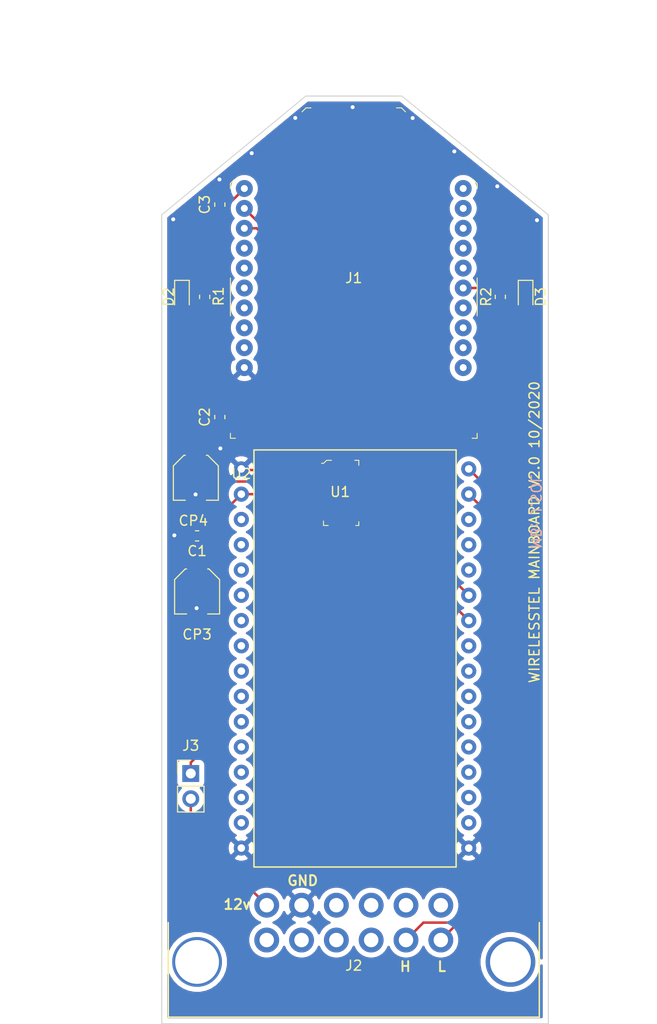
<source format=kicad_pcb>
(kicad_pcb (version 20171130) (host pcbnew "(5.1.5)-3")

  (general
    (thickness 1.6)
    (drawings 15)
    (tracks 70)
    (zones 0)
    (modules 14)
    (nets 59)
  )

  (page A4)
  (layers
    (0 F.Cu signal)
    (31 B.Cu signal)
    (32 B.Adhes user)
    (33 F.Adhes user)
    (34 B.Paste user)
    (35 F.Paste user)
    (36 B.SilkS user)
    (37 F.SilkS user)
    (38 B.Mask user)
    (39 F.Mask user)
    (40 Dwgs.User user)
    (41 Cmts.User user)
    (42 Eco1.User user)
    (43 Eco2.User user)
    (44 Edge.Cuts user)
    (45 Margin user)
    (46 B.CrtYd user)
    (47 F.CrtYd user)
    (48 B.Fab user)
    (49 F.Fab user hide)
  )

  (setup
    (last_trace_width 0.25)
    (trace_clearance 0.2)
    (zone_clearance 0.508)
    (zone_45_only no)
    (trace_min 0.2)
    (via_size 0.8)
    (via_drill 0.4)
    (via_min_size 0.4)
    (via_min_drill 0.3)
    (uvia_size 0.3)
    (uvia_drill 0.1)
    (uvias_allowed no)
    (uvia_min_size 0.2)
    (uvia_min_drill 0.1)
    (edge_width 0.05)
    (segment_width 0.2)
    (pcb_text_width 0.3)
    (pcb_text_size 1.5 1.5)
    (mod_edge_width 0.12)
    (mod_text_size 1 1)
    (mod_text_width 0.15)
    (pad_size 1.05 0.95)
    (pad_drill 0)
    (pad_to_mask_clearance 0.051)
    (solder_mask_min_width 0.25)
    (aux_axis_origin 0 0)
    (visible_elements 7FFFFFFF)
    (pcbplotparams
      (layerselection 0x010fc_ffffffff)
      (usegerberextensions false)
      (usegerberattributes false)
      (usegerberadvancedattributes false)
      (creategerberjobfile false)
      (excludeedgelayer true)
      (linewidth 0.100000)
      (plotframeref false)
      (viasonmask false)
      (mode 1)
      (useauxorigin false)
      (hpglpennumber 1)
      (hpglpenspeed 20)
      (hpglpendiameter 15.000000)
      (psnegative false)
      (psa4output false)
      (plotreference true)
      (plotvalue true)
      (plotinvisibletext false)
      (padsonsilk false)
      (subtractmaskfromsilk false)
      (outputformat 1)
      (mirror false)
      (drillshape 1)
      (scaleselection 1)
      (outputdirectory ""))
  )

  (net 0 "")
  (net 1 Vcc3.3V)
  (net 2 +12V)
  (net 3 "Net-(D2-Pad2)")
  (net 4 "Net-(D3-Pad2)")
  (net 5 OUT)
  (net 6 IN)
  (net 7 GND)
  (net 8 "Net-(J2-Pad1)")
  (net 9 ASSOC)
  (net 10 CANL)
  (net 11 CANH)
  (net 12 "Net-(J1-Pad20)")
  (net 13 "Net-(J1-Pad19)")
  (net 14 "Net-(J1-Pad18)")
  (net 15 "Net-(J1-Pad17)")
  (net 16 "Net-(J1-Pad16)")
  (net 17 "Net-(J1-Pad14)")
  (net 18 "Net-(J1-Pad13)")
  (net 19 "Net-(J1-Pad12)")
  (net 20 "Net-(J1-Pad11)")
  (net 21 "Net-(J1-Pad9)")
  (net 22 "Net-(J1-Pad8)")
  (net 23 "Net-(J1-Pad7)")
  (net 24 "Net-(J1-Pad6)")
  (net 25 "Net-(J1-Pad5)")
  (net 26 "Net-(J1-Pad4)")
  (net 27 "Net-(J2-Pad3)")
  (net 28 "Net-(J2-Pad9)")
  (net 29 "Net-(J2-Pad8)")
  (net 30 "Net-(J2-Pad7)")
  (net 31 "Net-(J2-Pad4)")
  (net 32 "Net-(J2-Pad5)")
  (net 33 "Net-(J2-Pad6)")
  (net 34 "Net-(J2-Pad10)")
  (net 35 "Net-(U2-Pad31)")
  (net 36 "Net-(U2-Pad30)")
  (net 37 "Net-(U2-Pad29)")
  (net 38 "Net-(U2-Pad28)")
  (net 39 "Net-(U2-Pad27)")
  (net 40 "Net-(U2-Pad26)")
  (net 41 "Net-(U2-Pad25)")
  (net 42 "Net-(U2-Pad24)")
  (net 43 "Net-(U2-Pad21)")
  (net 44 "Net-(U2-Pad20)")
  (net 45 "Net-(U2-Pad19)")
  (net 46 "Net-(U2-Pad15)")
  (net 47 "Net-(U2-Pad14)")
  (net 48 "Net-(U2-Pad13)")
  (net 49 "Net-(U2-Pad12)")
  (net 50 "Net-(U2-Pad11)")
  (net 51 "Net-(U2-Pad10)")
  (net 52 "Net-(U2-Pad9)")
  (net 53 "Net-(U2-Pad8)")
  (net 54 "Net-(U2-Pad7)")
  (net 55 "Net-(U2-Pad6)")
  (net 56 "Net-(U2-Pad5)")
  (net 57 "Net-(U2-Pad4)")
  (net 58 "Net-(U2-Pad3)")

  (net_class Default "This is the default net class."
    (clearance 0.2)
    (trace_width 0.25)
    (via_dia 0.8)
    (via_drill 0.4)
    (uvia_dia 0.3)
    (uvia_drill 0.1)
    (add_net +12V)
    (add_net ASSOC)
    (add_net CANH)
    (add_net CANL)
    (add_net GND)
    (add_net IN)
    (add_net "Net-(D2-Pad2)")
    (add_net "Net-(D3-Pad2)")
    (add_net "Net-(J1-Pad11)")
    (add_net "Net-(J1-Pad12)")
    (add_net "Net-(J1-Pad13)")
    (add_net "Net-(J1-Pad14)")
    (add_net "Net-(J1-Pad16)")
    (add_net "Net-(J1-Pad17)")
    (add_net "Net-(J1-Pad18)")
    (add_net "Net-(J1-Pad19)")
    (add_net "Net-(J1-Pad20)")
    (add_net "Net-(J1-Pad4)")
    (add_net "Net-(J1-Pad5)")
    (add_net "Net-(J1-Pad6)")
    (add_net "Net-(J1-Pad7)")
    (add_net "Net-(J1-Pad8)")
    (add_net "Net-(J1-Pad9)")
    (add_net "Net-(J2-Pad1)")
    (add_net "Net-(J2-Pad10)")
    (add_net "Net-(J2-Pad3)")
    (add_net "Net-(J2-Pad4)")
    (add_net "Net-(J2-Pad5)")
    (add_net "Net-(J2-Pad6)")
    (add_net "Net-(J2-Pad7)")
    (add_net "Net-(J2-Pad8)")
    (add_net "Net-(J2-Pad9)")
    (add_net "Net-(U2-Pad10)")
    (add_net "Net-(U2-Pad11)")
    (add_net "Net-(U2-Pad12)")
    (add_net "Net-(U2-Pad13)")
    (add_net "Net-(U2-Pad14)")
    (add_net "Net-(U2-Pad15)")
    (add_net "Net-(U2-Pad19)")
    (add_net "Net-(U2-Pad20)")
    (add_net "Net-(U2-Pad21)")
    (add_net "Net-(U2-Pad24)")
    (add_net "Net-(U2-Pad25)")
    (add_net "Net-(U2-Pad26)")
    (add_net "Net-(U2-Pad27)")
    (add_net "Net-(U2-Pad28)")
    (add_net "Net-(U2-Pad29)")
    (add_net "Net-(U2-Pad3)")
    (add_net "Net-(U2-Pad30)")
    (add_net "Net-(U2-Pad31)")
    (add_net "Net-(U2-Pad4)")
    (add_net "Net-(U2-Pad5)")
    (add_net "Net-(U2-Pad6)")
    (add_net "Net-(U2-Pad7)")
    (add_net "Net-(U2-Pad8)")
    (add_net "Net-(U2-Pad9)")
    (add_net OUT)
    (add_net Vcc3.3V)
  )

  (module Lukas_Library:ControlBoardV2.0 (layer F.Cu) (tedit 6011BDD7) (tstamp 5F91DC13)
    (at 109.347 59.817)
    (path /5F91E2E7)
    (fp_text reference U2 (at 0 0.5) (layer F.SilkS)
      (effects (font (size 1 1) (thickness 0.15)))
    )
    (fp_text value ControllerBoardV2 (at 0 -0.5) (layer F.Fab)
      (effects (font (size 1 1) (thickness 0.15)))
    )
    (fp_line (start 1.27 -1.905) (end 1.27 40.005) (layer F.SilkS) (width 0.15))
    (fp_line (start 21.59 -1.905) (end 21.59 40.005) (layer F.SilkS) (width 0.15))
    (fp_line (start 1.27 0) (end 1.27 -0.635) (layer F.SilkS) (width 0.15))
    (fp_line (start 1.27 -1.905) (end 21.59 -1.905) (layer F.SilkS) (width 0.15))
    (fp_line (start 21.59 40.005) (end 1.27 40.005) (layer F.SilkS) (width 0.15))
    (pad 1 thru_hole circle (at 0 0) (size 1.524 1.524) (drill 0.762) (layers *.Cu *.Mask)
      (net 7 GND))
    (pad 2 thru_hole circle (at 0 2.54) (size 1.524 1.524) (drill 0.762) (layers *.Cu *.Mask)
      (net 2 +12V))
    (pad 3 thru_hole circle (at 0 5.08) (size 1.524 1.524) (drill 0.762) (layers *.Cu *.Mask)
      (net 58 "Net-(U2-Pad3)"))
    (pad 4 thru_hole circle (at 0 7.62) (size 1.524 1.524) (drill 0.762) (layers *.Cu *.Mask)
      (net 57 "Net-(U2-Pad4)"))
    (pad 5 thru_hole circle (at 0 10.16) (size 1.524 1.524) (drill 0.762) (layers *.Cu *.Mask)
      (net 56 "Net-(U2-Pad5)"))
    (pad 6 thru_hole circle (at 0 12.7) (size 1.524 1.524) (drill 0.762) (layers *.Cu *.Mask)
      (net 55 "Net-(U2-Pad6)"))
    (pad 7 thru_hole circle (at 0 15.24) (size 1.524 1.524) (drill 0.762) (layers *.Cu *.Mask)
      (net 54 "Net-(U2-Pad7)"))
    (pad 8 thru_hole circle (at 0 17.78) (size 1.524 1.524) (drill 0.762) (layers *.Cu *.Mask)
      (net 53 "Net-(U2-Pad8)"))
    (pad 9 thru_hole circle (at 0 20.32) (size 1.524 1.524) (drill 0.762) (layers *.Cu *.Mask)
      (net 52 "Net-(U2-Pad9)"))
    (pad 10 thru_hole circle (at 0 22.86) (size 1.524 1.524) (drill 0.762) (layers *.Cu *.Mask)
      (net 51 "Net-(U2-Pad10)"))
    (pad 11 thru_hole circle (at 0 25.4) (size 1.524 1.524) (drill 0.762) (layers *.Cu *.Mask)
      (net 50 "Net-(U2-Pad11)"))
    (pad 12 thru_hole circle (at 0 27.94) (size 1.524 1.524) (drill 0.762) (layers *.Cu *.Mask)
      (net 49 "Net-(U2-Pad12)"))
    (pad 13 thru_hole circle (at 0 30.48) (size 1.524 1.524) (drill 0.762) (layers *.Cu *.Mask)
      (net 48 "Net-(U2-Pad13)"))
    (pad 14 thru_hole circle (at 0 33.02) (size 1.524 1.524) (drill 0.762) (layers *.Cu *.Mask)
      (net 47 "Net-(U2-Pad14)"))
    (pad 15 thru_hole circle (at 0 35.56) (size 1.524 1.524) (drill 0.762) (layers *.Cu *.Mask)
      (net 46 "Net-(U2-Pad15)"))
    (pad 16 thru_hole circle (at 0 38.1) (size 1.524 1.524) (drill 0.762) (layers *.Cu *.Mask)
      (net 7 GND))
    (pad 17 thru_hole circle (at 22.86 0) (size 1.524 1.524) (drill 0.762) (layers *.Cu *.Mask)
      (net 10 CANL))
    (pad 18 thru_hole circle (at 22.86 2.54) (size 1.524 1.524) (drill 0.762) (layers *.Cu *.Mask)
      (net 11 CANH))
    (pad 19 thru_hole circle (at 22.86 5.08) (size 1.524 1.524) (drill 0.762) (layers *.Cu *.Mask)
      (net 45 "Net-(U2-Pad19)"))
    (pad 20 thru_hole circle (at 22.86 7.62) (size 1.524 1.524) (drill 0.762) (layers *.Cu *.Mask)
      (net 44 "Net-(U2-Pad20)"))
    (pad 21 thru_hole circle (at 22.86 10.16) (size 1.524 1.524) (drill 0.762) (layers *.Cu *.Mask)
      (net 43 "Net-(U2-Pad21)"))
    (pad 22 thru_hole circle (at 22.86 12.7) (size 1.524 1.524) (drill 0.762) (layers *.Cu *.Mask)
      (net 5 OUT))
    (pad 23 thru_hole circle (at 22.86 15.24) (size 1.524 1.524) (drill 0.762) (layers *.Cu *.Mask)
      (net 6 IN))
    (pad 24 thru_hole circle (at 22.86 17.78) (size 1.524 1.524) (drill 0.762) (layers *.Cu *.Mask)
      (net 42 "Net-(U2-Pad24)"))
    (pad 25 thru_hole circle (at 22.86 20.32) (size 1.524 1.524) (drill 0.762) (layers *.Cu *.Mask)
      (net 41 "Net-(U2-Pad25)"))
    (pad 26 thru_hole circle (at 22.86 22.86) (size 1.524 1.524) (drill 0.762) (layers *.Cu *.Mask)
      (net 40 "Net-(U2-Pad26)"))
    (pad 27 thru_hole circle (at 22.86 25.4) (size 1.524 1.524) (drill 0.762) (layers *.Cu *.Mask)
      (net 39 "Net-(U2-Pad27)"))
    (pad 28 thru_hole circle (at 22.86 27.94) (size 1.524 1.524) (drill 0.762) (layers *.Cu *.Mask)
      (net 38 "Net-(U2-Pad28)"))
    (pad 29 thru_hole circle (at 22.86 30.48) (size 1.524 1.524) (drill 0.762) (layers *.Cu *.Mask)
      (net 37 "Net-(U2-Pad29)"))
    (pad 30 thru_hole circle (at 22.86 33.02) (size 1.524 1.524) (drill 0.762) (layers *.Cu *.Mask)
      (net 36 "Net-(U2-Pad30)"))
    (pad 31 thru_hole circle (at 22.86 35.56) (size 1.524 1.524) (drill 0.762) (layers *.Cu *.Mask)
      (net 35 "Net-(U2-Pad31)"))
    (pad 32 thru_hole circle (at 22.86 38.1) (size 1.524 1.524) (drill 0.762) (layers *.Cu *.Mask)
      (net 7 GND))
    (model ${KISYS3DMOD}/Connector_PinSocket_2.54mm.3dshapes/PinSocket_1x16_P2.54mm_Vertical.step
      (at (xyz 0 0 0))
      (scale (xyz 1 1 1))
      (rotate (xyz 0 0 0))
    )
    (model ${KISYS3DMOD}/Connector_PinSocket_2.54mm.3dshapes/PinSocket_1x16_P2.54mm_Vertical.step
      (offset (xyz 22.86 0 0))
      (scale (xyz 1 1 1))
      (rotate (xyz 0 0 0))
    )
    (model C:/Users/joels/Documents/GitHub/WirelessTemetryCapstone/ControlBoard2/Kicad_Project/ContollerBoard2/ControllerBoard2.step
      (offset (xyz 11.5 -19 9.5))
      (scale (xyz 1 1 1))
      (rotate (xyz 0 0 0))
    )
  )

  (module Resistor_SMD:R_0603_1608Metric_Pad1.05x0.95mm_HandSolder (layer F.Cu) (tedit 5B301BBD) (tstamp 5F91FCFB)
    (at 135.382 42.531 90)
    (descr "Resistor SMD 0603 (1608 Metric), square (rectangular) end terminal, IPC_7351 nominal with elongated pad for handsoldering. (Body size source: http://www.tortai-tech.com/upload/download/2011102023233369053.pdf), generated with kicad-footprint-generator")
    (tags "resistor handsolder")
    (path /5F8AAAC2)
    (attr smd)
    (fp_text reference R2 (at 0 -1.43 90) (layer F.SilkS)
      (effects (font (size 1 1) (thickness 0.15)))
    )
    (fp_text value 220 (at 0 1.43 90) (layer F.Fab)
      (effects (font (size 1 1) (thickness 0.15)))
    )
    (fp_text user %R (at 0 0 90) (layer F.Fab)
      (effects (font (size 0.4 0.4) (thickness 0.06)))
    )
    (fp_line (start 1.65 0.73) (end -1.65 0.73) (layer F.CrtYd) (width 0.05))
    (fp_line (start 1.65 -0.73) (end 1.65 0.73) (layer F.CrtYd) (width 0.05))
    (fp_line (start -1.65 -0.73) (end 1.65 -0.73) (layer F.CrtYd) (width 0.05))
    (fp_line (start -1.65 0.73) (end -1.65 -0.73) (layer F.CrtYd) (width 0.05))
    (fp_line (start -0.171267 0.51) (end 0.171267 0.51) (layer F.SilkS) (width 0.12))
    (fp_line (start -0.171267 -0.51) (end 0.171267 -0.51) (layer F.SilkS) (width 0.12))
    (fp_line (start 0.8 0.4) (end -0.8 0.4) (layer F.Fab) (width 0.1))
    (fp_line (start 0.8 -0.4) (end 0.8 0.4) (layer F.Fab) (width 0.1))
    (fp_line (start -0.8 -0.4) (end 0.8 -0.4) (layer F.Fab) (width 0.1))
    (fp_line (start -0.8 0.4) (end -0.8 -0.4) (layer F.Fab) (width 0.1))
    (pad 2 smd roundrect (at 0.875 0 90) (size 1.05 0.95) (layers F.Cu F.Paste F.Mask) (roundrect_rratio 0.25)
      (net 9 ASSOC))
    (pad 1 smd roundrect (at -0.875 0 90) (size 1.05 0.95) (layers F.Cu F.Paste F.Mask) (roundrect_rratio 0.25)
      (net 4 "Net-(D3-Pad2)"))
    (model ${KISYS3DMOD}/Resistor_SMD.3dshapes/R_0603_1608Metric.wrl
      (at (xyz 0 0 0))
      (scale (xyz 1 1 1))
      (rotate (xyz 0 0 0))
    )
  )

  (module Resistor_SMD:R_0603_1608Metric_Pad1.05x0.95mm_HandSolder (layer F.Cu) (tedit 5B301BBD) (tstamp 5F91FCEA)
    (at 105.664 42.531 90)
    (descr "Resistor SMD 0603 (1608 Metric), square (rectangular) end terminal, IPC_7351 nominal with elongated pad for handsoldering. (Body size source: http://www.tortai-tech.com/upload/download/2011102023233369053.pdf), generated with kicad-footprint-generator")
    (tags "resistor handsolder")
    (path /5F88CC05)
    (attr smd)
    (fp_text reference R1 (at 0.0495 1.397 90) (layer F.SilkS)
      (effects (font (size 1 1) (thickness 0.15)))
    )
    (fp_text value 220 (at 0 1.43 90) (layer F.Fab)
      (effects (font (size 1 1) (thickness 0.15)))
    )
    (fp_text user %R (at 0 0 90) (layer F.Fab)
      (effects (font (size 0.4 0.4) (thickness 0.06)))
    )
    (fp_line (start 1.65 0.73) (end -1.65 0.73) (layer F.CrtYd) (width 0.05))
    (fp_line (start 1.65 -0.73) (end 1.65 0.73) (layer F.CrtYd) (width 0.05))
    (fp_line (start -1.65 -0.73) (end 1.65 -0.73) (layer F.CrtYd) (width 0.05))
    (fp_line (start -1.65 0.73) (end -1.65 -0.73) (layer F.CrtYd) (width 0.05))
    (fp_line (start -0.171267 0.51) (end 0.171267 0.51) (layer F.SilkS) (width 0.12))
    (fp_line (start -0.171267 -0.51) (end 0.171267 -0.51) (layer F.SilkS) (width 0.12))
    (fp_line (start 0.8 0.4) (end -0.8 0.4) (layer F.Fab) (width 0.1))
    (fp_line (start 0.8 -0.4) (end 0.8 0.4) (layer F.Fab) (width 0.1))
    (fp_line (start -0.8 -0.4) (end 0.8 -0.4) (layer F.Fab) (width 0.1))
    (fp_line (start -0.8 0.4) (end -0.8 -0.4) (layer F.Fab) (width 0.1))
    (pad 2 smd roundrect (at 0.875 0 90) (size 1.05 0.95) (layers F.Cu F.Paste F.Mask) (roundrect_rratio 0.25)
      (net 1 Vcc3.3V))
    (pad 1 smd roundrect (at -0.875 0 90) (size 1.05 0.95) (layers F.Cu F.Paste F.Mask) (roundrect_rratio 0.25)
      (net 3 "Net-(D2-Pad2)"))
    (model ${KISYS3DMOD}/Resistor_SMD.3dshapes/R_0603_1608Metric.wrl
      (at (xyz 0 0 0))
      (scale (xyz 1 1 1))
      (rotate (xyz 0 0 0))
    )
  )

  (module LED_SMD:LED_0603_1608Metric_Pad1.05x0.95mm_HandSolder (layer F.Cu) (tedit 5B4B45C9) (tstamp 5F91F118)
    (at 103.378 42.531 270)
    (descr "LED SMD 0603 (1608 Metric), square (rectangular) end terminal, IPC_7351 nominal, (Body size source: http://www.tortai-tech.com/upload/download/2011102023233369053.pdf), generated with kicad-footprint-generator")
    (tags "LED handsolder")
    (path /5DD49A97)
    (attr smd)
    (fp_text reference D2 (at 0 1.3335 90) (layer F.SilkS)
      (effects (font (size 1 1) (thickness 0.15)))
    )
    (fp_text value LED (at 0 1.43 90) (layer F.Fab)
      (effects (font (size 1 1) (thickness 0.15)))
    )
    (fp_text user %R (at 0 0 90) (layer F.Fab)
      (effects (font (size 0.4 0.4) (thickness 0.06)))
    )
    (fp_line (start 1.65 0.73) (end -1.65 0.73) (layer F.CrtYd) (width 0.05))
    (fp_line (start 1.65 -0.73) (end 1.65 0.73) (layer F.CrtYd) (width 0.05))
    (fp_line (start -1.65 -0.73) (end 1.65 -0.73) (layer F.CrtYd) (width 0.05))
    (fp_line (start -1.65 0.73) (end -1.65 -0.73) (layer F.CrtYd) (width 0.05))
    (fp_line (start -1.66 0.735) (end 0.8 0.735) (layer F.SilkS) (width 0.12))
    (fp_line (start -1.66 -0.735) (end -1.66 0.735) (layer F.SilkS) (width 0.12))
    (fp_line (start 0.8 -0.735) (end -1.66 -0.735) (layer F.SilkS) (width 0.12))
    (fp_line (start 0.8 0.4) (end 0.8 -0.4) (layer F.Fab) (width 0.1))
    (fp_line (start -0.8 0.4) (end 0.8 0.4) (layer F.Fab) (width 0.1))
    (fp_line (start -0.8 -0.1) (end -0.8 0.4) (layer F.Fab) (width 0.1))
    (fp_line (start -0.5 -0.4) (end -0.8 -0.1) (layer F.Fab) (width 0.1))
    (fp_line (start 0.8 -0.4) (end -0.5 -0.4) (layer F.Fab) (width 0.1))
    (pad 2 smd roundrect (at 0.875 0 270) (size 1.05 0.95) (layers F.Cu F.Paste F.Mask) (roundrect_rratio 0.25)
      (net 3 "Net-(D2-Pad2)"))
    (pad 1 smd roundrect (at -0.875 0 270) (size 1.05 0.95) (layers F.Cu F.Paste F.Mask) (roundrect_rratio 0.25)
      (net 7 GND))
    (model ${KISYS3DMOD}/LED_SMD.3dshapes/LED_0603_1608Metric.wrl
      (at (xyz 0 0 0))
      (scale (xyz 1 1 1))
      (rotate (xyz 0 0 0))
    )
  )

  (module Lukas_Library:MX120G (layer F.Cu) (tedit 5E3335A4) (tstamp 5DD5147B)
    (at 120.65 105.41 180)
    (path /5DD554F8)
    (fp_text reference J2 (at 0 -4.318) (layer F.SilkS)
      (effects (font (size 1 1) (thickness 0.15)))
    )
    (fp_text value "Molex MX120" (at 0 -0.5) (layer F.Fab)
      (effects (font (size 1 1) (thickness 0.15)))
    )
    (fp_line (start -18.65 -9.5) (end 18.65 -9.5) (layer F.SilkS) (width 0.15))
    (fp_line (start 18.65 0) (end 18.65 -9.5) (layer F.SilkS) (width 0.15))
    (fp_line (start -18.65 0) (end -18.65 -9.5) (layer F.SilkS) (width 0.15))
    (pad 13 thru_hole circle (at 15.75 -3.95 180) (size 5 5) (drill 4.4) (layers *.Cu *.Mask))
    (pad 13 thru_hole circle (at -15.75 -3.95 180) (size 5 5) (drill 4.1) (layers *.Cu *.Mask))
    (pad 1 thru_hole circle (at 8.75 1.75 180) (size 2.5 2.5) (drill 1.45) (layers *.Cu *.Mask)
      (net 8 "Net-(J2-Pad1)"))
    (pad 2 thru_hole circle (at 5.25 1.75 180) (size 2.5 2.5) (drill 1.45) (layers *.Cu *.Mask)
      (net 7 GND))
    (pad 3 thru_hole circle (at 1.75 1.75 180) (size 2.5 2.5) (drill 1.45) (layers *.Cu *.Mask)
      (net 27 "Net-(J2-Pad3)"))
    (pad 9 thru_hole circle (at 1.75 -1.75 180) (size 2.5 2.5) (drill 1.45) (layers *.Cu *.Mask)
      (net 28 "Net-(J2-Pad9)"))
    (pad 8 thru_hole circle (at 5.25 -1.75 180) (size 2.5 2.5) (drill 1.45) (layers *.Cu *.Mask)
      (net 29 "Net-(J2-Pad8)"))
    (pad 7 thru_hole circle (at 8.75 -1.75 180) (size 2.5 2.5) (drill 1.45) (layers *.Cu *.Mask)
      (net 30 "Net-(J2-Pad7)"))
    (pad 4 thru_hole circle (at -1.75 1.75 180) (size 2.5 2.5) (drill 1.45) (layers *.Cu *.Mask)
      (net 31 "Net-(J2-Pad4)"))
    (pad 5 thru_hole circle (at -5.25 1.75 180) (size 2.5 2.5) (drill 1.45) (layers *.Cu *.Mask)
      (net 32 "Net-(J2-Pad5)"))
    (pad 6 thru_hole circle (at -8.75 1.75 180) (size 2.5 2.5) (drill 1.45) (layers *.Cu *.Mask)
      (net 33 "Net-(J2-Pad6)"))
    (pad 12 thru_hole circle (at -8.75 -1.75 180) (size 2.5 2.5) (drill 1.45) (layers *.Cu *.Mask)
      (net 10 CANL))
    (pad 11 thru_hole circle (at -5.25 -1.75 180) (size 2.5 2.5) (drill 1.45) (layers *.Cu *.Mask)
      (net 11 CANH))
    (pad 10 thru_hole circle (at -1.75 -1.75 180) (size 2.5 2.5) (drill 1.45) (layers *.Cu *.Mask)
      (net 34 "Net-(J2-Pad10)"))
    (model /Users/lukasvozenilek/Downloads/367831201.stp
      (offset (xyz 1.5 60 14.9))
      (scale (xyz 1 1 1))
      (rotate (xyz 0 180 0))
    )
    (model "/Users/lukasvozenilek/Google Drive/UBCO Motorsports/Electrical_Persistant/KiCad Libraries/Lukas_Library/3D Models/367831201.stp"
      (offset (xyz 1.5 60 14.9))
      (scale (xyz 1 1 1))
      (rotate (xyz 0 180 0))
    )
  )

  (module digikey-footprints:SOT-223 (layer F.Cu) (tedit 5F91D9F3) (tstamp 5DD5150B)
    (at 119.38 62.23 270)
    (path /5DD4C875)
    (attr smd)
    (fp_text reference U1 (at -0.1016 0.1016 180) (layer F.SilkS)
      (effects (font (size 1 1) (thickness 0.15)))
    )
    (fp_text value NCV1117ST33 (at 0.15 5.65 90) (layer F.Fab)
      (effects (font (size 1 1) (thickness 0.15)))
    )
    (fp_line (start 3.15 -1.65) (end 3.15 1.65) (layer F.Fab) (width 0.1))
    (fp_line (start -3.15 -1.65) (end 3.15 -1.65) (layer F.Fab) (width 0.1))
    (fp_text user %R (at -0.05 0.025 90) (layer F.Fab)
      (effects (font (size 1 1) (thickness 0.15)))
    )
    (fp_line (start 3.275 -1.775) (end 3.275 -1.475) (layer F.SilkS) (width 0.1))
    (fp_line (start 2.9 -1.775) (end 3.275 -1.775) (layer F.SilkS) (width 0.1))
    (fp_line (start -3.275 -1.775) (end -3.275 -1.375) (layer F.SilkS) (width 0.1))
    (fp_line (start -2.775 -1.775) (end -3.275 -1.775) (layer F.SilkS) (width 0.1))
    (fp_line (start 3.275 1.775) (end 2.825 1.775) (layer F.SilkS) (width 0.1))
    (fp_line (start 3.275 1.3) (end 3.275 1.775) (layer F.SilkS) (width 0.1))
    (fp_line (start -3.15 1.35) (end -2.875 1.65) (layer F.Fab) (width 0.1))
    (fp_line (start 3.15 1.65) (end -2.875 1.65) (layer F.Fab) (width 0.1))
    (fp_line (start -3.15 1.35) (end -3.15 -1.65) (layer F.Fab) (width 0.1))
    (fp_line (start 3.45 -4.45) (end 3.45 4.45) (layer F.CrtYd) (width 0.05))
    (fp_line (start 3.45 -4.45) (end -3.45 -4.45) (layer F.CrtYd) (width 0.05))
    (fp_line (start -3.45 -4.45) (end -3.45 4.45) (layer F.CrtYd) (width 0.05))
    (fp_line (start -3.45 4.45) (end 3.45 4.45) (layer F.CrtYd) (width 0.05))
    (fp_line (start -2.975 1.775) (end -2.975 1.97) (layer F.SilkS) (width 0.1))
    (fp_line (start -3.275 1.45) (end -2.975 1.775) (layer F.SilkS) (width 0.1))
    (fp_line (start -3.275 0.975) (end -3.275 1.45) (layer F.SilkS) (width 0.1))
    (pad 4 smd rect (at 0 -3.15 270) (size 3.8 2.2) (layers F.Cu F.Paste F.Mask))
    (pad 1 smd rect (at -2.3 3.15 270) (size 1.5 2.2) (layers F.Cu F.Paste F.Mask)
      (net 7 GND))
    (pad 2 smd rect (at 0 3.15 270) (size 1.5 2.2) (layers F.Cu F.Paste F.Mask)
      (net 1 Vcc3.3V))
    (pad 3 smd rect (at 2.3 3.15 270) (size 1.5 2.2) (layers F.Cu F.Paste F.Mask)
      (net 2 +12V))
  )

  (module Connector_PinHeader_2.54mm:PinHeader_1x02_P2.54mm_Vertical (layer F.Cu) (tedit 59FED5CC) (tstamp 5DD5B42B)
    (at 104.267 90.424)
    (descr "Through hole straight pin header, 1x02, 2.54mm pitch, single row")
    (tags "Through hole pin header THT 1x02 2.54mm single row")
    (path /5DD63DBB)
    (fp_text reference J3 (at 0 -2.794) (layer F.SilkS)
      (effects (font (size 1 1) (thickness 0.15)))
    )
    (fp_text value "PWR HDR" (at 0 4.87) (layer F.Fab)
      (effects (font (size 1 1) (thickness 0.15)))
    )
    (fp_text user %R (at 0 1.27 90) (layer F.Fab)
      (effects (font (size 1 1) (thickness 0.15)))
    )
    (fp_line (start 1.8 -1.8) (end -1.8 -1.8) (layer F.CrtYd) (width 0.05))
    (fp_line (start 1.8 4.35) (end 1.8 -1.8) (layer F.CrtYd) (width 0.05))
    (fp_line (start -1.8 4.35) (end 1.8 4.35) (layer F.CrtYd) (width 0.05))
    (fp_line (start -1.8 -1.8) (end -1.8 4.35) (layer F.CrtYd) (width 0.05))
    (fp_line (start -1.33 -1.33) (end 0 -1.33) (layer F.SilkS) (width 0.12))
    (fp_line (start -1.33 0) (end -1.33 -1.33) (layer F.SilkS) (width 0.12))
    (fp_line (start -1.33 1.27) (end 1.33 1.27) (layer F.SilkS) (width 0.12))
    (fp_line (start 1.33 1.27) (end 1.33 3.87) (layer F.SilkS) (width 0.12))
    (fp_line (start -1.33 1.27) (end -1.33 3.87) (layer F.SilkS) (width 0.12))
    (fp_line (start -1.33 3.87) (end 1.33 3.87) (layer F.SilkS) (width 0.12))
    (fp_line (start -1.27 -0.635) (end -0.635 -1.27) (layer F.Fab) (width 0.1))
    (fp_line (start -1.27 3.81) (end -1.27 -0.635) (layer F.Fab) (width 0.1))
    (fp_line (start 1.27 3.81) (end -1.27 3.81) (layer F.Fab) (width 0.1))
    (fp_line (start 1.27 -1.27) (end 1.27 3.81) (layer F.Fab) (width 0.1))
    (fp_line (start -0.635 -1.27) (end 1.27 -1.27) (layer F.Fab) (width 0.1))
    (pad 2 thru_hole oval (at 0 2.54) (size 1.7 1.7) (drill 1) (layers *.Cu *.Mask)
      (net 8 "Net-(J2-Pad1)"))
    (pad 1 thru_hole rect (at 0 0) (size 1.7 1.7) (drill 1) (layers *.Cu *.Mask)
      (net 2 +12V))
    (model ${KISYS3DMOD}/Connector_PinHeader_2.54mm.3dshapes/PinHeader_1x02_P2.54mm_Vertical.wrl
      (at (xyz 0 0 0))
      (scale (xyz 1 1 1))
      (rotate (xyz 0 0 0))
    )
  )

  (module digikey-footprints:XBEE_PRO-20_THT (layer F.Cu) (tedit 59947AD9) (tstamp 5DD51468)
    (at 120.65 40.64)
    (path /5DD4D084)
    (fp_text reference J1 (at 0 0) (layer F.SilkS)
      (effects (font (size 1 1) (thickness 0.15)))
    )
    (fp_text value XBEE (at 0 17.56) (layer F.Fab)
      (effects (font (size 1 1) (thickness 0.15)))
    )
    (fp_line (start -12.25 -9.5) (end -12.25 16) (layer F.Fab) (width 0.1))
    (fp_line (start 12.25 -9.5) (end 12.25 16) (layer F.Fab) (width 0.1))
    (fp_line (start -12.25 16) (end 12.25 16) (layer F.Fab) (width 0.1))
    (fp_line (start -4.75 -17) (end 4.75 -17) (layer F.Fab) (width 0.1))
    (fp_line (start 4.75 -17) (end 12.25 -9.5) (layer F.Fab) (width 0.1))
    (fp_line (start -12.25 -9.5) (end -4.75 -17) (layer F.Fab) (width 0.1))
    (fp_line (start 12.4 16.1) (end 11.9 16.1) (layer F.SilkS) (width 0.1))
    (fp_line (start 12.4 16.1) (end 12.4 15.6) (layer F.SilkS) (width 0.1))
    (fp_line (start -12.4 16.1) (end -11.9 16.1) (layer F.SilkS) (width 0.1))
    (fp_line (start -12.4 16.1) (end -12.4 15.6) (layer F.SilkS) (width 0.1))
    (fp_line (start -12.4 -9.5) (end -12.4 -9) (layer F.SilkS) (width 0.1))
    (fp_line (start -12.4 -9.5) (end -12 -9.9) (layer F.SilkS) (width 0.1))
    (fp_line (start 12.4 -9.5) (end 12 -9.9) (layer F.SilkS) (width 0.1))
    (fp_line (start 12.4 -9.5) (end 12.4 -9) (layer F.SilkS) (width 0.1))
    (fp_line (start -4.8 -17.1) (end -5.2 -16.7) (layer F.SilkS) (width 0.1))
    (fp_line (start -4.8 -17.1) (end -4.3 -17.1) (layer F.SilkS) (width 0.1))
    (fp_line (start 4.8 -17.1) (end 4.3 -17.1) (layer F.SilkS) (width 0.1))
    (fp_line (start 4.8 -17.1) (end 5.2 -16.7) (layer F.SilkS) (width 0.1))
    (fp_line (start -12.4 0) (end -12.4 3.8) (layer F.SilkS) (width 0.1))
    (fp_line (start 12.4 0) (end 12.4 3.8) (layer F.SilkS) (width 0.1))
    (fp_line (start -12.5 -17.25) (end -12.5 16.25) (layer F.CrtYd) (width 0.05))
    (fp_line (start 12.5 -17.25) (end 12.5 16.25) (layer F.CrtYd) (width 0.05))
    (fp_line (start -12.5 16.25) (end 12.5 16.25) (layer F.CrtYd) (width 0.05))
    (fp_line (start -12.5 -17.25) (end 12.5 -17.25) (layer F.CrtYd) (width 0.05))
    (fp_text user %R (at 0 0) (layer F.Fab)
      (effects (font (size 1 1) (thickness 0.15)))
    )
    (pad 20 thru_hole circle (at 11 -9) (size 1.7 1.7) (drill 0.7) (layers *.Cu *.Mask)
      (net 12 "Net-(J1-Pad20)"))
    (pad 19 thru_hole circle (at 11 -7) (size 1.7 1.7) (drill 0.7) (layers *.Cu *.Mask)
      (net 13 "Net-(J1-Pad19)"))
    (pad 18 thru_hole circle (at 11 -5) (size 1.7 1.7) (drill 0.7) (layers *.Cu *.Mask)
      (net 14 "Net-(J1-Pad18)"))
    (pad 17 thru_hole circle (at 11 -3) (size 1.7 1.7) (drill 0.7) (layers *.Cu *.Mask)
      (net 15 "Net-(J1-Pad17)"))
    (pad 16 thru_hole circle (at 11 -1) (size 1.7 1.7) (drill 0.7) (layers *.Cu *.Mask)
      (net 16 "Net-(J1-Pad16)"))
    (pad 15 thru_hole circle (at 11 1) (size 1.7 1.7) (drill 0.7) (layers *.Cu *.Mask)
      (net 9 ASSOC))
    (pad 14 thru_hole circle (at 11 3) (size 1.7 1.7) (drill 0.7) (layers *.Cu *.Mask)
      (net 17 "Net-(J1-Pad14)"))
    (pad 13 thru_hole circle (at 11 5) (size 1.7 1.7) (drill 0.7) (layers *.Cu *.Mask)
      (net 18 "Net-(J1-Pad13)"))
    (pad 12 thru_hole circle (at 11 7) (size 1.7 1.7) (drill 0.7) (layers *.Cu *.Mask)
      (net 19 "Net-(J1-Pad12)"))
    (pad 11 thru_hole circle (at 11 9) (size 1.7 1.7) (drill 0.7) (layers *.Cu *.Mask)
      (net 20 "Net-(J1-Pad11)"))
    (pad 10 thru_hole circle (at -11 9) (size 1.7 1.7) (drill 0.7) (layers *.Cu *.Mask)
      (net 7 GND))
    (pad 9 thru_hole circle (at -11 7) (size 1.7 1.7) (drill 0.7) (layers *.Cu *.Mask)
      (net 21 "Net-(J1-Pad9)"))
    (pad 8 thru_hole circle (at -11 5) (size 1.7 1.7) (drill 0.7) (layers *.Cu *.Mask)
      (net 22 "Net-(J1-Pad8)"))
    (pad 7 thru_hole circle (at -11 3) (size 1.7 1.7) (drill 0.7) (layers *.Cu *.Mask)
      (net 23 "Net-(J1-Pad7)"))
    (pad 6 thru_hole circle (at -11 1) (size 1.7 1.7) (drill 0.7) (layers *.Cu *.Mask)
      (net 24 "Net-(J1-Pad6)"))
    (pad 5 thru_hole circle (at -11 -1) (size 1.7 1.7) (drill 0.7) (layers *.Cu *.Mask)
      (net 25 "Net-(J1-Pad5)"))
    (pad 4 thru_hole circle (at -11 -3) (size 1.7 1.7) (drill 0.7) (layers *.Cu *.Mask)
      (net 26 "Net-(J1-Pad4)"))
    (pad 3 thru_hole circle (at -11 -5) (size 1.7 1.7) (drill 0.7) (layers *.Cu *.Mask)
      (net 6 IN))
    (pad 2 thru_hole circle (at -11 -7) (size 1.7 1.7) (drill 0.7) (layers *.Cu *.Mask)
      (net 5 OUT))
    (pad 1 thru_hole circle (at -11 -9) (size 1.7 1.7) (drill 0.7) (layers *.Cu *.Mask)
      (net 1 Vcc3.3V))
  )

  (module Capacitor_SMD:C_0603_1608Metric_Pad1.05x0.95mm_HandSolder (layer F.Cu) (tedit 5B301BBE) (tstamp 5DD513A6)
    (at 104.902 66.548 180)
    (descr "Capacitor SMD 0603 (1608 Metric), square (rectangular) end terminal, IPC_7351 nominal with elongated pad for handsoldering. (Body size source: http://www.tortai-tech.com/upload/download/2011102023233369053.pdf), generated with kicad-footprint-generator")
    (tags "capacitor handsolder")
    (path /5DD5EC26)
    (attr smd)
    (fp_text reference C1 (at 0 -1.524) (layer F.SilkS)
      (effects (font (size 1 1) (thickness 0.15)))
    )
    (fp_text value 10nF (at 0 1.43) (layer F.Fab)
      (effects (font (size 1 1) (thickness 0.15)))
    )
    (fp_line (start -0.8 0.4) (end -0.8 -0.4) (layer F.Fab) (width 0.1))
    (fp_line (start -0.8 -0.4) (end 0.8 -0.4) (layer F.Fab) (width 0.1))
    (fp_line (start 0.8 -0.4) (end 0.8 0.4) (layer F.Fab) (width 0.1))
    (fp_line (start 0.8 0.4) (end -0.8 0.4) (layer F.Fab) (width 0.1))
    (fp_line (start -0.171267 -0.51) (end 0.171267 -0.51) (layer F.SilkS) (width 0.12))
    (fp_line (start -0.171267 0.51) (end 0.171267 0.51) (layer F.SilkS) (width 0.12))
    (fp_line (start -1.65 0.73) (end -1.65 -0.73) (layer F.CrtYd) (width 0.05))
    (fp_line (start -1.65 -0.73) (end 1.65 -0.73) (layer F.CrtYd) (width 0.05))
    (fp_line (start 1.65 -0.73) (end 1.65 0.73) (layer F.CrtYd) (width 0.05))
    (fp_line (start 1.65 0.73) (end -1.65 0.73) (layer F.CrtYd) (width 0.05))
    (fp_text user %R (at 0 0) (layer F.Fab)
      (effects (font (size 0.4 0.4) (thickness 0.06)))
    )
    (pad 1 smd roundrect (at -0.875 0 180) (size 1.05 0.95) (layers F.Cu F.Paste F.Mask) (roundrect_rratio 0.25)
      (net 2 +12V))
    (pad 2 smd roundrect (at 0.875 0 180) (size 1.05 0.95) (layers F.Cu F.Paste F.Mask) (roundrect_rratio 0.25)
      (net 7 GND))
    (model ${KISYS3DMOD}/Capacitor_SMD.3dshapes/C_0603_1608Metric.wrl
      (at (xyz 0 0 0))
      (scale (xyz 1 1 1))
      (rotate (xyz 0 0 0))
    )
  )

  (module Capacitor_SMD:C_0603_1608Metric_Pad1.05x0.95mm_HandSolder (layer F.Cu) (tedit 5B301BBE) (tstamp 5DD513B7)
    (at 107.188 54.61 270)
    (descr "Capacitor SMD 0603 (1608 Metric), square (rectangular) end terminal, IPC_7351 nominal with elongated pad for handsoldering. (Body size source: http://www.tortai-tech.com/upload/download/2011102023233369053.pdf), generated with kicad-footprint-generator")
    (tags "capacitor handsolder")
    (path /5DD6040D)
    (attr smd)
    (fp_text reference C2 (at 0 1.524 90) (layer F.SilkS)
      (effects (font (size 1 1) (thickness 0.15)))
    )
    (fp_text value 10nF (at 0 1.43 90) (layer F.Fab)
      (effects (font (size 1 1) (thickness 0.15)))
    )
    (fp_text user %R (at 0 0 90) (layer F.Fab)
      (effects (font (size 0.4 0.4) (thickness 0.06)))
    )
    (fp_line (start 1.65 0.73) (end -1.65 0.73) (layer F.CrtYd) (width 0.05))
    (fp_line (start 1.65 -0.73) (end 1.65 0.73) (layer F.CrtYd) (width 0.05))
    (fp_line (start -1.65 -0.73) (end 1.65 -0.73) (layer F.CrtYd) (width 0.05))
    (fp_line (start -1.65 0.73) (end -1.65 -0.73) (layer F.CrtYd) (width 0.05))
    (fp_line (start -0.171267 0.51) (end 0.171267 0.51) (layer F.SilkS) (width 0.12))
    (fp_line (start -0.171267 -0.51) (end 0.171267 -0.51) (layer F.SilkS) (width 0.12))
    (fp_line (start 0.8 0.4) (end -0.8 0.4) (layer F.Fab) (width 0.1))
    (fp_line (start 0.8 -0.4) (end 0.8 0.4) (layer F.Fab) (width 0.1))
    (fp_line (start -0.8 -0.4) (end 0.8 -0.4) (layer F.Fab) (width 0.1))
    (fp_line (start -0.8 0.4) (end -0.8 -0.4) (layer F.Fab) (width 0.1))
    (pad 2 smd roundrect (at 0.875 0 270) (size 1.05 0.95) (layers F.Cu F.Paste F.Mask) (roundrect_rratio 0.25)
      (net 7 GND))
    (pad 1 smd roundrect (at -0.875 0 270) (size 1.05 0.95) (layers F.Cu F.Paste F.Mask) (roundrect_rratio 0.25)
      (net 1 Vcc3.3V))
    (model ${KISYS3DMOD}/Capacitor_SMD.3dshapes/C_0603_1608Metric.wrl
      (at (xyz 0 0 0))
      (scale (xyz 1 1 1))
      (rotate (xyz 0 0 0))
    )
  )

  (module Capacitor_SMD:C_0603_1608Metric_Pad1.05x0.95mm_HandSolder (layer F.Cu) (tedit 5B301BBE) (tstamp 5DD513C8)
    (at 107.188 33.26 90)
    (descr "Capacitor SMD 0603 (1608 Metric), square (rectangular) end terminal, IPC_7351 nominal with elongated pad for handsoldering. (Body size source: http://www.tortai-tech.com/upload/download/2011102023233369053.pdf), generated with kicad-footprint-generator")
    (tags "capacitor handsolder")
    (path /5DD6FFB2)
    (attr smd)
    (fp_text reference C3 (at 0 -1.524 90) (layer F.SilkS)
      (effects (font (size 1 1) (thickness 0.15)))
    )
    (fp_text value 8.2pF (at 0 1.43 90) (layer F.Fab)
      (effects (font (size 1 1) (thickness 0.15)))
    )
    (fp_line (start -0.8 0.4) (end -0.8 -0.4) (layer F.Fab) (width 0.1))
    (fp_line (start -0.8 -0.4) (end 0.8 -0.4) (layer F.Fab) (width 0.1))
    (fp_line (start 0.8 -0.4) (end 0.8 0.4) (layer F.Fab) (width 0.1))
    (fp_line (start 0.8 0.4) (end -0.8 0.4) (layer F.Fab) (width 0.1))
    (fp_line (start -0.171267 -0.51) (end 0.171267 -0.51) (layer F.SilkS) (width 0.12))
    (fp_line (start -0.171267 0.51) (end 0.171267 0.51) (layer F.SilkS) (width 0.12))
    (fp_line (start -1.65 0.73) (end -1.65 -0.73) (layer F.CrtYd) (width 0.05))
    (fp_line (start -1.65 -0.73) (end 1.65 -0.73) (layer F.CrtYd) (width 0.05))
    (fp_line (start 1.65 -0.73) (end 1.65 0.73) (layer F.CrtYd) (width 0.05))
    (fp_line (start 1.65 0.73) (end -1.65 0.73) (layer F.CrtYd) (width 0.05))
    (fp_text user %R (at 0 0 90) (layer F.Fab)
      (effects (font (size 0.4 0.4) (thickness 0.06)))
    )
    (pad 1 smd roundrect (at -0.875 0 90) (size 1.05 0.95) (layers F.Cu F.Paste F.Mask) (roundrect_rratio 0.25)
      (net 1 Vcc3.3V))
    (pad 2 smd roundrect (at 0.875 0 90) (size 1.05 0.95) (layers F.Cu F.Paste F.Mask) (roundrect_rratio 0.25)
      (net 7 GND))
    (model ${KISYS3DMOD}/Capacitor_SMD.3dshapes/C_0603_1608Metric.wrl
      (at (xyz 0 0 0))
      (scale (xyz 1 1 1))
      (rotate (xyz 0 0 0))
    )
  )

  (module Capacitor_SMD:C_Elec_4x5.4 (layer F.Cu) (tedit 5BC8D926) (tstamp 5DD513EC)
    (at 104.902 72.136 270)
    (descr "SMD capacitor, aluminum electrolytic nonpolar, 4.0x5.4mm")
    (tags "capacitor electrolyic nonpolar")
    (path /5DD4FCA2)
    (attr smd)
    (fp_text reference CP3 (at 4.318 0 180) (layer F.SilkS)
      (effects (font (size 1 1) (thickness 0.15)))
    )
    (fp_text value 10uF (at 0 3.2 90) (layer F.Fab)
      (effects (font (size 1 1) (thickness 0.15)))
    )
    (fp_text user %R (at 0 0 90) (layer F.Fab)
      (effects (font (size 0.8 0.8) (thickness 0.12)))
    )
    (fp_line (start -3.25 1.05) (end -2.4 1.05) (layer F.CrtYd) (width 0.05))
    (fp_line (start -3.25 -1.05) (end -3.25 1.05) (layer F.CrtYd) (width 0.05))
    (fp_line (start -2.4 -1.05) (end -3.25 -1.05) (layer F.CrtYd) (width 0.05))
    (fp_line (start -2.4 1.05) (end -2.4 1.25) (layer F.CrtYd) (width 0.05))
    (fp_line (start -2.4 -1.25) (end -2.4 -1.05) (layer F.CrtYd) (width 0.05))
    (fp_line (start -2.4 -1.25) (end -1.25 -2.4) (layer F.CrtYd) (width 0.05))
    (fp_line (start -2.4 1.25) (end -1.25 2.4) (layer F.CrtYd) (width 0.05))
    (fp_line (start -1.25 -2.4) (end 2.4 -2.4) (layer F.CrtYd) (width 0.05))
    (fp_line (start -1.25 2.4) (end 2.4 2.4) (layer F.CrtYd) (width 0.05))
    (fp_line (start 2.4 1.05) (end 2.4 2.4) (layer F.CrtYd) (width 0.05))
    (fp_line (start 3.25 1.05) (end 2.4 1.05) (layer F.CrtYd) (width 0.05))
    (fp_line (start 3.25 -1.05) (end 3.25 1.05) (layer F.CrtYd) (width 0.05))
    (fp_line (start 2.4 -1.05) (end 3.25 -1.05) (layer F.CrtYd) (width 0.05))
    (fp_line (start 2.4 -2.4) (end 2.4 -1.05) (layer F.CrtYd) (width 0.05))
    (fp_line (start -2.26 1.195563) (end -1.195563 2.26) (layer F.SilkS) (width 0.12))
    (fp_line (start -2.26 -1.195563) (end -1.195563 -2.26) (layer F.SilkS) (width 0.12))
    (fp_line (start -2.26 -1.195563) (end -2.26 -1.06) (layer F.SilkS) (width 0.12))
    (fp_line (start -2.26 1.195563) (end -2.26 1.06) (layer F.SilkS) (width 0.12))
    (fp_line (start -1.195563 2.26) (end 2.26 2.26) (layer F.SilkS) (width 0.12))
    (fp_line (start -1.195563 -2.26) (end 2.26 -2.26) (layer F.SilkS) (width 0.12))
    (fp_line (start 2.26 -2.26) (end 2.26 -1.06) (layer F.SilkS) (width 0.12))
    (fp_line (start 2.26 2.26) (end 2.26 1.06) (layer F.SilkS) (width 0.12))
    (fp_line (start -2.15 1.15) (end -1.15 2.15) (layer F.Fab) (width 0.1))
    (fp_line (start -2.15 -1.15) (end -1.15 -2.15) (layer F.Fab) (width 0.1))
    (fp_line (start -2.15 -1.15) (end -2.15 1.15) (layer F.Fab) (width 0.1))
    (fp_line (start -1.15 2.15) (end 2.15 2.15) (layer F.Fab) (width 0.1))
    (fp_line (start -1.15 -2.15) (end 2.15 -2.15) (layer F.Fab) (width 0.1))
    (fp_line (start 2.15 -2.15) (end 2.15 2.15) (layer F.Fab) (width 0.1))
    (fp_circle (center 0 0) (end 2 0) (layer F.Fab) (width 0.1))
    (pad 2 smd roundrect (at 1.675 0 270) (size 2.65 1.6) (layers F.Cu F.Paste F.Mask) (roundrect_rratio 0.15625)
      (net 7 GND))
    (pad 1 smd roundrect (at -1.675 0 270) (size 2.65 1.6) (layers F.Cu F.Paste F.Mask) (roundrect_rratio 0.15625)
      (net 2 +12V))
    (model ${KISYS3DMOD}/Capacitor_SMD.3dshapes/C_Elec_4x5.4.wrl
      (at (xyz 0 0 0))
      (scale (xyz 1 1 1))
      (rotate (xyz 0 0 0))
    )
  )

  (module Capacitor_SMD:C_Elec_4x5.4 (layer F.Cu) (tedit 5BC8D926) (tstamp 5DD51410)
    (at 104.775 60.706 270)
    (descr "SMD capacitor, aluminum electrolytic nonpolar, 4.0x5.4mm")
    (tags "capacitor electrolyic nonpolar")
    (path /5DD50547)
    (attr smd)
    (fp_text reference CP4 (at 4.318 0.254 180) (layer F.SilkS)
      (effects (font (size 1 1) (thickness 0.15)))
    )
    (fp_text value 10uF (at 0 3.2 90) (layer F.Fab)
      (effects (font (size 1 1) (thickness 0.15)))
    )
    (fp_circle (center 0 0) (end 2 0) (layer F.Fab) (width 0.1))
    (fp_line (start 2.15 -2.15) (end 2.15 2.15) (layer F.Fab) (width 0.1))
    (fp_line (start -1.15 -2.15) (end 2.15 -2.15) (layer F.Fab) (width 0.1))
    (fp_line (start -1.15 2.15) (end 2.15 2.15) (layer F.Fab) (width 0.1))
    (fp_line (start -2.15 -1.15) (end -2.15 1.15) (layer F.Fab) (width 0.1))
    (fp_line (start -2.15 -1.15) (end -1.15 -2.15) (layer F.Fab) (width 0.1))
    (fp_line (start -2.15 1.15) (end -1.15 2.15) (layer F.Fab) (width 0.1))
    (fp_line (start 2.26 2.26) (end 2.26 1.06) (layer F.SilkS) (width 0.12))
    (fp_line (start 2.26 -2.26) (end 2.26 -1.06) (layer F.SilkS) (width 0.12))
    (fp_line (start -1.195563 -2.26) (end 2.26 -2.26) (layer F.SilkS) (width 0.12))
    (fp_line (start -1.195563 2.26) (end 2.26 2.26) (layer F.SilkS) (width 0.12))
    (fp_line (start -2.26 1.195563) (end -2.26 1.06) (layer F.SilkS) (width 0.12))
    (fp_line (start -2.26 -1.195563) (end -2.26 -1.06) (layer F.SilkS) (width 0.12))
    (fp_line (start -2.26 -1.195563) (end -1.195563 -2.26) (layer F.SilkS) (width 0.12))
    (fp_line (start -2.26 1.195563) (end -1.195563 2.26) (layer F.SilkS) (width 0.12))
    (fp_line (start 2.4 -2.4) (end 2.4 -1.05) (layer F.CrtYd) (width 0.05))
    (fp_line (start 2.4 -1.05) (end 3.25 -1.05) (layer F.CrtYd) (width 0.05))
    (fp_line (start 3.25 -1.05) (end 3.25 1.05) (layer F.CrtYd) (width 0.05))
    (fp_line (start 3.25 1.05) (end 2.4 1.05) (layer F.CrtYd) (width 0.05))
    (fp_line (start 2.4 1.05) (end 2.4 2.4) (layer F.CrtYd) (width 0.05))
    (fp_line (start -1.25 2.4) (end 2.4 2.4) (layer F.CrtYd) (width 0.05))
    (fp_line (start -1.25 -2.4) (end 2.4 -2.4) (layer F.CrtYd) (width 0.05))
    (fp_line (start -2.4 1.25) (end -1.25 2.4) (layer F.CrtYd) (width 0.05))
    (fp_line (start -2.4 -1.25) (end -1.25 -2.4) (layer F.CrtYd) (width 0.05))
    (fp_line (start -2.4 -1.25) (end -2.4 -1.05) (layer F.CrtYd) (width 0.05))
    (fp_line (start -2.4 1.05) (end -2.4 1.25) (layer F.CrtYd) (width 0.05))
    (fp_line (start -2.4 -1.05) (end -3.25 -1.05) (layer F.CrtYd) (width 0.05))
    (fp_line (start -3.25 -1.05) (end -3.25 1.05) (layer F.CrtYd) (width 0.05))
    (fp_line (start -3.25 1.05) (end -2.4 1.05) (layer F.CrtYd) (width 0.05))
    (fp_text user %R (at 0 0 90) (layer F.Fab)
      (effects (font (size 0.8 0.8) (thickness 0.12)))
    )
    (pad 1 smd roundrect (at -1.675 0 270) (size 2.65 1.6) (layers F.Cu F.Paste F.Mask) (roundrect_rratio 0.15625)
      (net 1 Vcc3.3V))
    (pad 2 smd roundrect (at 1.675 0 270) (size 2.65 1.6) (layers F.Cu F.Paste F.Mask) (roundrect_rratio 0.15625)
      (net 7 GND))
    (model ${KISYS3DMOD}/Capacitor_SMD.3dshapes/C_Elec_4x5.4.wrl
      (at (xyz 0 0 0))
      (scale (xyz 1 1 1))
      (rotate (xyz 0 0 0))
    )
  )

  (module LED_SMD:LED_0603_1608Metric_Pad1.05x0.95mm_HandSolder (layer F.Cu) (tedit 5B4B45C9) (tstamp 5DD51455)
    (at 137.922 42.531 270)
    (descr "LED SMD 0603 (1608 Metric), square (rectangular) end terminal, IPC_7351 nominal, (Body size source: http://www.tortai-tech.com/upload/download/2011102023233369053.pdf), generated with kicad-footprint-generator")
    (tags "LED handsolder")
    (path /5DD678C5)
    (attr smd)
    (fp_text reference D3 (at 0 -1.524 90) (layer F.SilkS)
      (effects (font (size 1 1) (thickness 0.15)))
    )
    (fp_text value LED (at 0 1.43 90) (layer F.Fab)
      (effects (font (size 1 1) (thickness 0.15)))
    )
    (fp_text user %R (at 0 0 90) (layer F.Fab)
      (effects (font (size 0.4 0.4) (thickness 0.06)))
    )
    (fp_line (start 1.65 0.73) (end -1.65 0.73) (layer F.CrtYd) (width 0.05))
    (fp_line (start 1.65 -0.73) (end 1.65 0.73) (layer F.CrtYd) (width 0.05))
    (fp_line (start -1.65 -0.73) (end 1.65 -0.73) (layer F.CrtYd) (width 0.05))
    (fp_line (start -1.65 0.73) (end -1.65 -0.73) (layer F.CrtYd) (width 0.05))
    (fp_line (start -1.66 0.735) (end 0.8 0.735) (layer F.SilkS) (width 0.12))
    (fp_line (start -1.66 -0.735) (end -1.66 0.735) (layer F.SilkS) (width 0.12))
    (fp_line (start 0.8 -0.735) (end -1.66 -0.735) (layer F.SilkS) (width 0.12))
    (fp_line (start 0.8 0.4) (end 0.8 -0.4) (layer F.Fab) (width 0.1))
    (fp_line (start -0.8 0.4) (end 0.8 0.4) (layer F.Fab) (width 0.1))
    (fp_line (start -0.8 -0.1) (end -0.8 0.4) (layer F.Fab) (width 0.1))
    (fp_line (start -0.5 -0.4) (end -0.8 -0.1) (layer F.Fab) (width 0.1))
    (fp_line (start 0.8 -0.4) (end -0.5 -0.4) (layer F.Fab) (width 0.1))
    (pad 2 smd roundrect (at 0.875 0 270) (size 1.05 0.95) (layers F.Cu F.Paste F.Mask) (roundrect_rratio 0.25)
      (net 4 "Net-(D3-Pad2)"))
    (pad 1 smd roundrect (at -0.875 0 270) (size 1.05 0.95) (layers F.Cu F.Paste F.Mask) (roundrect_rratio 0.25)
      (net 7 GND))
    (model ${KISYS3DMOD}/LED_SMD.3dshapes/LED_0603_1608Metric.wrl
      (at (xyz 0 0 0))
      (scale (xyz 1 1 1))
      (rotate (xyz 0 0 0))
    )
  )

  (gr_text L (at 129.4892 109.8296) (layer F.SilkS) (tstamp 5F920C78)
    (effects (font (size 1 1) (thickness 0.2)))
  )
  (gr_text H (at 125.8316 109.8296) (layer F.SilkS) (tstamp 5F920C75)
    (effects (font (size 1 1) (thickness 0.2)))
  )
  (gr_text GND (at 115.5192 101.1936) (layer F.SilkS) (tstamp 5F920C72)
    (effects (font (size 1 1) (thickness 0.2)))
  )
  (gr_text 12v (at 108.9152 103.5812) (layer F.SilkS)
    (effects (font (size 1 1) (thickness 0.2)))
  )
  (gr_text "MB: J.SOL" (at 138.938 64.135 270) (layer B.SilkS)
    (effects (font (size 1 1) (thickness 0.15)) (justify mirror))
  )
  (gr_line (start 140.208 34.29) (end 140.208 115.57) (layer Edge.Cuts) (width 0.1))
  (gr_line (start 125.476 22.352) (end 140.208 34.29) (layer Edge.Cuts) (width 0.1))
  (gr_line (start 115.824 22.352) (end 125.476 22.352) (layer Edge.Cuts) (width 0.1))
  (gr_line (start 101.346 34.29) (end 115.824 22.352) (layer Edge.Cuts) (width 0.1))
  (gr_line (start 101.346 115.57) (end 101.346 34.29) (layer Edge.Cuts) (width 0.1))
  (gr_line (start 140.208 115.57) (end 101.346 115.57) (layer Edge.Cuts) (width 0.1))
  (dimension 11.938 (width 0.15) (layer Dwgs.User)
    (gr_text "11.938 mm" (at 96.744 28.321 270) (layer Dwgs.User)
      (effects (font (size 1 1) (thickness 0.15)))
    )
    (feature1 (pts (xy 101.346 34.29) (xy 97.457579 34.29)))
    (feature2 (pts (xy 101.346 22.352) (xy 97.457579 22.352)))
    (crossbar (pts (xy 98.044 22.352) (xy 98.044 34.29)))
    (arrow1a (pts (xy 98.044 34.29) (xy 97.457579 33.163496)))
    (arrow1b (pts (xy 98.044 34.29) (xy 98.630421 33.163496)))
    (arrow2a (pts (xy 98.044 22.352) (xy 97.457579 23.478504)))
    (arrow2b (pts (xy 98.044 22.352) (xy 98.630421 23.478504)))
  )
  (dimension 11.938 (width 0.15) (layer Dwgs.User)
    (gr_text "11.938 mm" (at 144.81 28.321 270) (layer Dwgs.User)
      (effects (font (size 1 1) (thickness 0.15)))
    )
    (feature1 (pts (xy 140.208 34.29) (xy 144.096421 34.29)))
    (feature2 (pts (xy 140.208 22.352) (xy 144.096421 22.352)))
    (crossbar (pts (xy 143.51 22.352) (xy 143.51 34.29)))
    (arrow1a (pts (xy 143.51 34.29) (xy 142.923579 33.163496)))
    (arrow1b (pts (xy 143.51 34.29) (xy 144.096421 33.163496)))
    (arrow2a (pts (xy 143.51 22.352) (xy 142.923579 23.478504)))
    (arrow2b (pts (xy 143.51 22.352) (xy 144.096421 23.478504)))
  )
  (dimension 9.652 (width 0.15) (layer Dwgs.User)
    (gr_text "9.652 mm" (at 120.65 19.02) (layer Dwgs.User)
      (effects (font (size 1 1) (thickness 0.15)))
    )
    (feature1 (pts (xy 125.476 22.352) (xy 125.476 19.733579)))
    (feature2 (pts (xy 115.824 22.352) (xy 115.824 19.733579)))
    (crossbar (pts (xy 115.824 20.32) (xy 125.476 20.32)))
    (arrow1a (pts (xy 125.476 20.32) (xy 124.349496 20.906421)))
    (arrow1b (pts (xy 125.476 20.32) (xy 124.349496 19.733579)))
    (arrow2a (pts (xy 115.824 20.32) (xy 116.950504 20.906421)))
    (arrow2b (pts (xy 115.824 20.32) (xy 116.950504 19.733579)))
  )
  (gr_text "WIRELESSTEL MAINBOARD V2.0 10/2020" (at 138.811 66.167 90) (layer F.SilkS)
    (effects (font (size 1 1) (thickness 0.15)))
  )

  (segment (start 122.53 62.23) (end 116.23 62.23) (width 0.25) (layer F.Cu) (net 1))
  (segment (start 104.775 56.148) (end 107.188 53.735) (width 0.25) (layer F.Cu) (net 1))
  (segment (start 104.775 59.031) (end 104.775 56.148) (width 0.25) (layer F.Cu) (net 1))
  (segment (start 107.188 34.102) (end 107.188 34.135) (width 0.25) (layer F.Cu) (net 1))
  (segment (start 109.65 31.64) (end 107.188 34.102) (width 0.25) (layer F.Cu) (net 1))
  (segment (start 107.188 53.735) (end 107.315 53.608) (width 0.25) (layer F.Cu) (net 1))
  (segment (start 107.188 34.879144) (end 107.188 34.135) (width 0.25) (layer F.Cu) (net 1))
  (segment (start 107.315 35.006144) (end 107.188 34.879144) (width 0.25) (layer F.Cu) (net 1))
  (segment (start 107.315 40.386) (end 107.315 35.006144) (width 0.25) (layer F.Cu) (net 1))
  (segment (start 106.831 61.087) (end 105.64571 59.90171) (width 0.25) (layer F.Cu) (net 1))
  (segment (start 113.8555 61.087) (end 106.831 61.087) (width 0.25) (layer F.Cu) (net 1))
  (segment (start 114.9985 62.23) (end 113.8555 61.087) (width 0.25) (layer F.Cu) (net 1))
  (segment (start 105.64571 59.90171) (end 104.775 59.031) (width 0.25) (layer F.Cu) (net 1))
  (segment (start 116.23 62.23) (end 114.9985 62.23) (width 0.25) (layer F.Cu) (net 1))
  (segment (start 107.2896 41.656) (end 107.315 41.6306) (width 0.25) (layer F.Cu) (net 1))
  (segment (start 105.664 41.656) (end 107.2896 41.656) (width 0.25) (layer F.Cu) (net 1))
  (segment (start 107.315 41.6306) (end 107.315 40.386) (width 0.25) (layer F.Cu) (net 1))
  (segment (start 107.315 53.608) (end 107.315 41.6306) (width 0.25) (layer F.Cu) (net 1))
  (segment (start 105.777 69.586) (end 105.777 66.548) (width 0.25) (layer F.Cu) (net 2))
  (segment (start 104.902 70.461) (end 105.777 69.586) (width 0.25) (layer F.Cu) (net 2))
  (segment (start 105.777 65.927) (end 109.347 62.357) (width 0.25) (layer F.Cu) (net 2))
  (segment (start 105.777 66.548) (end 105.777 65.927) (width 0.25) (layer F.Cu) (net 2))
  (segment (start 115.203 64.53) (end 116.23 64.53) (width 0.25) (layer F.Cu) (net 2))
  (segment (start 113.03 62.357) (end 115.203 64.53) (width 0.25) (layer F.Cu) (net 2))
  (segment (start 109.347 62.357) (end 113.03 62.357) (width 0.25) (layer F.Cu) (net 2))
  (segment (start 106.7435 86.8475) (end 104.267 89.324) (width 0.25) (layer F.Cu) (net 2))
  (segment (start 106.7435 72.3025) (end 106.7435 86.8475) (width 0.25) (layer F.Cu) (net 2))
  (segment (start 104.267 89.324) (end 104.267 90.424) (width 0.25) (layer F.Cu) (net 2))
  (segment (start 104.902 70.461) (end 106.7435 72.3025) (width 0.25) (layer F.Cu) (net 2))
  (segment (start 103.378 43.406) (end 105.664 43.406) (width 0.25) (layer F.Cu) (net 3))
  (segment (start 135.957 43.406) (end 137.922 43.406) (width 0.25) (layer F.Cu) (net 4))
  (segment (start 135.382 43.406) (end 135.957 43.406) (width 0.25) (layer F.Cu) (net 4))
  (segment (start 131.445001 71.755001) (end 132.207 72.517) (width 0.25) (layer F.Cu) (net 5))
  (segment (start 128.2065 68.5165) (end 131.445001 71.755001) (width 0.25) (layer F.Cu) (net 5))
  (segment (start 128.2065 52.1965) (end 128.2065 68.5165) (width 0.25) (layer F.Cu) (net 5))
  (segment (start 109.65 33.64) (end 128.2065 52.1965) (width 0.25) (layer F.Cu) (net 5))
  (segment (start 131.445001 74.295001) (end 132.207 75.057) (width 0.25) (layer F.Cu) (net 6))
  (segment (start 127.75649 52.50899) (end 127.75649 70.60649) (width 0.25) (layer F.Cu) (net 6))
  (segment (start 110.8875 35.64) (end 127.75649 52.50899) (width 0.25) (layer F.Cu) (net 6))
  (segment (start 127.75649 70.60649) (end 131.445001 74.295001) (width 0.25) (layer F.Cu) (net 6))
  (segment (start 109.65 35.64) (end 110.8875 35.64) (width 0.25) (layer F.Cu) (net 6))
  (via (at 102.5017 34.7345) (size 0.8) (drill 0.4) (layers F.Cu B.Cu) (net 7))
  (via (at 107.1499 30.734) (size 0.8) (drill 0.4) (layers F.Cu B.Cu) (net 7) (tstamp 5F920BF4))
  (via (at 110.3884 28.0924) (size 0.8) (drill 0.4) (layers F.Cu B.Cu) (net 7))
  (via (at 114.7699 24.5491) (size 0.8) (drill 0.4) (layers F.Cu B.Cu) (net 7))
  (via (at 120.5357 23.4696) (size 0.8) (drill 0.4) (layers F.Cu B.Cu) (net 7) (tstamp 5F9391D4))
  (via (at 126.5682 24.5618) (size 0.8) (drill 0.4) (layers F.Cu B.Cu) (net 7) (tstamp 5F9391D6))
  (via (at 130.7592 27.9146) (size 0.8) (drill 0.4) (layers F.Cu B.Cu) (net 7) (tstamp 5F9391D8))
  (via (at 104.7496 62.3824) (size 0.8) (drill 0.4) (layers F.Cu B.Cu) (net 7))
  (segment (start 109.46 59.93) (end 109.347 59.817) (width 0.25) (layer F.Cu) (net 7))
  (segment (start 116.23 59.93) (end 109.46 59.93) (width 0.25) (layer F.Cu) (net 7))
  (via (at 135.0772 31.4198) (size 0.8) (drill 0.4) (layers F.Cu B.Cu) (net 7))
  (via (at 139.065 34.8234) (size 0.8) (drill 0.4) (layers F.Cu B.Cu) (net 7))
  (via (at 107.2388 57.7596) (size 0.8) (drill 0.4) (layers F.Cu B.Cu) (net 7))
  (via (at 102.616 66.4972) (size 0.8) (drill 0.4) (layers F.Cu B.Cu) (net 7))
  (via (at 104.8512 73.8124) (size 0.8) (drill 0.4) (layers F.Cu B.Cu) (net 7))
  (segment (start 104.267 96.027) (end 111.9 103.66) (width 0.25) (layer F.Cu) (net 8))
  (segment (start 104.267 92.964) (end 104.267 96.027) (width 0.25) (layer F.Cu) (net 8))
  (segment (start 135.366 41.64) (end 135.382 41.656) (width 0.25) (layer F.Cu) (net 9))
  (segment (start 131.65 41.64) (end 135.366 41.64) (width 0.25) (layer F.Cu) (net 9))
  (segment (start 132.968999 60.578999) (end 132.207 59.817) (width 0.25) (layer F.Cu) (net 10))
  (segment (start 134.7216 62.3316) (end 132.968999 60.578999) (width 0.25) (layer F.Cu) (net 10))
  (segment (start 134.7216 101.8384) (end 134.7216 62.3316) (width 0.25) (layer F.Cu) (net 10))
  (segment (start 129.4 107.16) (end 134.7216 101.8384) (width 0.25) (layer F.Cu) (net 10))
  (segment (start 134.271589 64.421589) (end 132.968999 63.118999) (width 0.25) (layer F.Cu) (net 11))
  (segment (start 125.9 107.16) (end 127.65 105.41) (width 0.25) (layer F.Cu) (net 11))
  (segment (start 127.65 105.41) (end 130.3655 105.41) (width 0.25) (layer F.Cu) (net 11))
  (segment (start 132.968999 63.118999) (end 132.207 62.357) (width 0.25) (layer F.Cu) (net 11))
  (segment (start 134.271589 101.503911) (end 134.271589 64.421589) (width 0.25) (layer F.Cu) (net 11))
  (segment (start 130.3655 105.41) (end 134.271589 101.503911) (width 0.25) (layer F.Cu) (net 11))

  (zone (net 7) (net_name GND) (layer B.Cu) (tstamp 0) (hatch edge 0.508)
    (connect_pads (clearance 0.508))
    (min_thickness 0.254)
    (fill yes (arc_segments 32) (thermal_gap 0.508) (thermal_bridge_width 0.508))
    (polygon
      (pts
        (xy 101.346 22.352) (xy 140.208 22.352) (xy 140.208 115.57) (xy 101.346 115.57)
      )
    )
    (filled_polygon
      (pts
        (xy 139.523 34.616586) (xy 139.523001 108.990905) (xy 139.414524 108.445554) (xy 139.178201 107.875021) (xy 138.835114 107.361554)
        (xy 138.398446 106.924886) (xy 137.884979 106.581799) (xy 137.314446 106.345476) (xy 136.708771 106.225) (xy 136.091229 106.225)
        (xy 135.485554 106.345476) (xy 134.915021 106.581799) (xy 134.401554 106.924886) (xy 133.964886 107.361554) (xy 133.621799 107.875021)
        (xy 133.385476 108.445554) (xy 133.265 109.051229) (xy 133.265 109.668771) (xy 133.385476 110.274446) (xy 133.621799 110.844979)
        (xy 133.964886 111.358446) (xy 134.401554 111.795114) (xy 134.915021 112.138201) (xy 135.485554 112.374524) (xy 136.091229 112.495)
        (xy 136.708771 112.495) (xy 137.314446 112.374524) (xy 137.884979 112.138201) (xy 138.398446 111.795114) (xy 138.835114 111.358446)
        (xy 139.178201 110.844979) (xy 139.414524 110.274446) (xy 139.523001 109.729095) (xy 139.523001 114.885) (xy 102.031 114.885)
        (xy 102.031 110.625771) (xy 102.121799 110.844979) (xy 102.464886 111.358446) (xy 102.901554 111.795114) (xy 103.415021 112.138201)
        (xy 103.985554 112.374524) (xy 104.591229 112.495) (xy 105.208771 112.495) (xy 105.814446 112.374524) (xy 106.384979 112.138201)
        (xy 106.898446 111.795114) (xy 107.335114 111.358446) (xy 107.678201 110.844979) (xy 107.914524 110.274446) (xy 108.035 109.668771)
        (xy 108.035 109.051229) (xy 107.914524 108.445554) (xy 107.678201 107.875021) (xy 107.335114 107.361554) (xy 106.898446 106.924886)
        (xy 106.384979 106.581799) (xy 105.814446 106.345476) (xy 105.208771 106.225) (xy 104.591229 106.225) (xy 103.985554 106.345476)
        (xy 103.415021 106.581799) (xy 102.901554 106.924886) (xy 102.464886 107.361554) (xy 102.121799 107.875021) (xy 102.031 108.094229)
        (xy 102.031 103.474344) (xy 110.015 103.474344) (xy 110.015 103.845656) (xy 110.087439 104.209834) (xy 110.229534 104.552882)
        (xy 110.435825 104.861618) (xy 110.698382 105.124175) (xy 111.007118 105.330466) (xy 111.19913 105.41) (xy 111.007118 105.489534)
        (xy 110.698382 105.695825) (xy 110.435825 105.958382) (xy 110.229534 106.267118) (xy 110.087439 106.610166) (xy 110.015 106.974344)
        (xy 110.015 107.345656) (xy 110.087439 107.709834) (xy 110.229534 108.052882) (xy 110.435825 108.361618) (xy 110.698382 108.624175)
        (xy 111.007118 108.830466) (xy 111.350166 108.972561) (xy 111.714344 109.045) (xy 112.085656 109.045) (xy 112.449834 108.972561)
        (xy 112.792882 108.830466) (xy 113.101618 108.624175) (xy 113.364175 108.361618) (xy 113.570466 108.052882) (xy 113.65 107.86087)
        (xy 113.729534 108.052882) (xy 113.935825 108.361618) (xy 114.198382 108.624175) (xy 114.507118 108.830466) (xy 114.850166 108.972561)
        (xy 115.214344 109.045) (xy 115.585656 109.045) (xy 115.949834 108.972561) (xy 116.292882 108.830466) (xy 116.601618 108.624175)
        (xy 116.864175 108.361618) (xy 117.070466 108.052882) (xy 117.15 107.86087) (xy 117.229534 108.052882) (xy 117.435825 108.361618)
        (xy 117.698382 108.624175) (xy 118.007118 108.830466) (xy 118.350166 108.972561) (xy 118.714344 109.045) (xy 119.085656 109.045)
        (xy 119.449834 108.972561) (xy 119.792882 108.830466) (xy 120.101618 108.624175) (xy 120.364175 108.361618) (xy 120.570466 108.052882)
        (xy 120.65 107.86087) (xy 120.729534 108.052882) (xy 120.935825 108.361618) (xy 121.198382 108.624175) (xy 121.507118 108.830466)
        (xy 121.850166 108.972561) (xy 122.214344 109.045) (xy 122.585656 109.045) (xy 122.949834 108.972561) (xy 123.292882 108.830466)
        (xy 123.601618 108.624175) (xy 123.864175 108.361618) (xy 124.070466 108.052882) (xy 124.15 107.86087) (xy 124.229534 108.052882)
        (xy 124.435825 108.361618) (xy 124.698382 108.624175) (xy 125.007118 108.830466) (xy 125.350166 108.972561) (xy 125.714344 109.045)
        (xy 126.085656 109.045) (xy 126.449834 108.972561) (xy 126.792882 108.830466) (xy 127.101618 108.624175) (xy 127.364175 108.361618)
        (xy 127.570466 108.052882) (xy 127.65 107.86087) (xy 127.729534 108.052882) (xy 127.935825 108.361618) (xy 128.198382 108.624175)
        (xy 128.507118 108.830466) (xy 128.850166 108.972561) (xy 129.214344 109.045) (xy 129.585656 109.045) (xy 129.949834 108.972561)
        (xy 130.292882 108.830466) (xy 130.601618 108.624175) (xy 130.864175 108.361618) (xy 131.070466 108.052882) (xy 131.212561 107.709834)
        (xy 131.285 107.345656) (xy 131.285 106.974344) (xy 131.212561 106.610166) (xy 131.070466 106.267118) (xy 130.864175 105.958382)
        (xy 130.601618 105.695825) (xy 130.292882 105.489534) (xy 130.10087 105.41) (xy 130.292882 105.330466) (xy 130.601618 105.124175)
        (xy 130.864175 104.861618) (xy 131.070466 104.552882) (xy 131.212561 104.209834) (xy 131.285 103.845656) (xy 131.285 103.474344)
        (xy 131.212561 103.110166) (xy 131.070466 102.767118) (xy 130.864175 102.458382) (xy 130.601618 102.195825) (xy 130.292882 101.989534)
        (xy 129.949834 101.847439) (xy 129.585656 101.775) (xy 129.214344 101.775) (xy 128.850166 101.847439) (xy 128.507118 101.989534)
        (xy 128.198382 102.195825) (xy 127.935825 102.458382) (xy 127.729534 102.767118) (xy 127.65 102.95913) (xy 127.570466 102.767118)
        (xy 127.364175 102.458382) (xy 127.101618 102.195825) (xy 126.792882 101.989534) (xy 126.449834 101.847439) (xy 126.085656 101.775)
        (xy 125.714344 101.775) (xy 125.350166 101.847439) (xy 125.007118 101.989534) (xy 124.698382 102.195825) (xy 124.435825 102.458382)
        (xy 124.229534 102.767118) (xy 124.15 102.95913) (xy 124.070466 102.767118) (xy 123.864175 102.458382) (xy 123.601618 102.195825)
        (xy 123.292882 101.989534) (xy 122.949834 101.847439) (xy 122.585656 101.775) (xy 122.214344 101.775) (xy 121.850166 101.847439)
        (xy 121.507118 101.989534) (xy 121.198382 102.195825) (xy 120.935825 102.458382) (xy 120.729534 102.767118) (xy 120.65 102.95913)
        (xy 120.570466 102.767118) (xy 120.364175 102.458382) (xy 120.101618 102.195825) (xy 119.792882 101.989534) (xy 119.449834 101.847439)
        (xy 119.085656 101.775) (xy 118.714344 101.775) (xy 118.350166 101.847439) (xy 118.007118 101.989534) (xy 117.698382 102.195825)
        (xy 117.435825 102.458382) (xy 117.229534 102.767118) (xy 117.151812 102.954756) (xy 117.129094 102.886738) (xy 117.003577 102.651914)
        (xy 116.713605 102.526) (xy 115.579605 103.66) (xy 116.713605 104.794) (xy 117.003577 104.668086) (xy 117.153153 104.368482)
        (xy 117.229534 104.552882) (xy 117.435825 104.861618) (xy 117.698382 105.124175) (xy 118.007118 105.330466) (xy 118.19913 105.41)
        (xy 118.007118 105.489534) (xy 117.698382 105.695825) (xy 117.435825 105.958382) (xy 117.229534 106.267118) (xy 117.15 106.45913)
        (xy 117.070466 106.267118) (xy 116.864175 105.958382) (xy 116.601618 105.695825) (xy 116.292882 105.489534) (xy 116.105244 105.411812)
        (xy 116.173262 105.389094) (xy 116.408086 105.263577) (xy 116.534 104.973605) (xy 115.4 103.839605) (xy 114.266 104.973605)
        (xy 114.391914 105.263577) (xy 114.691518 105.413153) (xy 114.507118 105.489534) (xy 114.198382 105.695825) (xy 113.935825 105.958382)
        (xy 113.729534 106.267118) (xy 113.65 106.45913) (xy 113.570466 106.267118) (xy 113.364175 105.958382) (xy 113.101618 105.695825)
        (xy 112.792882 105.489534) (xy 112.60087 105.41) (xy 112.792882 105.330466) (xy 113.101618 105.124175) (xy 113.364175 104.861618)
        (xy 113.570466 104.552882) (xy 113.648188 104.365244) (xy 113.670906 104.433262) (xy 113.796423 104.668086) (xy 114.086395 104.794)
        (xy 115.220395 103.66) (xy 114.086395 102.526) (xy 113.796423 102.651914) (xy 113.646847 102.951518) (xy 113.570466 102.767118)
        (xy 113.364175 102.458382) (xy 113.252188 102.346395) (xy 114.266 102.346395) (xy 115.4 103.480395) (xy 116.534 102.346395)
        (xy 116.408086 102.056423) (xy 116.075874 101.890567) (xy 115.717688 101.79271) (xy 115.347294 101.766611) (xy 114.978925 101.813275)
        (xy 114.626738 101.930906) (xy 114.391914 102.056423) (xy 114.266 102.346395) (xy 113.252188 102.346395) (xy 113.101618 102.195825)
        (xy 112.792882 101.989534) (xy 112.449834 101.847439) (xy 112.085656 101.775) (xy 111.714344 101.775) (xy 111.350166 101.847439)
        (xy 111.007118 101.989534) (xy 110.698382 102.195825) (xy 110.435825 102.458382) (xy 110.229534 102.767118) (xy 110.087439 103.110166)
        (xy 110.015 103.474344) (xy 102.031 103.474344) (xy 102.031 98.882565) (xy 108.56104 98.882565) (xy 108.62802 99.122656)
        (xy 108.877048 99.239756) (xy 109.144135 99.306023) (xy 109.419017 99.31891) (xy 109.691133 99.277922) (xy 109.950023 99.184636)
        (xy 110.06598 99.122656) (xy 110.13296 98.882565) (xy 131.42104 98.882565) (xy 131.48802 99.122656) (xy 131.737048 99.239756)
        (xy 132.004135 99.306023) (xy 132.279017 99.31891) (xy 132.551133 99.277922) (xy 132.810023 99.184636) (xy 132.92598 99.122656)
        (xy 132.99296 98.882565) (xy 132.207 98.096605) (xy 131.42104 98.882565) (xy 110.13296 98.882565) (xy 109.347 98.096605)
        (xy 108.56104 98.882565) (xy 102.031 98.882565) (xy 102.031 97.989017) (xy 107.94509 97.989017) (xy 107.986078 98.261133)
        (xy 108.079364 98.520023) (xy 108.141344 98.63598) (xy 108.381435 98.70296) (xy 109.167395 97.917) (xy 109.526605 97.917)
        (xy 110.312565 98.70296) (xy 110.552656 98.63598) (xy 110.669756 98.386952) (xy 110.736023 98.119865) (xy 110.742157 97.989017)
        (xy 130.80509 97.989017) (xy 130.846078 98.261133) (xy 130.939364 98.520023) (xy 131.001344 98.63598) (xy 131.241435 98.70296)
        (xy 132.027395 97.917) (xy 132.386605 97.917) (xy 133.172565 98.70296) (xy 133.412656 98.63598) (xy 133.529756 98.386952)
        (xy 133.596023 98.119865) (xy 133.60891 97.844983) (xy 133.567922 97.572867) (xy 133.474636 97.313977) (xy 133.412656 97.19802)
        (xy 133.172565 97.13104) (xy 132.386605 97.917) (xy 132.027395 97.917) (xy 131.241435 97.13104) (xy 131.001344 97.19802)
        (xy 130.884244 97.447048) (xy 130.817977 97.714135) (xy 130.80509 97.989017) (xy 110.742157 97.989017) (xy 110.74891 97.844983)
        (xy 110.707922 97.572867) (xy 110.614636 97.313977) (xy 110.552656 97.19802) (xy 110.312565 97.13104) (xy 109.526605 97.917)
        (xy 109.167395 97.917) (xy 108.381435 97.13104) (xy 108.141344 97.19802) (xy 108.024244 97.447048) (xy 107.957977 97.714135)
        (xy 107.94509 97.989017) (xy 102.031 97.989017) (xy 102.031 92.964) (xy 102.774815 92.964) (xy 102.803487 93.255111)
        (xy 102.888401 93.535034) (xy 103.026294 93.793014) (xy 103.211866 94.019134) (xy 103.437986 94.204706) (xy 103.695966 94.342599)
        (xy 103.975889 94.427513) (xy 104.19405 94.449) (xy 104.33995 94.449) (xy 104.558111 94.427513) (xy 104.838034 94.342599)
        (xy 105.096014 94.204706) (xy 105.322134 94.019134) (xy 105.507706 93.793014) (xy 105.645599 93.535034) (xy 105.730513 93.255111)
        (xy 105.759185 92.964) (xy 105.730513 92.672889) (xy 105.645599 92.392966) (xy 105.507706 92.134986) (xy 105.322134 91.908866)
        (xy 105.292313 91.884393) (xy 105.36118 91.863502) (xy 105.471494 91.804537) (xy 105.568185 91.725185) (xy 105.647537 91.628494)
        (xy 105.706502 91.51818) (xy 105.742812 91.398482) (xy 105.755072 91.274) (xy 105.755072 89.574) (xy 105.742812 89.449518)
        (xy 105.706502 89.32982) (xy 105.647537 89.219506) (xy 105.568185 89.122815) (xy 105.471494 89.043463) (xy 105.36118 88.984498)
        (xy 105.241482 88.948188) (xy 105.117 88.935928) (xy 103.417 88.935928) (xy 103.292518 88.948188) (xy 103.17282 88.984498)
        (xy 103.062506 89.043463) (xy 102.965815 89.122815) (xy 102.886463 89.219506) (xy 102.827498 89.32982) (xy 102.791188 89.449518)
        (xy 102.778928 89.574) (xy 102.778928 91.274) (xy 102.791188 91.398482) (xy 102.827498 91.51818) (xy 102.886463 91.628494)
        (xy 102.965815 91.725185) (xy 103.062506 91.804537) (xy 103.17282 91.863502) (xy 103.241687 91.884393) (xy 103.211866 91.908866)
        (xy 103.026294 92.134986) (xy 102.888401 92.392966) (xy 102.803487 92.672889) (xy 102.774815 92.964) (xy 102.031 92.964)
        (xy 102.031 62.219408) (xy 107.95 62.219408) (xy 107.95 62.494592) (xy 108.003686 62.76449) (xy 108.108995 63.018727)
        (xy 108.26188 63.247535) (xy 108.456465 63.44212) (xy 108.685273 63.595005) (xy 108.762515 63.627) (xy 108.685273 63.658995)
        (xy 108.456465 63.81188) (xy 108.26188 64.006465) (xy 108.108995 64.235273) (xy 108.003686 64.48951) (xy 107.95 64.759408)
        (xy 107.95 65.034592) (xy 108.003686 65.30449) (xy 108.108995 65.558727) (xy 108.26188 65.787535) (xy 108.456465 65.98212)
        (xy 108.685273 66.135005) (xy 108.762515 66.167) (xy 108.685273 66.198995) (xy 108.456465 66.35188) (xy 108.26188 66.546465)
        (xy 108.108995 66.775273) (xy 108.003686 67.02951) (xy 107.95 67.299408) (xy 107.95 67.574592) (xy 108.003686 67.84449)
        (xy 108.108995 68.098727) (xy 108.26188 68.327535) (xy 108.456465 68.52212) (xy 108.685273 68.675005) (xy 108.762515 68.707)
        (xy 108.685273 68.738995) (xy 108.456465 68.89188) (xy 108.26188 69.086465) (xy 108.108995 69.315273) (xy 108.003686 69.56951)
        (xy 107.95 69.839408) (xy 107.95 70.114592) (xy 108.003686 70.38449) (xy 108.108995 70.638727) (xy 108.26188 70.867535)
        (xy 108.456465 71.06212) (xy 108.685273 71.215005) (xy 108.762515 71.247) (xy 108.685273 71.278995) (xy 108.456465 71.43188)
        (xy 108.26188 71.626465) (xy 108.108995 71.855273) (xy 108.003686 72.10951) (xy 107.95 72.379408) (xy 107.95 72.654592)
        (xy 108.003686 72.92449) (xy 108.108995 73.178727) (xy 108.26188 73.407535) (xy 108.456465 73.60212) (xy 108.685273 73.755005)
        (xy 108.762515 73.787) (xy 108.685273 73.818995) (xy 108.456465 73.97188) (xy 108.26188 74.166465) (xy 108.108995 74.395273)
        (xy 108.003686 74.64951) (xy 107.95 74.919408) (xy 107.95 75.194592) (xy 108.003686 75.46449) (xy 108.108995 75.718727)
        (xy 108.26188 75.947535) (xy 108.456465 76.14212) (xy 108.685273 76.295005) (xy 108.762515 76.327) (xy 108.685273 76.358995)
        (xy 108.456465 76.51188) (xy 108.26188 76.706465) (xy 108.108995 76.935273) (xy 108.003686 77.18951) (xy 107.95 77.459408)
        (xy 107.95 77.734592) (xy 108.003686 78.00449) (xy 108.108995 78.258727) (xy 108.26188 78.487535) (xy 108.456465 78.68212)
        (xy 108.685273 78.835005) (xy 108.762515 78.867) (xy 108.685273 78.898995) (xy 108.456465 79.05188) (xy 108.26188 79.246465)
        (xy 108.108995 79.475273) (xy 108.003686 79.72951) (xy 107.95 79.999408) (xy 107.95 80.274592) (xy 108.003686 80.54449)
        (xy 108.108995 80.798727) (xy 108.26188 81.027535) (xy 108.456465 81.22212) (xy 108.685273 81.375005) (xy 108.762515 81.407)
        (xy 108.685273 81.438995) (xy 108.456465 81.59188) (xy 108.26188 81.786465) (xy 108.108995 82.015273) (xy 108.003686 82.26951)
        (xy 107.95 82.539408) (xy 107.95 82.814592) (xy 108.003686 83.08449) (xy 108.108995 83.338727) (xy 108.26188 83.567535)
        (xy 108.456465 83.76212) (xy 108.685273 83.915005) (xy 108.762515 83.947) (xy 108.685273 83.978995) (xy 108.456465 84.13188)
        (xy 108.26188 84.326465) (xy 108.108995 84.555273) (xy 108.003686 84.80951) (xy 107.95 85.079408) (xy 107.95 85.354592)
        (xy 108.003686 85.62449) (xy 108.108995 85.878727) (xy 108.26188 86.107535) (xy 108.456465 86.30212) (xy 108.685273 86.455005)
        (xy 108.762515 86.487) (xy 108.685273 86.518995) (xy 108.456465 86.67188) (xy 108.26188 86.866465) (xy 108.108995 87.095273)
        (xy 108.003686 87.34951) (xy 107.95 87.619408) (xy 107.95 87.894592) (xy 108.003686 88.16449) (xy 108.108995 88.418727)
        (xy 108.26188 88.647535) (xy 108.456465 88.84212) (xy 108.685273 88.995005) (xy 108.762515 89.027) (xy 108.685273 89.058995)
        (xy 108.456465 89.21188) (xy 108.26188 89.406465) (xy 108.108995 89.635273) (xy 108.003686 89.88951) (xy 107.95 90.159408)
        (xy 107.95 90.434592) (xy 108.003686 90.70449) (xy 108.108995 90.958727) (xy 108.26188 91.187535) (xy 108.456465 91.38212)
        (xy 108.685273 91.535005) (xy 108.762515 91.567) (xy 108.685273 91.598995) (xy 108.456465 91.75188) (xy 108.26188 91.946465)
        (xy 108.108995 92.175273) (xy 108.003686 92.42951) (xy 107.95 92.699408) (xy 107.95 92.974592) (xy 108.003686 93.24449)
        (xy 108.108995 93.498727) (xy 108.26188 93.727535) (xy 108.456465 93.92212) (xy 108.685273 94.075005) (xy 108.762515 94.107)
        (xy 108.685273 94.138995) (xy 108.456465 94.29188) (xy 108.26188 94.486465) (xy 108.108995 94.715273) (xy 108.003686 94.96951)
        (xy 107.95 95.239408) (xy 107.95 95.514592) (xy 108.003686 95.78449) (xy 108.108995 96.038727) (xy 108.26188 96.267535)
        (xy 108.456465 96.46212) (xy 108.685273 96.615005) (xy 108.756943 96.644692) (xy 108.743977 96.649364) (xy 108.62802 96.711344)
        (xy 108.56104 96.951435) (xy 109.347 97.737395) (xy 110.13296 96.951435) (xy 110.06598 96.711344) (xy 109.93024 96.647515)
        (xy 110.008727 96.615005) (xy 110.237535 96.46212) (xy 110.43212 96.267535) (xy 110.585005 96.038727) (xy 110.690314 95.78449)
        (xy 110.744 95.514592) (xy 110.744 95.239408) (xy 110.690314 94.96951) (xy 110.585005 94.715273) (xy 110.43212 94.486465)
        (xy 110.237535 94.29188) (xy 110.008727 94.138995) (xy 109.931485 94.107) (xy 110.008727 94.075005) (xy 110.237535 93.92212)
        (xy 110.43212 93.727535) (xy 110.585005 93.498727) (xy 110.690314 93.24449) (xy 110.744 92.974592) (xy 110.744 92.699408)
        (xy 110.690314 92.42951) (xy 110.585005 92.175273) (xy 110.43212 91.946465) (xy 110.237535 91.75188) (xy 110.008727 91.598995)
        (xy 109.931485 91.567) (xy 110.008727 91.535005) (xy 110.237535 91.38212) (xy 110.43212 91.187535) (xy 110.585005 90.958727)
        (xy 110.690314 90.70449) (xy 110.744 90.434592) (xy 110.744 90.159408) (xy 110.690314 89.88951) (xy 110.585005 89.635273)
        (xy 110.43212 89.406465) (xy 110.237535 89.21188) (xy 110.008727 89.058995) (xy 109.931485 89.027) (xy 110.008727 88.995005)
        (xy 110.237535 88.84212) (xy 110.43212 88.647535) (xy 110.585005 88.418727) (xy 110.690314 88.16449) (xy 110.744 87.894592)
        (xy 110.744 87.619408) (xy 110.690314 87.34951) (xy 110.585005 87.095273) (xy 110.43212 86.866465) (xy 110.237535 86.67188)
        (xy 110.008727 86.518995) (xy 109.931485 86.487) (xy 110.008727 86.455005) (xy 110.237535 86.30212) (xy 110.43212 86.107535)
        (xy 110.585005 85.878727) (xy 110.690314 85.62449) (xy 110.744 85.354592) (xy 110.744 85.079408) (xy 110.690314 84.80951)
        (xy 110.585005 84.555273) (xy 110.43212 84.326465) (xy 110.237535 84.13188) (xy 110.008727 83.978995) (xy 109.931485 83.947)
        (xy 110.008727 83.915005) (xy 110.237535 83.76212) (xy 110.43212 83.567535) (xy 110.585005 83.338727) (xy 110.690314 83.08449)
        (xy 110.744 82.814592) (xy 110.744 82.539408) (xy 110.690314 82.26951) (xy 110.585005 82.015273) (xy 110.43212 81.786465)
        (xy 110.237535 81.59188) (xy 110.008727 81.438995) (xy 109.931485 81.407) (xy 110.008727 81.375005) (xy 110.237535 81.22212)
        (xy 110.43212 81.027535) (xy 110.585005 80.798727) (xy 110.690314 80.54449) (xy 110.744 80.274592) (xy 110.744 79.999408)
        (xy 110.690314 79.72951) (xy 110.585005 79.475273) (xy 110.43212 79.246465) (xy 110.237535 79.05188) (xy 110.008727 78.898995)
        (xy 109.931485 78.867) (xy 110.008727 78.835005) (xy 110.237535 78.68212) (xy 110.43212 78.487535) (xy 110.585005 78.258727)
        (xy 110.690314 78.00449) (xy 110.744 77.734592) (xy 110.744 77.459408) (xy 110.690314 77.18951) (xy 110.585005 76.935273)
        (xy 110.43212 76.706465) (xy 110.237535 76.51188) (xy 110.008727 76.358995) (xy 109.931485 76.327) (xy 110.008727 76.295005)
        (xy 110.237535 76.14212) (xy 110.43212 75.947535) (xy 110.585005 75.718727) (xy 110.690314 75.46449) (xy 110.744 75.194592)
        (xy 110.744 74.919408) (xy 110.690314 74.64951) (xy 110.585005 74.395273) (xy 110.43212 74.166465) (xy 110.237535 73.97188)
        (xy 110.008727 73.818995) (xy 109.931485 73.787) (xy 110.008727 73.755005) (xy 110.237535 73.60212) (xy 110.43212 73.407535)
        (xy 110.585005 73.178727) (xy 110.690314 72.92449) (xy 110.744 72.654592) (xy 110.744 72.379408) (xy 110.690314 72.10951)
        (xy 110.585005 71.855273) (xy 110.43212 71.626465) (xy 110.237535 71.43188) (xy 110.008727 71.278995) (xy 109.931485 71.247)
        (xy 110.008727 71.215005) (xy 110.237535 71.06212) (xy 110.43212 70.867535) (xy 110.585005 70.638727) (xy 110.690314 70.38449)
        (xy 110.744 70.114592) (xy 110.744 69.839408) (xy 110.690314 69.56951) (xy 110.585005 69.315273) (xy 110.43212 69.086465)
        (xy 110.237535 68.89188) (xy 110.008727 68.738995) (xy 109.931485 68.707) (xy 110.008727 68.675005) (xy 110.237535 68.52212)
        (xy 110.43212 68.327535) (xy 110.585005 68.098727) (xy 110.690314 67.84449) (xy 110.744 67.574592) (xy 110.744 67.299408)
        (xy 110.690314 67.02951) (xy 110.585005 66.775273) (xy 110.43212 66.546465) (xy 110.237535 66.35188) (xy 110.008727 66.198995)
        (xy 109.931485 66.167) (xy 110.008727 66.135005) (xy 110.237535 65.98212) (xy 110.43212 65.787535) (xy 110.585005 65.558727)
        (xy 110.690314 65.30449) (xy 110.744 65.034592) (xy 110.744 64.759408) (xy 110.690314 64.48951) (xy 110.585005 64.235273)
        (xy 110.43212 64.006465) (xy 110.237535 63.81188) (xy 110.008727 63.658995) (xy 109.931485 63.627) (xy 110.008727 63.595005)
        (xy 110.237535 63.44212) (xy 110.43212 63.247535) (xy 110.585005 63.018727) (xy 110.690314 62.76449) (xy 110.744 62.494592)
        (xy 110.744 62.219408) (xy 110.690314 61.94951) (xy 110.585005 61.695273) (xy 110.43212 61.466465) (xy 110.237535 61.27188)
        (xy 110.008727 61.118995) (xy 109.937057 61.089308) (xy 109.950023 61.084636) (xy 110.06598 61.022656) (xy 110.13296 60.782565)
        (xy 109.347 59.996605) (xy 108.56104 60.782565) (xy 108.62802 61.022656) (xy 108.76376 61.086485) (xy 108.685273 61.118995)
        (xy 108.456465 61.27188) (xy 108.26188 61.466465) (xy 108.108995 61.695273) (xy 108.003686 61.94951) (xy 107.95 62.219408)
        (xy 102.031 62.219408) (xy 102.031 59.889017) (xy 107.94509 59.889017) (xy 107.986078 60.161133) (xy 108.079364 60.420023)
        (xy 108.141344 60.53598) (xy 108.381435 60.60296) (xy 109.167395 59.817) (xy 109.526605 59.817) (xy 110.312565 60.60296)
        (xy 110.552656 60.53598) (xy 110.669756 60.286952) (xy 110.736023 60.019865) (xy 110.74891 59.744983) (xy 110.739033 59.679408)
        (xy 130.81 59.679408) (xy 130.81 59.954592) (xy 130.863686 60.22449) (xy 130.968995 60.478727) (xy 131.12188 60.707535)
        (xy 131.316465 60.90212) (xy 131.545273 61.055005) (xy 131.622515 61.087) (xy 131.545273 61.118995) (xy 131.316465 61.27188)
        (xy 131.12188 61.466465) (xy 130.968995 61.695273) (xy 130.863686 61.94951) (xy 130.81 62.219408) (xy 130.81 62.494592)
        (xy 130.863686 62.76449) (xy 130.968995 63.018727) (xy 131.12188 63.247535) (xy 131.316465 63.44212) (xy 131.545273 63.595005)
        (xy 131.622515 63.627) (xy 131.545273 63.658995) (xy 131.316465 63.81188) (xy 131.12188 64.006465) (xy 130.968995 64.235273)
        (xy 130.863686 64.48951) (xy 130.81 64.759408) (xy 130.81 65.034592) (xy 130.863686 65.30449) (xy 130.968995 65.558727)
        (xy 131.12188 65.787535) (xy 131.316465 65.98212) (xy 131.545273 66.135005) (xy 131.622515 66.167) (xy 131.545273 66.198995)
        (xy 131.316465 66.35188) (xy 131.12188 66.546465) (xy 130.968995 66.775273) (xy 130.863686 67.02951) (xy 130.81 67.299408)
        (xy 130.81 67.574592) (xy 130.863686 67.84449) (xy 130.968995 68.098727) (xy 131.12188 68.327535) (xy 131.316465 68.52212)
        (xy 131.545273 68.675005) (xy 131.622515 68.707) (xy 131.545273 68.738995) (xy 131.316465 68.89188) (xy 131.12188 69.086465)
        (xy 130.968995 69.315273) (xy 130.863686 69.56951) (xy 130.81 69.839408) (xy 130.81 70.114592) (xy 130.863686 70.38449)
        (xy 130.968995 70.638727) (xy 131.12188 70.867535) (xy 131.316465 71.06212) (xy 131.545273 71.215005) (xy 131.622515 71.247)
        (xy 131.545273 71.278995) (xy 131.316465 71.43188) (xy 131.12188 71.626465) (xy 130.968995 71.855273) (xy 130.863686 72.10951)
        (xy 130.81 72.379408) (xy 130.81 72.654592) (xy 130.863686 72.92449) (xy 130.968995 73.178727) (xy 131.12188 73.407535)
        (xy 131.316465 73.60212) (xy 131.545273 73.755005) (xy 131.622515 73.787) (xy 131.545273 73.818995) (xy 131.316465 73.97188)
        (xy 131.12188 74.166465) (xy 130.968995 74.395273) (xy 130.863686 74.64951) (xy 130.81 74.919408) (xy 130.81 75.194592)
        (xy 130.863686 75.46449) (xy 130.968995 75.718727) (xy 131.12188 75.947535) (xy 131.316465 76.14212) (xy 131.545273 76.295005)
        (xy 131.622515 76.327) (xy 131.545273 76.358995) (xy 131.316465 76.51188) (xy 131.12188 76.706465) (xy 130.968995 76.935273)
        (xy 130.863686 77.18951) (xy 130.81 77.459408) (xy 130.81 77.734592) (xy 130.863686 78.00449) (xy 130.968995 78.258727)
        (xy 131.12188 78.487535) (xy 131.316465 78.68212) (xy 131.545273 78.835005) (xy 131.622515 78.867) (xy 131.545273 78.898995)
        (xy 131.316465 79.05188) (xy 131.12188 79.246465) (xy 130.968995 79.475273) (xy 130.863686 79.72951) (xy 130.81 79.999408)
        (xy 130.81 80.274592) (xy 130.863686 80.54449) (xy 130.968995 80.798727) (xy 131.12188 81.027535) (xy 131.316465 81.22212)
        (xy 131.545273 81.375005) (xy 131.622515 81.407) (xy 131.545273 81.438995) (xy 131.316465 81.59188) (xy 131.12188 81.786465)
        (xy 130.968995 82.015273) (xy 130.863686 82.26951) (xy 130.81 82.539408) (xy 130.81 82.814592) (xy 130.863686 83.08449)
        (xy 130.968995 83.338727) (xy 131.12188 83.567535) (xy 131.316465 83.76212) (xy 131.545273 83.915005) (xy 131.622515 83.947)
        (xy 131.545273 83.978995) (xy 131.316465 84.13188) (xy 131.12188 84.326465) (xy 130.968995 84.555273) (xy 130.863686 84.80951)
        (xy 130.81 85.079408) (xy 130.81 85.354592) (xy 130.863686 85.62449) (xy 130.968995 85.878727) (xy 131.12188 86.107535)
        (xy 131.316465 86.30212) (xy 131.545273 86.455005) (xy 131.622515 86.487) (xy 131.545273 86.518995) (xy 131.316465 86.67188)
        (xy 131.12188 86.866465) (xy 130.968995 87.095273) (xy 130.863686 87.34951) (xy 130.81 87.619408) (xy 130.81 87.894592)
        (xy 130.863686 88.16449) (xy 130.968995 88.418727) (xy 131.12188 88.647535) (xy 131.316465 88.84212) (xy 131.545273 88.995005)
        (xy 131.622515 89.027) (xy 131.545273 89.058995) (xy 131.316465 89.21188) (xy 131.12188 89.406465) (xy 130.968995 89.635273)
        (xy 130.863686 89.88951) (xy 130.81 90.159408) (xy 130.81 90.434592) (xy 130.863686 90.70449) (xy 130.968995 90.958727)
        (xy 131.12188 91.187535) (xy 131.316465 91.38212) (xy 131.545273 91.535005) (xy 131.622515 91.567) (xy 131.545273 91.598995)
        (xy 131.316465 91.75188) (xy 131.12188 91.946465) (xy 130.968995 92.175273) (xy 130.863686 92.42951) (xy 130.81 92.699408)
        (xy 130.81 92.974592) (xy 130.863686 93.24449) (xy 130.968995 93.498727) (xy 131.12188 93.727535) (xy 131.316465 93.92212)
        (xy 131.545273 94.075005) (xy 131.622515 94.107) (xy 131.545273 94.138995) (xy 131.316465 94.29188) (xy 131.12188 94.486465)
        (xy 130.968995 94.715273) (xy 130.863686 94.96951) (xy 130.81 95.239408) (xy 130.81 95.514592) (xy 130.863686 95.78449)
        (xy 130.968995 96.038727) (xy 131.12188 96.267535) (xy 131.316465 96.46212) (xy 131.545273 96.615005) (xy 131.616943 96.644692)
        (xy 131.603977 96.649364) (xy 131.48802 96.711344) (xy 131.42104 96.951435) (xy 132.207 97.737395) (xy 132.99296 96.951435)
        (xy 132.92598 96.711344) (xy 132.79024 96.647515) (xy 132.868727 96.615005) (xy 133.097535 96.46212) (xy 133.29212 96.267535)
        (xy 133.445005 96.038727) (xy 133.550314 95.78449) (xy 133.604 95.514592) (xy 133.604 95.239408) (xy 133.550314 94.96951)
        (xy 133.445005 94.715273) (xy 133.29212 94.486465) (xy 133.097535 94.29188) (xy 132.868727 94.138995) (xy 132.791485 94.107)
        (xy 132.868727 94.075005) (xy 133.097535 93.92212) (xy 133.29212 93.727535) (xy 133.445005 93.498727) (xy 133.550314 93.24449)
        (xy 133.604 92.974592) (xy 133.604 92.699408) (xy 133.550314 92.42951) (xy 133.445005 92.175273) (xy 133.29212 91.946465)
        (xy 133.097535 91.75188) (xy 132.868727 91.598995) (xy 132.791485 91.567) (xy 132.868727 91.535005) (xy 133.097535 91.38212)
        (xy 133.29212 91.187535) (xy 133.445005 90.958727) (xy 133.550314 90.70449) (xy 133.604 90.434592) (xy 133.604 90.159408)
        (xy 133.550314 89.88951) (xy 133.445005 89.635273) (xy 133.29212 89.406465) (xy 133.097535 89.21188) (xy 132.868727 89.058995)
        (xy 132.791485 89.027) (xy 132.868727 88.995005) (xy 133.097535 88.84212) (xy 133.29212 88.647535) (xy 133.445005 88.418727)
        (xy 133.550314 88.16449) (xy 133.604 87.894592) (xy 133.604 87.619408) (xy 133.550314 87.34951) (xy 133.445005 87.095273)
        (xy 133.29212 86.866465) (xy 133.097535 86.67188) (xy 132.868727 86.518995) (xy 132.791485 86.487) (xy 132.868727 86.455005)
        (xy 133.097535 86.30212) (xy 133.29212 86.107535) (xy 133.445005 85.878727) (xy 133.550314 85.62449) (xy 133.604 85.354592)
        (xy 133.604 85.079408) (xy 133.550314 84.80951) (xy 133.445005 84.555273) (xy 133.29212 84.326465) (xy 133.097535 84.13188)
        (xy 132.868727 83.978995) (xy 132.791485 83.947) (xy 132.868727 83.915005) (xy 133.097535 83.76212) (xy 133.29212 83.567535)
        (xy 133.445005 83.338727) (xy 133.550314 83.08449) (xy 133.604 82.814592) (xy 133.604 82.539408) (xy 133.550314 82.26951)
        (xy 133.445005 82.015273) (xy 133.29212 81.786465) (xy 133.097535 81.59188) (xy 132.868727 81.438995) (xy 132.791485 81.407)
        (xy 132.868727 81.375005) (xy 133.097535 81.22212) (xy 133.29212 81.027535) (xy 133.445005 80.798727) (xy 133.550314 80.54449)
        (xy 133.604 80.274592) (xy 133.604 79.999408) (xy 133.550314 79.72951) (xy 133.445005 79.475273) (xy 133.29212 79.246465)
        (xy 133.097535 79.05188) (xy 132.868727 78.898995) (xy 132.791485 78.867) (xy 132.868727 78.835005) (xy 133.097535 78.68212)
        (xy 133.29212 78.487535) (xy 133.445005 78.258727) (xy 133.550314 78.00449) (xy 133.604 77.734592) (xy 133.604 77.459408)
        (xy 133.550314 77.18951) (xy 133.445005 76.935273) (xy 133.29212 76.706465) (xy 133.097535 76.51188) (xy 132.868727 76.358995)
        (xy 132.791485 76.327) (xy 132.868727 76.295005) (xy 133.097535 76.14212) (xy 133.29212 75.947535) (xy 133.445005 75.718727)
        (xy 133.550314 75.46449) (xy 133.604 75.194592) (xy 133.604 74.919408) (xy 133.550314 74.64951) (xy 133.445005 74.395273)
        (xy 133.29212 74.166465) (xy 133.097535 73.97188) (xy 132.868727 73.818995) (xy 132.791485 73.787) (xy 132.868727 73.755005)
        (xy 133.097535 73.60212) (xy 133.29212 73.407535) (xy 133.445005 73.178727) (xy 133.550314 72.92449) (xy 133.604 72.654592)
        (xy 133.604 72.379408) (xy 133.550314 72.10951) (xy 133.445005 71.855273) (xy 133.29212 71.626465) (xy 133.097535 71.43188)
        (xy 132.868727 71.278995) (xy 132.791485 71.247) (xy 132.868727 71.215005) (xy 133.097535 71.06212) (xy 133.29212 70.867535)
        (xy 133.445005 70.638727) (xy 133.550314 70.38449) (xy 133.604 70.114592) (xy 133.604 69.839408) (xy 133.550314 69.56951)
        (xy 133.445005 69.315273) (xy 133.29212 69.086465) (xy 133.097535 68.89188) (xy 132.868727 68.738995) (xy 132.791485 68.707)
        (xy 132.868727 68.675005) (xy 133.097535 68.52212) (xy 133.29212 68.327535) (xy 133.445005 68.098727) (xy 133.550314 67.84449)
        (xy 133.604 67.574592) (xy 133.604 67.299408) (xy 133.550314 67.02951) (xy 133.445005 66.775273) (xy 133.29212 66.546465)
        (xy 133.097535 66.35188) (xy 132.868727 66.198995) (xy 132.791485 66.167) (xy 132.868727 66.135005) (xy 133.097535 65.98212)
        (xy 133.29212 65.787535) (xy 133.445005 65.558727) (xy 133.550314 65.30449) (xy 133.604 65.034592) (xy 133.604 64.759408)
        (xy 133.550314 64.48951) (xy 133.445005 64.235273) (xy 133.29212 64.006465) (xy 133.097535 63.81188) (xy 132.868727 63.658995)
        (xy 132.791485 63.627) (xy 132.868727 63.595005) (xy 133.097535 63.44212) (xy 133.29212 63.247535) (xy 133.445005 63.018727)
        (xy 133.550314 62.76449) (xy 133.604 62.494592) (xy 133.604 62.219408) (xy 133.550314 61.94951) (xy 133.445005 61.695273)
        (xy 133.29212 61.466465) (xy 133.097535 61.27188) (xy 132.868727 61.118995) (xy 132.791485 61.087) (xy 132.868727 61.055005)
        (xy 133.097535 60.90212) (xy 133.29212 60.707535) (xy 133.445005 60.478727) (xy 133.550314 60.22449) (xy 133.604 59.954592)
        (xy 133.604 59.679408) (xy 133.550314 59.40951) (xy 133.445005 59.155273) (xy 133.29212 58.926465) (xy 133.097535 58.73188)
        (xy 132.868727 58.578995) (xy 132.61449 58.473686) (xy 132.344592 58.42) (xy 132.069408 58.42) (xy 131.79951 58.473686)
        (xy 131.545273 58.578995) (xy 131.316465 58.73188) (xy 131.12188 58.926465) (xy 130.968995 59.155273) (xy 130.863686 59.40951)
        (xy 130.81 59.679408) (xy 110.739033 59.679408) (xy 110.707922 59.472867) (xy 110.614636 59.213977) (xy 110.552656 59.09802)
        (xy 110.312565 59.03104) (xy 109.526605 59.817) (xy 109.167395 59.817) (xy 108.381435 59.03104) (xy 108.141344 59.09802)
        (xy 108.024244 59.347048) (xy 107.957977 59.614135) (xy 107.94509 59.889017) (xy 102.031 59.889017) (xy 102.031 58.851435)
        (xy 108.56104 58.851435) (xy 109.347 59.637395) (xy 110.13296 58.851435) (xy 110.06598 58.611344) (xy 109.816952 58.494244)
        (xy 109.549865 58.427977) (xy 109.274983 58.41509) (xy 109.002867 58.456078) (xy 108.743977 58.549364) (xy 108.62802 58.611344)
        (xy 108.56104 58.851435) (xy 102.031 58.851435) (xy 102.031 50.668397) (xy 108.801208 50.668397) (xy 108.878843 50.917472)
        (xy 109.142883 51.043371) (xy 109.426411 51.115339) (xy 109.718531 51.130611) (xy 110.008019 51.088599) (xy 110.283747 50.990919)
        (xy 110.421157 50.917472) (xy 110.498792 50.668397) (xy 109.65 49.819605) (xy 108.801208 50.668397) (xy 102.031 50.668397)
        (xy 102.031 49.708531) (xy 108.159389 49.708531) (xy 108.201401 49.998019) (xy 108.299081 50.273747) (xy 108.372528 50.411157)
        (xy 108.621603 50.488792) (xy 109.470395 49.64) (xy 109.456253 49.625858) (xy 109.635858 49.446253) (xy 109.65 49.460395)
        (xy 109.664143 49.446253) (xy 109.843748 49.625858) (xy 109.829605 49.64) (xy 110.678397 50.488792) (xy 110.927472 50.411157)
        (xy 111.053371 50.147117) (xy 111.125339 49.863589) (xy 111.140611 49.571469) (xy 111.098599 49.281981) (xy 111.000919 49.006253)
        (xy 110.927472 48.868843) (xy 110.678399 48.791209) (xy 110.794504 48.675104) (xy 110.754754 48.635354) (xy 110.803475 48.586632)
        (xy 110.96599 48.343411) (xy 111.077932 48.073158) (xy 111.135 47.78626) (xy 111.135 47.49374) (xy 111.077932 47.206842)
        (xy 110.96599 46.936589) (xy 110.803475 46.693368) (xy 110.750107 46.64) (xy 110.803475 46.586632) (xy 110.96599 46.343411)
        (xy 111.077932 46.073158) (xy 111.135 45.78626) (xy 111.135 45.49374) (xy 111.077932 45.206842) (xy 110.96599 44.936589)
        (xy 110.803475 44.693368) (xy 110.750107 44.64) (xy 110.803475 44.586632) (xy 110.96599 44.343411) (xy 111.077932 44.073158)
        (xy 111.135 43.78626) (xy 111.135 43.49374) (xy 111.077932 43.206842) (xy 110.96599 42.936589) (xy 110.803475 42.693368)
        (xy 110.750107 42.64) (xy 110.803475 42.586632) (xy 110.96599 42.343411) (xy 111.077932 42.073158) (xy 111.135 41.78626)
        (xy 111.135 41.49374) (xy 111.077932 41.206842) (xy 110.96599 40.936589) (xy 110.803475 40.693368) (xy 110.750107 40.64)
        (xy 110.803475 40.586632) (xy 110.96599 40.343411) (xy 111.077932 40.073158) (xy 111.135 39.78626) (xy 111.135 39.49374)
        (xy 111.077932 39.206842) (xy 110.96599 38.936589) (xy 110.803475 38.693368) (xy 110.750107 38.64) (xy 110.803475 38.586632)
        (xy 110.96599 38.343411) (xy 111.077932 38.073158) (xy 111.135 37.78626) (xy 111.135 37.49374) (xy 111.077932 37.206842)
        (xy 110.96599 36.936589) (xy 110.803475 36.693368) (xy 110.750107 36.64) (xy 110.803475 36.586632) (xy 110.96599 36.343411)
        (xy 111.077932 36.073158) (xy 111.135 35.78626) (xy 111.135 35.49374) (xy 111.077932 35.206842) (xy 110.96599 34.936589)
        (xy 110.803475 34.693368) (xy 110.750107 34.64) (xy 110.803475 34.586632) (xy 110.96599 34.343411) (xy 111.077932 34.073158)
        (xy 111.135 33.78626) (xy 111.135 33.49374) (xy 111.077932 33.206842) (xy 110.96599 32.936589) (xy 110.803475 32.693368)
        (xy 110.750107 32.64) (xy 110.803475 32.586632) (xy 110.96599 32.343411) (xy 111.077932 32.073158) (xy 111.135 31.78626)
        (xy 111.135 31.49374) (xy 130.165 31.49374) (xy 130.165 31.78626) (xy 130.222068 32.073158) (xy 130.33401 32.343411)
        (xy 130.496525 32.586632) (xy 130.549893 32.64) (xy 130.496525 32.693368) (xy 130.33401 32.936589) (xy 130.222068 33.206842)
        (xy 130.165 33.49374) (xy 130.165 33.78626) (xy 130.222068 34.073158) (xy 130.33401 34.343411) (xy 130.496525 34.586632)
        (xy 130.549893 34.64) (xy 130.496525 34.693368) (xy 130.33401 34.936589) (xy 130.222068 35.206842) (xy 130.165 35.49374)
        (xy 130.165 35.78626) (xy 130.222068 36.073158) (xy 130.33401 36.343411) (xy 130.496525 36.586632) (xy 130.549893 36.64)
        (xy 130.496525 36.693368) (xy 130.33401 36.936589) (xy 130.222068 37.206842) (xy 130.165 37.49374) (xy 130.165 37.78626)
        (xy 130.222068 38.073158) (xy 130.33401 38.343411) (xy 130.496525 38.586632) (xy 130.549893 38.64) (xy 130.496525 38.693368)
        (xy 130.33401 38.936589) (xy 130.222068 39.206842) (xy 130.165 39.49374) (xy 130.165 39.78626) (xy 130.222068 40.073158)
        (xy 130.33401 40.343411) (xy 130.496525 40.586632) (xy 130.549893 40.64) (xy 130.496525 40.693368) (xy 130.33401 40.936589)
        (xy 130.222068 41.206842) (xy 130.165 41.49374) (xy 130.165 41.78626) (xy 130.222068 42.073158) (xy 130.33401 42.343411)
        (xy 130.496525 42.586632) (xy 130.549893 42.64) (xy 130.496525 42.693368) (xy 130.33401 42.936589) (xy 130.222068 43.206842)
        (xy 130.165 43.49374) (xy 130.165 43.78626) (xy 130.222068 44.073158) (xy 130.33401 44.343411) (xy 130.496525 44.586632)
        (xy 130.549893 44.64) (xy 130.496525 44.693368) (xy 130.33401 44.936589) (xy 130.222068 45.206842) (xy 130.165 45.49374)
        (xy 130.165 45.78626) (xy 130.222068 46.073158) (xy 130.33401 46.343411) (xy 130.496525 46.586632) (xy 130.549893 46.64)
        (xy 130.496525 46.693368) (xy 130.33401 46.936589) (xy 130.222068 47.206842) (xy 130.165 47.49374) (xy 130.165 47.78626)
        (xy 130.222068 48.073158) (xy 130.33401 48.343411) (xy 130.496525 48.586632) (xy 130.549893 48.64) (xy 130.496525 48.693368)
        (xy 130.33401 48.936589) (xy 130.222068 49.206842) (xy 130.165 49.49374) (xy 130.165 49.78626) (xy 130.222068 50.073158)
        (xy 130.33401 50.343411) (xy 130.496525 50.586632) (xy 130.703368 50.793475) (xy 130.946589 50.95599) (xy 131.216842 51.067932)
        (xy 131.50374 51.125) (xy 131.79626 51.125) (xy 132.083158 51.067932) (xy 132.353411 50.95599) (xy 132.596632 50.793475)
        (xy 132.803475 50.586632) (xy 132.96599 50.343411) (xy 133.077932 50.073158) (xy 133.135 49.78626) (xy 133.135 49.49374)
        (xy 133.077932 49.206842) (xy 132.96599 48.936589) (xy 132.803475 48.693368) (xy 132.750107 48.64) (xy 132.803475 48.586632)
        (xy 132.96599 48.343411) (xy 133.077932 48.073158) (xy 133.135 47.78626) (xy 133.135 47.49374) (xy 133.077932 47.206842)
        (xy 132.96599 46.936589) (xy 132.803475 46.693368) (xy 132.750107 46.64) (xy 132.803475 46.586632) (xy 132.96599 46.343411)
        (xy 133.077932 46.073158) (xy 133.135 45.78626) (xy 133.135 45.49374) (xy 133.077932 45.206842) (xy 132.96599 44.936589)
        (xy 132.803475 44.693368) (xy 132.750107 44.64) (xy 132.803475 44.586632) (xy 132.96599 44.343411) (xy 133.077932 44.073158)
        (xy 133.135 43.78626) (xy 133.135 43.49374) (xy 133.077932 43.206842) (xy 132.96599 42.936589) (xy 132.803475 42.693368)
        (xy 132.750107 42.64) (xy 132.803475 42.586632) (xy 132.96599 42.343411) (xy 133.077932 42.073158) (xy 133.135 41.78626)
        (xy 133.135 41.49374) (xy 133.077932 41.206842) (xy 132.96599 40.936589) (xy 132.803475 40.693368) (xy 132.750107 40.64)
        (xy 132.803475 40.586632) (xy 132.96599 40.343411) (xy 133.077932 40.073158) (xy 133.135 39.78626) (xy 133.135 39.49374)
        (xy 133.077932 39.206842) (xy 132.96599 38.936589) (xy 132.803475 38.693368) (xy 132.750107 38.64) (xy 132.803475 38.586632)
        (xy 132.96599 38.343411) (xy 133.077932 38.073158) (xy 133.135 37.78626) (xy 133.135 37.49374) (xy 133.077932 37.206842)
        (xy 132.96599 36.936589) (xy 132.803475 36.693368) (xy 132.750107 36.64) (xy 132.803475 36.586632) (xy 132.96599 36.343411)
        (xy 133.077932 36.073158) (xy 133.135 35.78626) (xy 133.135 35.49374) (xy 133.077932 35.206842) (xy 132.96599 34.936589)
        (xy 132.803475 34.693368) (xy 132.750107 34.64) (xy 132.803475 34.586632) (xy 132.96599 34.343411) (xy 133.077932 34.073158)
        (xy 133.135 33.78626) (xy 133.135 33.49374) (xy 133.077932 33.206842) (xy 132.96599 32.936589) (xy 132.803475 32.693368)
        (xy 132.750107 32.64) (xy 132.803475 32.586632) (xy 132.96599 32.343411) (xy 133.077932 32.073158) (xy 133.135 31.78626)
        (xy 133.135 31.49374) (xy 133.077932 31.206842) (xy 132.96599 30.936589) (xy 132.803475 30.693368) (xy 132.596632 30.486525)
        (xy 132.353411 30.32401) (xy 132.083158 30.212068) (xy 131.79626 30.155) (xy 131.50374 30.155) (xy 131.216842 30.212068)
        (xy 130.946589 30.32401) (xy 130.703368 30.486525) (xy 130.496525 30.693368) (xy 130.33401 30.936589) (xy 130.222068 31.206842)
        (xy 130.165 31.49374) (xy 111.135 31.49374) (xy 111.077932 31.206842) (xy 110.96599 30.936589) (xy 110.803475 30.693368)
        (xy 110.596632 30.486525) (xy 110.353411 30.32401) (xy 110.083158 30.212068) (xy 109.79626 30.155) (xy 109.50374 30.155)
        (xy 109.216842 30.212068) (xy 108.946589 30.32401) (xy 108.703368 30.486525) (xy 108.496525 30.693368) (xy 108.33401 30.936589)
        (xy 108.222068 31.206842) (xy 108.165 31.49374) (xy 108.165 31.78626) (xy 108.222068 32.073158) (xy 108.33401 32.343411)
        (xy 108.496525 32.586632) (xy 108.549893 32.64) (xy 108.496525 32.693368) (xy 108.33401 32.936589) (xy 108.222068 33.206842)
        (xy 108.165 33.49374) (xy 108.165 33.78626) (xy 108.222068 34.073158) (xy 108.33401 34.343411) (xy 108.496525 34.586632)
        (xy 108.549893 34.64) (xy 108.496525 34.693368) (xy 108.33401 34.936589) (xy 108.222068 35.206842) (xy 108.165 35.49374)
        (xy 108.165 35.78626) (xy 108.222068 36.073158) (xy 108.33401 36.343411) (xy 108.496525 36.586632) (xy 108.549893 36.64)
        (xy 108.496525 36.693368) (xy 108.33401 36.936589) (xy 108.222068 37.206842) (xy 108.165 37.49374) (xy 108.165 37.78626)
        (xy 108.222068 38.073158) (xy 108.33401 38.343411) (xy 108.496525 38.586632) (xy 108.549893 38.64) (xy 108.496525 38.693368)
        (xy 108.33401 38.936589) (xy 108.222068 39.206842) (xy 108.165 39.49374) (xy 108.165 39.78626) (xy 108.222068 40.073158)
        (xy 108.33401 40.343411) (xy 108.496525 40.586632) (xy 108.549893 40.64) (xy 108.496525 40.693368) (xy 108.33401 40.936589)
        (xy 108.222068 41.206842) (xy 108.165 41.49374) (xy 108.165 41.78626) (xy 108.222068 42.073158) (xy 108.33401 42.343411)
        (xy 108.496525 42.586632) (xy 108.549893 42.64) (xy 108.496525 42.693368) (xy 108.33401 42.936589) (xy 108.222068 43.206842)
        (xy 108.165 43.49374) (xy 108.165 43.78626) (xy 108.222068 44.073158) (xy 108.33401 44.343411) (xy 108.496525 44.586632)
        (xy 108.549893 44.64) (xy 108.496525 44.693368) (xy 108.33401 44.936589) (xy 108.222068 45.206842) (xy 108.165 45.49374)
        (xy 108.165 45.78626) (xy 108.222068 46.073158) (xy 108.33401 46.343411) (xy 108.496525 46.586632) (xy 108.549893 46.64)
        (xy 108.496525 46.693368) (xy 108.33401 46.936589) (xy 108.222068 47.206842) (xy 108.165 47.49374) (xy 108.165 47.78626)
        (xy 108.222068 48.073158) (xy 108.33401 48.343411) (xy 108.496525 48.586632) (xy 108.545247 48.635354) (xy 108.505496 48.675104)
        (xy 108.621601 48.791209) (xy 108.372528 48.868843) (xy 108.246629 49.132883) (xy 108.174661 49.416411) (xy 108.159389 49.708531)
        (xy 102.031 49.708531) (xy 102.031 34.61301) (xy 116.069992 23.037) (xy 125.233299 23.037)
      )
    )
  )
  (zone (net 7) (net_name GND) (layer F.Cu) (tstamp 0) (hatch edge 0.508)
    (connect_pads (clearance 0.508))
    (min_thickness 0.254)
    (fill yes (arc_segments 32) (thermal_gap 0.508) (thermal_bridge_width 0.508))
    (polygon
      (pts
        (xy 101.346 22.352) (xy 140.208 22.352) (xy 140.208 115.57) (xy 101.346 115.57)
      )
    )
    (filled_polygon
      (pts
        (xy 139.523 34.616586) (xy 139.523001 108.990905) (xy 139.414524 108.445554) (xy 139.178201 107.875021) (xy 138.835114 107.361554)
        (xy 138.398446 106.924886) (xy 137.884979 106.581799) (xy 137.314446 106.345476) (xy 136.708771 106.225) (xy 136.091229 106.225)
        (xy 135.485554 106.345476) (xy 134.915021 106.581799) (xy 134.401554 106.924886) (xy 133.964886 107.361554) (xy 133.621799 107.875021)
        (xy 133.385476 108.445554) (xy 133.265 109.051229) (xy 133.265 109.668771) (xy 133.385476 110.274446) (xy 133.621799 110.844979)
        (xy 133.964886 111.358446) (xy 134.401554 111.795114) (xy 134.915021 112.138201) (xy 135.485554 112.374524) (xy 136.091229 112.495)
        (xy 136.708771 112.495) (xy 137.314446 112.374524) (xy 137.884979 112.138201) (xy 138.398446 111.795114) (xy 138.835114 111.358446)
        (xy 139.178201 110.844979) (xy 139.414524 110.274446) (xy 139.523001 109.729095) (xy 139.523001 114.885) (xy 102.031 114.885)
        (xy 102.031 110.625771) (xy 102.121799 110.844979) (xy 102.464886 111.358446) (xy 102.901554 111.795114) (xy 103.415021 112.138201)
        (xy 103.985554 112.374524) (xy 104.591229 112.495) (xy 105.208771 112.495) (xy 105.814446 112.374524) (xy 106.384979 112.138201)
        (xy 106.898446 111.795114) (xy 107.335114 111.358446) (xy 107.678201 110.844979) (xy 107.914524 110.274446) (xy 108.035 109.668771)
        (xy 108.035 109.051229) (xy 107.914524 108.445554) (xy 107.678201 107.875021) (xy 107.335114 107.361554) (xy 106.898446 106.924886)
        (xy 106.384979 106.581799) (xy 105.814446 106.345476) (xy 105.208771 106.225) (xy 104.591229 106.225) (xy 103.985554 106.345476)
        (xy 103.415021 106.581799) (xy 102.901554 106.924886) (xy 102.464886 107.361554) (xy 102.121799 107.875021) (xy 102.031 108.094229)
        (xy 102.031 75.136) (xy 103.463928 75.136) (xy 103.476188 75.260482) (xy 103.512498 75.38018) (xy 103.571463 75.490494)
        (xy 103.650815 75.587185) (xy 103.747506 75.666537) (xy 103.85782 75.725502) (xy 103.977518 75.761812) (xy 104.102 75.774072)
        (xy 104.61625 75.771) (xy 104.775 75.61225) (xy 104.775 73.938) (xy 103.62575 73.938) (xy 103.467 74.09675)
        (xy 103.463928 75.136) (xy 102.031 75.136) (xy 102.031 67.023) (xy 102.863928 67.023) (xy 102.876188 67.147482)
        (xy 102.912498 67.26718) (xy 102.971463 67.377494) (xy 103.050815 67.474185) (xy 103.147506 67.553537) (xy 103.25782 67.612502)
        (xy 103.377518 67.648812) (xy 103.502 67.661072) (xy 103.74125 67.658) (xy 103.9 67.49925) (xy 103.9 66.675)
        (xy 103.02575 66.675) (xy 102.867 66.83375) (xy 102.863928 67.023) (xy 102.031 67.023) (xy 102.031 66.073)
        (xy 102.863928 66.073) (xy 102.867 66.26225) (xy 103.02575 66.421) (xy 103.9 66.421) (xy 103.9 65.59675)
        (xy 103.74125 65.438) (xy 103.502 65.434928) (xy 103.377518 65.447188) (xy 103.25782 65.483498) (xy 103.147506 65.542463)
        (xy 103.050815 65.621815) (xy 102.971463 65.718506) (xy 102.912498 65.82882) (xy 102.876188 65.948518) (xy 102.863928 66.073)
        (xy 102.031 66.073) (xy 102.031 63.706) (xy 103.336928 63.706) (xy 103.349188 63.830482) (xy 103.385498 63.95018)
        (xy 103.444463 64.060494) (xy 103.523815 64.157185) (xy 103.620506 64.236537) (xy 103.73082 64.295502) (xy 103.850518 64.331812)
        (xy 103.975 64.344072) (xy 104.48925 64.341) (xy 104.648 64.18225) (xy 104.648 62.508) (xy 104.902 62.508)
        (xy 104.902 64.18225) (xy 105.06075 64.341) (xy 105.575 64.344072) (xy 105.699482 64.331812) (xy 105.81918 64.295502)
        (xy 105.929494 64.236537) (xy 106.026185 64.157185) (xy 106.105537 64.060494) (xy 106.164502 63.95018) (xy 106.200812 63.830482)
        (xy 106.213072 63.706) (xy 106.21 62.66675) (xy 106.05125 62.508) (xy 104.902 62.508) (xy 104.648 62.508)
        (xy 103.49875 62.508) (xy 103.34 62.66675) (xy 103.336928 63.706) (xy 102.031 63.706) (xy 102.031 42.181)
        (xy 102.264928 42.181) (xy 102.277188 42.305482) (xy 102.313498 42.42518) (xy 102.372463 42.535494) (xy 102.432099 42.608161)
        (xy 102.412488 42.632058) (xy 102.331577 42.783433) (xy 102.281752 42.947684) (xy 102.264928 43.1185) (xy 102.264928 43.6935)
        (xy 102.281752 43.864316) (xy 102.331577 44.028567) (xy 102.412488 44.179942) (xy 102.521377 44.312623) (xy 102.654058 44.421512)
        (xy 102.805433 44.502423) (xy 102.969684 44.552248) (xy 103.1405 44.569072) (xy 103.6155 44.569072) (xy 103.786316 44.552248)
        (xy 103.950567 44.502423) (xy 104.101942 44.421512) (xy 104.234623 44.312623) (xy 104.343512 44.179942) (xy 104.350964 44.166)
        (xy 104.691036 44.166) (xy 104.698488 44.179942) (xy 104.807377 44.312623) (xy 104.940058 44.421512) (xy 105.091433 44.502423)
        (xy 105.255684 44.552248) (xy 105.4265 44.569072) (xy 105.9015 44.569072) (xy 106.072316 44.552248) (xy 106.236567 44.502423)
        (xy 106.387942 44.421512) (xy 106.520623 44.312623) (xy 106.555001 44.270734) (xy 106.555 52.670879) (xy 106.464058 52.719488)
        (xy 106.331377 52.828377) (xy 106.222488 52.961058) (xy 106.141577 53.112433) (xy 106.091752 53.276684) (xy 106.074928 53.4475)
        (xy 106.074928 53.77327) (xy 104.263998 55.584201) (xy 104.235 55.607999) (xy 104.211202 55.636997) (xy 104.211201 55.636998)
        (xy 104.140026 55.723724) (xy 104.069454 55.855754) (xy 104.025998 55.999015) (xy 104.011324 56.148) (xy 104.015001 56.185332)
        (xy 104.015001 57.096138) (xy 103.88515 57.135528) (xy 103.731614 57.217595) (xy 103.597038 57.328038) (xy 103.486595 57.462614)
        (xy 103.404528 57.61615) (xy 103.353992 57.782746) (xy 103.336928 57.956) (xy 103.336928 60.106) (xy 103.353992 60.279254)
        (xy 103.404528 60.44585) (xy 103.486595 60.599386) (xy 103.507433 60.624777) (xy 103.444463 60.701506) (xy 103.385498 60.81182)
        (xy 103.349188 60.931518) (xy 103.336928 61.056) (xy 103.34 62.09525) (xy 103.49875 62.254) (xy 104.648 62.254)
        (xy 104.648 62.234) (xy 104.902 62.234) (xy 104.902 62.254) (xy 106.05125 62.254) (xy 106.21 62.09525)
        (xy 106.211634 61.542436) (xy 106.2672 61.598002) (xy 106.290999 61.627001) (xy 106.406724 61.721974) (xy 106.538753 61.792546)
        (xy 106.682014 61.836003) (xy 106.793667 61.847) (xy 106.793676 61.847) (xy 106.830999 61.850676) (xy 106.868322 61.847)
        (xy 108.046147 61.847) (xy 108.003686 61.94951) (xy 107.95 62.219408) (xy 107.95 62.494592) (xy 107.980628 62.648569)
        (xy 105.265998 65.363201) (xy 105.237 65.386999) (xy 105.213202 65.415997) (xy 105.213201 65.415998) (xy 105.142026 65.502724)
        (xy 105.137922 65.510402) (xy 105.003058 65.582488) (xy 104.979161 65.602099) (xy 104.906494 65.542463) (xy 104.79618 65.483498)
        (xy 104.676482 65.447188) (xy 104.552 65.434928) (xy 104.31275 65.438) (xy 104.154 65.59675) (xy 104.154 66.421)
        (xy 104.174 66.421) (xy 104.174 66.675) (xy 104.154 66.675) (xy 104.154 67.49925) (xy 104.31275 67.658)
        (xy 104.552 67.661072) (xy 104.676482 67.648812) (xy 104.79618 67.612502) (xy 104.906494 67.553537) (xy 104.979161 67.493901)
        (xy 105.003058 67.513512) (xy 105.017001 67.520964) (xy 105.017 68.497928) (xy 104.352 68.497928) (xy 104.178746 68.514992)
        (xy 104.01215 68.565528) (xy 103.858614 68.647595) (xy 103.724038 68.758038) (xy 103.613595 68.892614) (xy 103.531528 69.04615)
        (xy 103.480992 69.212746) (xy 103.463928 69.386) (xy 103.463928 71.536) (xy 103.480992 71.709254) (xy 103.531528 71.87585)
        (xy 103.613595 72.029386) (xy 103.634433 72.054777) (xy 103.571463 72.131506) (xy 103.512498 72.24182) (xy 103.476188 72.361518)
        (xy 103.463928 72.486) (xy 103.467 73.52525) (xy 103.62575 73.684) (xy 104.775 73.684) (xy 104.775 73.664)
        (xy 105.029 73.664) (xy 105.029 73.684) (xy 105.049 73.684) (xy 105.049 73.938) (xy 105.029 73.938)
        (xy 105.029 75.61225) (xy 105.18775 75.771) (xy 105.702 75.774072) (xy 105.826482 75.761812) (xy 105.94618 75.725502)
        (xy 105.9835 75.705554) (xy 105.983501 86.532697) (xy 103.756003 88.760196) (xy 103.726999 88.783999) (xy 103.679301 88.84212)
        (xy 103.632026 88.899724) (xy 103.612674 88.935928) (xy 103.417 88.935928) (xy 103.292518 88.948188) (xy 103.17282 88.984498)
        (xy 103.062506 89.043463) (xy 102.965815 89.122815) (xy 102.886463 89.219506) (xy 102.827498 89.32982) (xy 102.791188 89.449518)
        (xy 102.778928 89.574) (xy 102.778928 91.274) (xy 102.791188 91.398482) (xy 102.827498 91.51818) (xy 102.886463 91.628494)
        (xy 102.965815 91.725185) (xy 103.062506 91.804537) (xy 103.17282 91.863502) (xy 103.241687 91.884393) (xy 103.211866 91.908866)
        (xy 103.026294 92.134986) (xy 102.888401 92.392966) (xy 102.803487 92.672889) (xy 102.774815 92.964) (xy 102.803487 93.255111)
        (xy 102.888401 93.535034) (xy 103.026294 93.793014) (xy 103.211866 94.019134) (xy 103.437986 94.204706) (xy 103.507 94.241595)
        (xy 103.507001 95.989668) (xy 103.503324 96.027) (xy 103.517998 96.175985) (xy 103.561454 96.319246) (xy 103.632026 96.451276)
        (xy 103.694974 96.527977) (xy 103.727 96.567001) (xy 103.755998 96.590799) (xy 110.142481 102.977283) (xy 110.087439 103.110166)
        (xy 110.015 103.474344) (xy 110.015 103.845656) (xy 110.087439 104.209834) (xy 110.229534 104.552882) (xy 110.435825 104.861618)
        (xy 110.698382 105.124175) (xy 111.007118 105.330466) (xy 111.19913 105.41) (xy 111.007118 105.489534) (xy 110.698382 105.695825)
        (xy 110.435825 105.958382) (xy 110.229534 106.267118) (xy 110.087439 106.610166) (xy 110.015 106.974344) (xy 110.015 107.345656)
        (xy 110.087439 107.709834) (xy 110.229534 108.052882) (xy 110.435825 108.361618) (xy 110.698382 108.624175) (xy 111.007118 108.830466)
        (xy 111.350166 108.972561) (xy 111.714344 109.045) (xy 112.085656 109.045) (xy 112.449834 108.972561) (xy 112.792882 108.830466)
        (xy 113.101618 108.624175) (xy 113.364175 108.361618) (xy 113.570466 108.052882) (xy 113.65 107.86087) (xy 113.729534 108.052882)
        (xy 113.935825 108.361618) (xy 114.198382 108.624175) (xy 114.507118 108.830466) (xy 114.850166 108.972561) (xy 115.214344 109.045)
        (xy 115.585656 109.045) (xy 115.949834 108.972561) (xy 116.292882 108.830466) (xy 116.601618 108.624175) (xy 116.864175 108.361618)
        (xy 117.070466 108.052882) (xy 117.15 107.86087) (xy 117.229534 108.052882) (xy 117.435825 108.361618) (xy 117.698382 108.624175)
        (xy 118.007118 108.830466) (xy 118.350166 108.972561) (xy 118.714344 109.045) (xy 119.085656 109.045) (xy 119.449834 108.972561)
        (xy 119.792882 108.830466) (xy 120.101618 108.624175) (xy 120.364175 108.361618) (xy 120.570466 108.052882) (xy 120.65 107.86087)
        (xy 120.729534 108.052882) (xy 120.935825 108.361618) (xy 121.198382 108.624175) (xy 121.507118 108.830466) (xy 121.850166 108.972561)
        (xy 122.214344 109.045) (xy 122.585656 109.045) (xy 122.949834 108.972561) (xy 123.292882 108.830466) (xy 123.601618 108.624175)
        (xy 123.864175 108.361618) (xy 124.070466 108.052882) (xy 124.15 107.86087) (xy 124.229534 108.052882) (xy 124.435825 108.361618)
        (xy 124.698382 108.624175) (xy 125.007118 108.830466) (xy 125.350166 108.972561) (xy 125.714344 109.045) (xy 126.085656 109.045)
        (xy 126.449834 108.972561) (xy 126.792882 108.830466) (xy 127.101618 108.624175) (xy 127.364175 108.361618) (xy 127.570466 108.052882)
        (xy 127.65 107.86087) (xy 127.729534 108.052882) (xy 127.935825 108.361618) (xy 128.198382 108.624175) (xy 128.507118 108.830466)
        (xy 128.850166 108.972561) (xy 129.214344 109.045) (xy 129.585656 109.045) (xy 129.949834 108.972561) (xy 130.292882 108.830466)
        (xy 130.601618 108.624175) (xy 130.864175 108.361618) (xy 131.070466 108.052882) (xy 131.212561 107.709834) (xy 131.285 107.345656)
        (xy 131.285 106.974344) (xy 131.212561 106.610166) (xy 131.157519 106.477282) (xy 135.232604 102.402198) (xy 135.261601 102.378401)
        (xy 135.287932 102.346317) (xy 135.356574 102.262677) (xy 135.427146 102.130647) (xy 135.453456 102.043912) (xy 135.470603 101.987386)
        (xy 135.4816 101.875733) (xy 135.4816 101.875723) (xy 135.485276 101.8384) (xy 135.4816 101.801077) (xy 135.4816 62.368922)
        (xy 135.485276 62.331599) (xy 135.4816 62.294276) (xy 135.4816 62.294267) (xy 135.470603 62.182614) (xy 135.427146 62.039353)
        (xy 135.356574 61.907323) (xy 135.285399 61.820597) (xy 135.261601 61.791599) (xy 135.232603 61.767801) (xy 133.573372 60.108571)
        (xy 133.604 59.954592) (xy 133.604 59.679408) (xy 133.550314 59.40951) (xy 133.445005 59.155273) (xy 133.29212 58.926465)
        (xy 133.097535 58.73188) (xy 132.868727 58.578995) (xy 132.61449 58.473686) (xy 132.344592 58.42) (xy 132.069408 58.42)
        (xy 131.79951 58.473686) (xy 131.545273 58.578995) (xy 131.316465 58.73188) (xy 131.12188 58.926465) (xy 130.968995 59.155273)
        (xy 130.863686 59.40951) (xy 130.81 59.679408) (xy 130.81 59.954592) (xy 130.863686 60.22449) (xy 130.968995 60.478727)
        (xy 131.12188 60.707535) (xy 131.316465 60.90212) (xy 131.545273 61.055005) (xy 131.622515 61.087) (xy 131.545273 61.118995)
        (xy 131.316465 61.27188) (xy 131.12188 61.466465) (xy 130.968995 61.695273) (xy 130.863686 61.94951) (xy 130.81 62.219408)
        (xy 130.81 62.494592) (xy 130.863686 62.76449) (xy 130.968995 63.018727) (xy 131.12188 63.247535) (xy 131.316465 63.44212)
        (xy 131.545273 63.595005) (xy 131.622515 63.627) (xy 131.545273 63.658995) (xy 131.316465 63.81188) (xy 131.12188 64.006465)
        (xy 130.968995 64.235273) (xy 130.863686 64.48951) (xy 130.81 64.759408) (xy 130.81 65.034592) (xy 130.863686 65.30449)
        (xy 130.968995 65.558727) (xy 131.12188 65.787535) (xy 131.316465 65.98212) (xy 131.545273 66.135005) (xy 131.622515 66.167)
        (xy 131.545273 66.198995) (xy 131.316465 66.35188) (xy 131.12188 66.546465) (xy 130.968995 66.775273) (xy 130.863686 67.02951)
        (xy 130.81 67.299408) (xy 130.81 67.574592) (xy 130.863686 67.84449) (xy 130.968995 68.098727) (xy 131.12188 68.327535)
        (xy 131.316465 68.52212) (xy 131.545273 68.675005) (xy 131.622515 68.707) (xy 131.545273 68.738995) (xy 131.316465 68.89188)
        (xy 131.12188 69.086465) (xy 130.968995 69.315273) (xy 130.863686 69.56951) (xy 130.81 69.839408) (xy 130.81 70.045198)
        (xy 128.9665 68.201699) (xy 128.9665 52.233823) (xy 128.970176 52.1965) (xy 128.9665 52.159177) (xy 128.9665 52.159167)
        (xy 128.955503 52.047514) (xy 128.912046 51.904253) (xy 128.841475 51.772225) (xy 128.841474 51.772223) (xy 128.770299 51.685497)
        (xy 128.746501 51.656499) (xy 128.717504 51.632702) (xy 111.091209 34.006408) (xy 111.135 33.78626) (xy 111.135 33.49374)
        (xy 111.077932 33.206842) (xy 110.96599 32.936589) (xy 110.803475 32.693368) (xy 110.750107 32.64) (xy 110.803475 32.586632)
        (xy 110.96599 32.343411) (xy 111.077932 32.073158) (xy 111.135 31.78626) (xy 111.135 31.49374) (xy 130.165 31.49374)
        (xy 130.165 31.78626) (xy 130.222068 32.073158) (xy 130.33401 32.343411) (xy 130.496525 32.586632) (xy 130.549893 32.64)
        (xy 130.496525 32.693368) (xy 130.33401 32.936589) (xy 130.222068 33.206842) (xy 130.165 33.49374) (xy 130.165 33.78626)
        (xy 130.222068 34.073158) (xy 130.33401 34.343411) (xy 130.496525 34.586632) (xy 130.549893 34.64) (xy 130.496525 34.693368)
        (xy 130.33401 34.936589) (xy 130.222068 35.206842) (xy 130.165 35.49374) (xy 130.165 35.78626) (xy 130.222068 36.073158)
        (xy 130.33401 36.343411) (xy 130.496525 36.586632) (xy 130.549893 36.64) (xy 130.496525 36.693368) (xy 130.33401 36.936589)
        (xy 130.222068 37.206842) (xy 130.165 37.49374) (xy 130.165 37.78626) (xy 130.222068 38.073158) (xy 130.33401 38.343411)
        (xy 130.496525 38.586632) (xy 130.549893 38.64) (xy 130.496525 38.693368) (xy 130.33401 38.936589) (xy 130.222068 39.206842)
        (xy 130.165 39.49374) (xy 130.165 39.78626) (xy 130.222068 40.073158) (xy 130.33401 40.343411) (xy 130.496525 40.586632)
        (xy 130.549893 40.64) (xy 130.496525 40.693368) (xy 130.33401 40.936589) (xy 130.222068 41.206842) (xy 130.165 41.49374)
        (xy 130.165 41.78626) (xy 130.222068 42.073158) (xy 130.33401 42.343411) (xy 130.496525 42.586632) (xy 130.549893 42.64)
        (xy 130.496525 42.693368) (xy 130.33401 42.936589) (xy 130.222068 43.206842) (xy 130.165 43.49374) (xy 130.165 43.78626)
        (xy 130.222068 44.073158) (xy 130.33401 44.343411) (xy 130.496525 44.586632) (xy 130.549893 44.64) (xy 130.496525 44.693368)
        (xy 130.33401 44.936589) (xy 130.222068 45.206842) (xy 130.165 45.49374) (xy 130.165 45.78626) (xy 130.222068 46.073158)
        (xy 130.33401 46.343411) (xy 130.496525 46.586632) (xy 130.549893 46.64) (xy 130.496525 46.693368) (xy 130.33401 46.936589)
        (xy 130.222068 47.206842) (xy 130.165 47.49374) (xy 130.165 47.78626) (xy 130.222068 48.073158) (xy 130.33401 48.343411)
        (xy 130.496525 48.586632) (xy 130.549893 48.64) (xy 130.496525 48.693368) (xy 130.33401 48.936589) (xy 130.222068 49.206842)
        (xy 130.165 49.49374) (xy 130.165 49.78626) (xy 130.222068 50.073158) (xy 130.33401 50.343411) (xy 130.496525 50.586632)
        (xy 130.703368 50.793475) (xy 130.946589 50.95599) (xy 131.216842 51.067932) (xy 131.50374 51.125) (xy 131.79626 51.125)
        (xy 132.083158 51.067932) (xy 132.353411 50.95599) (xy 132.596632 50.793475) (xy 132.803475 50.586632) (xy 132.96599 50.343411)
        (xy 133.077932 50.073158) (xy 133.135 49.78626) (xy 133.135 49.49374) (xy 133.077932 49.206842) (xy 132.96599 48.936589)
        (xy 132.803475 48.693368) (xy 132.750107 48.64) (xy 132.803475 48.586632) (xy 132.96599 48.343411) (xy 133.077932 48.073158)
        (xy 133.135 47.78626) (xy 133.135 47.49374) (xy 133.077932 47.206842) (xy 132.96599 46.936589) (xy 132.803475 46.693368)
        (xy 132.750107 46.64) (xy 132.803475 46.586632) (xy 132.96599 46.343411) (xy 133.077932 46.073158) (xy 133.135 45.78626)
        (xy 133.135 45.49374) (xy 133.077932 45.206842) (xy 132.96599 44.936589) (xy 132.803475 44.693368) (xy 132.750107 44.64)
        (xy 132.803475 44.586632) (xy 132.96599 44.343411) (xy 133.077932 44.073158) (xy 133.135 43.78626) (xy 133.135 43.49374)
        (xy 133.077932 43.206842) (xy 132.96599 42.936589) (xy 132.803475 42.693368) (xy 132.750107 42.64) (xy 132.803475 42.586632)
        (xy 132.928178 42.4) (xy 134.400484 42.4) (xy 134.416488 42.429942) (xy 134.499425 42.531) (xy 134.416488 42.632058)
        (xy 134.335577 42.783433) (xy 134.285752 42.947684) (xy 134.268928 43.1185) (xy 134.268928 43.6935) (xy 134.285752 43.864316)
        (xy 134.335577 44.028567) (xy 134.416488 44.179942) (xy 134.525377 44.312623) (xy 134.658058 44.421512) (xy 134.809433 44.502423)
        (xy 134.973684 44.552248) (xy 135.1445 44.569072) (xy 135.6195 44.569072) (xy 135.790316 44.552248) (xy 135.954567 44.502423)
        (xy 136.105942 44.421512) (xy 136.238623 44.312623) (xy 136.347512 44.179942) (xy 136.354964 44.166) (xy 136.949036 44.166)
        (xy 136.956488 44.179942) (xy 137.065377 44.312623) (xy 137.198058 44.421512) (xy 137.349433 44.502423) (xy 137.513684 44.552248)
        (xy 137.6845 44.569072) (xy 138.1595 44.569072) (xy 138.330316 44.552248) (xy 138.494567 44.502423) (xy 138.645942 44.421512)
        (xy 138.778623 44.312623) (xy 138.887512 44.179942) (xy 138.968423 44.028567) (xy 139.018248 43.864316) (xy 139.035072 43.6935)
        (xy 139.035072 43.1185) (xy 139.018248 42.947684) (xy 138.968423 42.783433) (xy 138.887512 42.632058) (xy 138.867901 42.608161)
        (xy 138.927537 42.535494) (xy 138.986502 42.42518) (xy 139.022812 42.305482) (xy 139.035072 42.181) (xy 139.032 41.94175)
        (xy 138.87325 41.783) (xy 138.049 41.783) (xy 138.049 41.803) (xy 137.795 41.803) (xy 137.795 41.783)
        (xy 136.97075 41.783) (xy 136.812 41.94175) (xy 136.808928 42.181) (xy 136.821188 42.305482) (xy 136.857498 42.42518)
        (xy 136.916463 42.535494) (xy 136.976099 42.608161) (xy 136.956488 42.632058) (xy 136.949036 42.646) (xy 136.354964 42.646)
        (xy 136.347512 42.632058) (xy 136.264575 42.531) (xy 136.347512 42.429942) (xy 136.428423 42.278567) (xy 136.478248 42.114316)
        (xy 136.495072 41.9435) (xy 136.495072 41.3685) (xy 136.478248 41.197684) (xy 136.45802 41.131) (xy 136.808928 41.131)
        (xy 136.812 41.37025) (xy 136.97075 41.529) (xy 137.795 41.529) (xy 137.795 40.65475) (xy 138.049 40.65475)
        (xy 138.049 41.529) (xy 138.87325 41.529) (xy 139.032 41.37025) (xy 139.035072 41.131) (xy 139.022812 41.006518)
        (xy 138.986502 40.88682) (xy 138.927537 40.776506) (xy 138.848185 40.679815) (xy 138.751494 40.600463) (xy 138.64118 40.541498)
        (xy 138.521482 40.505188) (xy 138.397 40.492928) (xy 138.20775 40.496) (xy 138.049 40.65475) (xy 137.795 40.65475)
        (xy 137.63625 40.496) (xy 137.447 40.492928) (xy 137.322518 40.505188) (xy 137.20282 40.541498) (xy 137.092506 40.600463)
        (xy 136.995815 40.679815) (xy 136.916463 40.776506) (xy 136.857498 40.88682) (xy 136.821188 41.006518) (xy 136.808928 41.131)
        (xy 136.45802 41.131) (xy 136.428423 41.033433) (xy 136.347512 40.882058) (xy 136.238623 40.749377) (xy 136.105942 40.640488)
        (xy 135.954567 40.559577) (xy 135.790316 40.509752) (xy 135.6195 40.492928) (xy 135.1445 40.492928) (xy 134.973684 40.509752)
        (xy 134.809433 40.559577) (xy 134.658058 40.640488) (xy 134.525377 40.749377) (xy 134.418177 40.88) (xy 132.928178 40.88)
        (xy 132.803475 40.693368) (xy 132.750107 40.64) (xy 132.803475 40.586632) (xy 132.96599 40.343411) (xy 133.077932 40.073158)
        (xy 133.135 39.78626) (xy 133.135 39.49374) (xy 133.077932 39.206842) (xy 132.96599 38.936589) (xy 132.803475 38.693368)
        (xy 132.750107 38.64) (xy 132.803475 38.586632) (xy 132.96599 38.343411) (xy 133.077932 38.073158) (xy 133.135 37.78626)
        (xy 133.135 37.49374) (xy 133.077932 37.206842) (xy 132.96599 36.936589) (xy 132.803475 36.693368) (xy 132.750107 36.64)
        (xy 132.803475 36.586632) (xy 132.96599 36.343411) (xy 133.077932 36.073158) (xy 133.135 35.78626) (xy 133.135 35.49374)
        (xy 133.077932 35.206842) (xy 132.96599 34.936589) (xy 132.803475 34.693368) (xy 132.750107 34.64) (xy 132.803475 34.586632)
        (xy 132.96599 34.343411) (xy 133.077932 34.073158) (xy 133.135 33.78626) (xy 133.135 33.49374) (xy 133.077932 33.206842)
        (xy 132.96599 32.936589) (xy 132.803475 32.693368) (xy 132.750107 32.64) (xy 132.803475 32.586632) (xy 132.96599 32.343411)
        (xy 133.077932 32.073158) (xy 133.135 31.78626) (xy 133.135 31.49374) (xy 133.077932 31.206842) (xy 132.96599 30.936589)
        (xy 132.803475 30.693368) (xy 132.596632 30.486525) (xy 132.353411 30.32401) (xy 132.083158 30.212068) (xy 131.79626 30.155)
        (xy 131.50374 30.155) (xy 131.216842 30.212068) (xy 130.946589 30.32401) (xy 130.703368 30.486525) (xy 130.496525 30.693368)
        (xy 130.33401 30.936589) (xy 130.222068 31.206842) (xy 130.165 31.49374) (xy 111.135 31.49374) (xy 111.077932 31.206842)
        (xy 110.96599 30.936589) (xy 110.803475 30.693368) (xy 110.596632 30.486525) (xy 110.353411 30.32401) (xy 110.083158 30.212068)
        (xy 109.79626 30.155) (xy 109.50374 30.155) (xy 109.216842 30.212068) (xy 108.946589 30.32401) (xy 108.703368 30.486525)
        (xy 108.496525 30.693368) (xy 108.33401 30.936589) (xy 108.222068 31.206842) (xy 108.168684 31.475222) (xy 108.114185 31.408815)
        (xy 108.017494 31.329463) (xy 107.90718 31.270498) (xy 107.787482 31.234188) (xy 107.663 31.221928) (xy 107.47375 31.225)
        (xy 107.315 31.38375) (xy 107.315 32.258) (xy 107.335 32.258) (xy 107.335 32.512) (xy 107.315 32.512)
        (xy 107.315 32.532) (xy 107.061 32.532) (xy 107.061 32.512) (xy 106.23675 32.512) (xy 106.078 32.67075)
        (xy 106.074928 32.91) (xy 106.087188 33.034482) (xy 106.123498 33.15418) (xy 106.182463 33.264494) (xy 106.242099 33.337161)
        (xy 106.222488 33.361058) (xy 106.141577 33.512433) (xy 106.091752 33.676684) (xy 106.074928 33.8475) (xy 106.074928 34.4225)
        (xy 106.091752 34.593316) (xy 106.141577 34.757567) (xy 106.222488 34.908942) (xy 106.331377 35.041623) (xy 106.464058 35.150512)
        (xy 106.478455 35.158207) (xy 106.482454 35.17139) (xy 106.553026 35.30342) (xy 106.555001 35.305826) (xy 106.555 40.423332)
        (xy 106.555001 40.423342) (xy 106.555001 40.791266) (xy 106.520623 40.749377) (xy 106.387942 40.640488) (xy 106.236567 40.559577)
        (xy 106.072316 40.509752) (xy 105.9015 40.492928) (xy 105.4265 40.492928) (xy 105.255684 40.509752) (xy 105.091433 40.559577)
        (xy 104.940058 40.640488) (xy 104.807377 40.749377) (xy 104.698488 40.882058) (xy 104.617577 41.033433) (xy 104.567752 41.197684)
        (xy 104.550928 41.3685) (xy 104.550928 41.9435) (xy 104.567752 42.114316) (xy 104.617577 42.278567) (xy 104.698488 42.429942)
        (xy 104.781425 42.531) (xy 104.698488 42.632058) (xy 104.691036 42.646) (xy 104.350964 42.646) (xy 104.343512 42.632058)
        (xy 104.323901 42.608161) (xy 104.383537 42.535494) (xy 104.442502 42.42518) (xy 104.478812 42.305482) (xy 104.491072 42.181)
        (xy 104.488 41.94175) (xy 104.32925 41.783) (xy 103.505 41.783) (xy 103.505 41.803) (xy 103.251 41.803)
        (xy 103.251 41.783) (xy 102.42675 41.783) (xy 102.268 41.94175) (xy 102.264928 42.181) (xy 102.031 42.181)
        (xy 102.031 41.131) (xy 102.264928 41.131) (xy 102.268 41.37025) (xy 102.42675 41.529) (xy 103.251 41.529)
        (xy 103.251 40.65475) (xy 103.505 40.65475) (xy 103.505 41.529) (xy 104.32925 41.529) (xy 104.488 41.37025)
        (xy 104.491072 41.131) (xy 104.478812 41.006518) (xy 104.442502 40.88682) (xy 104.383537 40.776506) (xy 104.304185 40.679815)
        (xy 104.207494 40.600463) (xy 104.09718 40.541498) (xy 103.977482 40.505188) (xy 103.853 40.492928) (xy 103.66375 40.496)
        (xy 103.505 40.65475) (xy 103.251 40.65475) (xy 103.09225 40.496) (xy 102.903 40.492928) (xy 102.778518 40.505188)
        (xy 102.65882 40.541498) (xy 102.548506 40.600463) (xy 102.451815 40.679815) (xy 102.372463 40.776506) (xy 102.313498 40.88682)
        (xy 102.277188 41.006518) (xy 102.264928 41.131) (xy 102.031 41.131) (xy 102.031 34.61301) (xy 105.369757 31.86)
        (xy 106.074928 31.86) (xy 106.078 32.09925) (xy 106.23675 32.258) (xy 107.061 32.258) (xy 107.061 31.38375)
        (xy 106.90225 31.225) (xy 106.713 31.221928) (xy 106.588518 31.234188) (xy 106.46882 31.270498) (xy 106.358506 31.329463)
        (xy 106.261815 31.408815) (xy 106.182463 31.505506) (xy 106.123498 31.61582) (xy 106.087188 31.735518) (xy 106.074928 31.86)
        (xy 105.369757 31.86) (xy 116.069992 23.037) (xy 125.233299 23.037)
      )
    )
    (filled_polygon
      (pts
        (xy 108.33401 34.343411) (xy 108.496525 34.586632) (xy 108.549893 34.64) (xy 108.496525 34.693368) (xy 108.33401 34.936589)
        (xy 108.222068 35.206842) (xy 108.165 35.49374) (xy 108.165 35.78626) (xy 108.222068 36.073158) (xy 108.33401 36.343411)
        (xy 108.496525 36.586632) (xy 108.549893 36.64) (xy 108.496525 36.693368) (xy 108.33401 36.936589) (xy 108.222068 37.206842)
        (xy 108.165 37.49374) (xy 108.165 37.78626) (xy 108.222068 38.073158) (xy 108.33401 38.343411) (xy 108.496525 38.586632)
        (xy 108.549893 38.64) (xy 108.496525 38.693368) (xy 108.33401 38.936589) (xy 108.222068 39.206842) (xy 108.165 39.49374)
        (xy 108.165 39.78626) (xy 108.222068 40.073158) (xy 108.33401 40.343411) (xy 108.496525 40.586632) (xy 108.549893 40.64)
        (xy 108.496525 40.693368) (xy 108.33401 40.936589) (xy 108.222068 41.206842) (xy 108.165 41.49374) (xy 108.165 41.78626)
        (xy 108.222068 42.073158) (xy 108.33401 42.343411) (xy 108.496525 42.586632) (xy 108.549893 42.64) (xy 108.496525 42.693368)
        (xy 108.33401 42.936589) (xy 108.222068 43.206842) (xy 108.165 43.49374) (xy 108.165 43.78626) (xy 108.222068 44.073158)
        (xy 108.33401 44.343411) (xy 108.496525 44.586632) (xy 108.549893 44.64) (xy 108.496525 44.693368) (xy 108.33401 44.936589)
        (xy 108.222068 45.206842) (xy 108.165 45.49374) (xy 108.165 45.78626) (xy 108.222068 46.073158) (xy 108.33401 46.343411)
        (xy 108.496525 46.586632) (xy 108.549893 46.64) (xy 108.496525 46.693368) (xy 108.33401 46.936589) (xy 108.222068 47.206842)
        (xy 108.165 47.49374) (xy 108.165 47.78626) (xy 108.222068 48.073158) (xy 108.33401 48.343411) (xy 108.496525 48.586632)
        (xy 108.545247 48.635354) (xy 108.505496 48.675104) (xy 108.621601 48.791209) (xy 108.372528 48.868843) (xy 108.246629 49.132883)
        (xy 108.174661 49.416411) (xy 108.159389 49.708531) (xy 108.201401 49.998019) (xy 108.299081 50.273747) (xy 108.372528 50.411157)
        (xy 108.621603 50.488792) (xy 109.470395 49.64) (xy 109.456253 49.625858) (xy 109.635858 49.446253) (xy 109.65 49.460395)
        (xy 109.664143 49.446253) (xy 109.843748 49.625858) (xy 109.829605 49.64) (xy 110.678397 50.488792) (xy 110.927472 50.411157)
        (xy 111.053371 50.147117) (xy 111.125339 49.863589) (xy 111.140611 49.571469) (xy 111.098599 49.281981) (xy 111.000919 49.006253)
        (xy 110.927472 48.868843) (xy 110.678399 48.791209) (xy 110.794504 48.675104) (xy 110.754754 48.635354) (xy 110.803475 48.586632)
        (xy 110.96599 48.343411) (xy 111.077932 48.073158) (xy 111.135 47.78626) (xy 111.135 47.49374) (xy 111.077932 47.206842)
        (xy 110.96599 46.936589) (xy 110.803475 46.693368) (xy 110.750107 46.64) (xy 110.803475 46.586632) (xy 110.96599 46.343411)
        (xy 111.077932 46.073158) (xy 111.135 45.78626) (xy 111.135 45.49374) (xy 111.077932 45.206842) (xy 110.96599 44.936589)
        (xy 110.803475 44.693368) (xy 110.750107 44.64) (xy 110.803475 44.586632) (xy 110.96599 44.343411) (xy 111.077932 44.073158)
        (xy 111.135 43.78626) (xy 111.135 43.49374) (xy 111.077932 43.206842) (xy 110.96599 42.936589) (xy 110.803475 42.693368)
        (xy 110.750107 42.64) (xy 110.803475 42.586632) (xy 110.96599 42.343411) (xy 111.077932 42.073158) (xy 111.135 41.78626)
        (xy 111.135 41.49374) (xy 111.077932 41.206842) (xy 110.96599 40.936589) (xy 110.803475 40.693368) (xy 110.750107 40.64)
        (xy 110.803475 40.586632) (xy 110.96599 40.343411) (xy 111.077932 40.073158) (xy 111.135 39.78626) (xy 111.135 39.49374)
        (xy 111.077932 39.206842) (xy 110.96599 38.936589) (xy 110.803475 38.693368) (xy 110.750107 38.64) (xy 110.803475 38.586632)
        (xy 110.96599 38.343411) (xy 111.077932 38.073158) (xy 111.135 37.78626) (xy 111.135 37.49374) (xy 111.077932 37.206842)
        (xy 110.96599 36.936589) (xy 110.803475 36.693368) (xy 110.750107 36.64) (xy 110.781403 36.608704) (xy 126.99649 52.823793)
        (xy 126.996491 70.569157) (xy 126.992814 70.60649) (xy 127.007488 70.755475) (xy 127.050944 70.898736) (xy 127.121516 71.030766)
        (xy 127.192691 71.117492) (xy 127.21649 71.146491) (xy 127.245488 71.170289) (xy 130.840628 74.76543) (xy 130.81 74.919408)
        (xy 130.81 75.194592) (xy 130.863686 75.46449) (xy 130.968995 75.718727) (xy 131.12188 75.947535) (xy 131.316465 76.14212)
        (xy 131.545273 76.295005) (xy 131.622515 76.327) (xy 131.545273 76.358995) (xy 131.316465 76.51188) (xy 131.12188 76.706465)
        (xy 130.968995 76.935273) (xy 130.863686 77.18951) (xy 130.81 77.459408) (xy 130.81 77.734592) (xy 130.863686 78.00449)
        (xy 130.968995 78.258727) (xy 131.12188 78.487535) (xy 131.316465 78.68212) (xy 131.545273 78.835005) (xy 131.622515 78.867)
        (xy 131.545273 78.898995) (xy 131.316465 79.05188) (xy 131.12188 79.246465) (xy 130.968995 79.475273) (xy 130.863686 79.72951)
        (xy 130.81 79.999408) (xy 130.81 80.274592) (xy 130.863686 80.54449) (xy 130.968995 80.798727) (xy 131.12188 81.027535)
        (xy 131.316465 81.22212) (xy 131.545273 81.375005) (xy 131.622515 81.407) (xy 131.545273 81.438995) (xy 131.316465 81.59188)
        (xy 131.12188 81.786465) (xy 130.968995 82.015273) (xy 130.863686 82.26951) (xy 130.81 82.539408) (xy 130.81 82.814592)
        (xy 130.863686 83.08449) (xy 130.968995 83.338727) (xy 131.12188 83.567535) (xy 131.316465 83.76212) (xy 131.545273 83.915005)
        (xy 131.622515 83.947) (xy 131.545273 83.978995) (xy 131.316465 84.13188) (xy 131.12188 84.326465) (xy 130.968995 84.555273)
        (xy 130.863686 84.80951) (xy 130.81 85.079408) (xy 130.81 85.354592) (xy 130.863686 85.62449) (xy 130.968995 85.878727)
        (xy 131.12188 86.107535) (xy 131.316465 86.30212) (xy 131.545273 86.455005) (xy 131.622515 86.487) (xy 131.545273 86.518995)
        (xy 131.316465 86.67188) (xy 131.12188 86.866465) (xy 130.968995 87.095273) (xy 130.863686 87.34951) (xy 130.81 87.619408)
        (xy 130.81 87.894592) (xy 130.863686 88.16449) (xy 130.968995 88.418727) (xy 131.12188 88.647535) (xy 131.316465 88.84212)
        (xy 131.545273 88.995005) (xy 131.622515 89.027) (xy 131.545273 89.058995) (xy 131.316465 89.21188) (xy 131.12188 89.406465)
        (xy 130.968995 89.635273) (xy 130.863686 89.88951) (xy 130.81 90.159408) (xy 130.81 90.434592) (xy 130.863686 90.70449)
        (xy 130.968995 90.958727) (xy 131.12188 91.187535) (xy 131.316465 91.38212) (xy 131.545273 91.535005) (xy 131.622515 91.567)
        (xy 131.545273 91.598995) (xy 131.316465 91.75188) (xy 131.12188 91.946465) (xy 130.968995 92.175273) (xy 130.863686 92.42951)
        (xy 130.81 92.699408) (xy 130.81 92.974592) (xy 130.863686 93.24449) (xy 130.968995 93.498727) (xy 131.12188 93.727535)
        (xy 131.316465 93.92212) (xy 131.545273 94.075005) (xy 131.622515 94.107) (xy 131.545273 94.138995) (xy 131.316465 94.29188)
        (xy 131.12188 94.486465) (xy 130.968995 94.715273) (xy 130.863686 94.96951) (xy 130.81 95.239408) (xy 130.81 95.514592)
        (xy 130.863686 95.78449) (xy 130.968995 96.038727) (xy 131.12188 96.267535) (xy 131.316465 96.46212) (xy 131.545273 96.615005)
        (xy 131.616943 96.644692) (xy 131.603977 96.649364) (xy 131.48802 96.711344) (xy 131.42104 96.951435) (xy 132.207 97.737395)
        (xy 132.99296 96.951435) (xy 132.92598 96.711344) (xy 132.79024 96.647515) (xy 132.868727 96.615005) (xy 133.097535 96.46212)
        (xy 133.29212 96.267535) (xy 133.445005 96.038727) (xy 133.511589 95.87798) (xy 133.511589 97.41653) (xy 133.474636 97.313977)
        (xy 133.412656 97.19802) (xy 133.172565 97.13104) (xy 132.386605 97.917) (xy 133.172565 98.70296) (xy 133.412656 98.63598)
        (xy 133.511589 98.425586) (xy 133.511589 101.189109) (xy 131.27527 103.425428) (xy 131.212561 103.110166) (xy 131.070466 102.767118)
        (xy 130.864175 102.458382) (xy 130.601618 102.195825) (xy 130.292882 101.989534) (xy 129.949834 101.847439) (xy 129.585656 101.775)
        (xy 129.214344 101.775) (xy 128.850166 101.847439) (xy 128.507118 101.989534) (xy 128.198382 102.195825) (xy 127.935825 102.458382)
        (xy 127.729534 102.767118) (xy 127.65 102.95913) (xy 127.570466 102.767118) (xy 127.364175 102.458382) (xy 127.101618 102.195825)
        (xy 126.792882 101.989534) (xy 126.449834 101.847439) (xy 126.085656 101.775) (xy 125.714344 101.775) (xy 125.350166 101.847439)
        (xy 125.007118 101.989534) (xy 124.698382 102.195825) (xy 124.435825 102.458382) (xy 124.229534 102.767118) (xy 124.15 102.95913)
        (xy 124.070466 102.767118) (xy 123.864175 102.458382) (xy 123.601618 102.195825) (xy 123.292882 101.989534) (xy 122.949834 101.847439)
        (xy 122.585656 101.775) (xy 122.214344 101.775) (xy 121.850166 101.847439) (xy 121.507118 101.989534) (xy 121.198382 102.195825)
        (xy 120.935825 102.458382) (xy 120.729534 102.767118) (xy 120.65 102.95913) (xy 120.570466 102.767118) (xy 120.364175 102.458382)
        (xy 120.101618 102.195825) (xy 119.792882 101.989534) (xy 119.449834 101.847439) (xy 119.085656 101.775) (xy 118.714344 101.775)
        (xy 118.350166 101.847439) (xy 118.007118 101.989534) (xy 117.698382 102.195825) (xy 117.435825 102.458382) (xy 117.229534 102.767118)
        (xy 117.151812 102.954756) (xy 117.129094 102.886738) (xy 117.003577 102.651914) (xy 116.713605 102.526) (xy 115.579605 103.66)
        (xy 116.713605 104.794) (xy 117.003577 104.668086) (xy 117.153153 104.368482) (xy 117.229534 104.552882) (xy 117.435825 104.861618)
        (xy 117.698382 105.124175) (xy 118.007118 105.330466) (xy 118.19913 105.41) (xy 118.007118 105.489534) (xy 117.698382 105.695825)
        (xy 117.435825 105.958382) (xy 117.229534 106.267118) (xy 117.15 106.45913) (xy 117.070466 106.267118) (xy 116.864175 105.958382)
        (xy 116.601618 105.695825) (xy 116.292882 105.489534) (xy 116.105244 105.411812) (xy 116.173262 105.389094) (xy 116.408086 105.263577)
        (xy 116.534 104.973605) (xy 115.4 103.839605) (xy 114.266 104.973605) (xy 114.391914 105.263577) (xy 114.691518 105.413153)
        (xy 114.507118 105.489534) (xy 114.198382 105.695825) (xy 113.935825 105.958382) (xy 113.729534 106.267118) (xy 113.65 106.45913)
        (xy 113.570466 106.267118) (xy 113.364175 105.958382) (xy 113.101618 105.695825) (xy 112.792882 105.489534) (xy 112.60087 105.41)
        (xy 112.792882 105.330466) (xy 113.101618 105.124175) (xy 113.364175 104.861618) (xy 113.570466 104.552882) (xy 113.648188 104.365244)
        (xy 113.670906 104.433262) (xy 113.796423 104.668086) (xy 114.086395 104.794) (xy 115.220395 103.66) (xy 114.086395 102.526)
        (xy 113.796423 102.651914) (xy 113.646847 102.951518) (xy 113.570466 102.767118) (xy 113.364175 102.458382) (xy 113.252188 102.346395)
        (xy 114.266 102.346395) (xy 115.4 103.480395) (xy 116.534 102.346395) (xy 116.408086 102.056423) (xy 116.075874 101.890567)
        (xy 115.717688 101.79271) (xy 115.347294 101.766611) (xy 114.978925 101.813275) (xy 114.626738 101.930906) (xy 114.391914 102.056423)
        (xy 114.266 102.346395) (xy 113.252188 102.346395) (xy 113.101618 102.195825) (xy 112.792882 101.989534) (xy 112.449834 101.847439)
        (xy 112.085656 101.775) (xy 111.714344 101.775) (xy 111.350166 101.847439) (xy 111.217283 101.902481) (xy 108.197367 98.882565)
        (xy 108.56104 98.882565) (xy 108.62802 99.122656) (xy 108.877048 99.239756) (xy 109.144135 99.306023) (xy 109.419017 99.31891)
        (xy 109.691133 99.277922) (xy 109.950023 99.184636) (xy 110.06598 99.122656) (xy 110.13296 98.882565) (xy 131.42104 98.882565)
        (xy 131.48802 99.122656) (xy 131.737048 99.239756) (xy 132.004135 99.306023) (xy 132.279017 99.31891) (xy 132.551133 99.277922)
        (xy 132.810023 99.184636) (xy 132.92598 99.122656) (xy 132.99296 98.882565) (xy 132.207 98.096605) (xy 131.42104 98.882565)
        (xy 110.13296 98.882565) (xy 109.347 98.096605) (xy 108.56104 98.882565) (xy 108.197367 98.882565) (xy 107.303819 97.989017)
        (xy 107.94509 97.989017) (xy 107.986078 98.261133) (xy 108.079364 98.520023) (xy 108.141344 98.63598) (xy 108.381435 98.70296)
        (xy 109.167395 97.917) (xy 109.526605 97.917) (xy 110.312565 98.70296) (xy 110.552656 98.63598) (xy 110.669756 98.386952)
        (xy 110.736023 98.119865) (xy 110.742157 97.989017) (xy 130.80509 97.989017) (xy 130.846078 98.261133) (xy 130.939364 98.520023)
        (xy 131.001344 98.63598) (xy 131.241435 98.70296) (xy 132.027395 97.917) (xy 131.241435 97.13104) (xy 131.001344 97.19802)
        (xy 130.884244 97.447048) (xy 130.817977 97.714135) (xy 130.80509 97.989017) (xy 110.742157 97.989017) (xy 110.74891 97.844983)
        (xy 110.707922 97.572867) (xy 110.614636 97.313977) (xy 110.552656 97.19802) (xy 110.312565 97.13104) (xy 109.526605 97.917)
        (xy 109.167395 97.917) (xy 108.381435 97.13104) (xy 108.141344 97.19802) (xy 108.024244 97.447048) (xy 107.957977 97.714135)
        (xy 107.94509 97.989017) (xy 107.303819 97.989017) (xy 105.027 95.712199) (xy 105.027 94.241595) (xy 105.096014 94.204706)
        (xy 105.322134 94.019134) (xy 105.507706 93.793014) (xy 105.645599 93.535034) (xy 105.730513 93.255111) (xy 105.759185 92.964)
        (xy 105.730513 92.672889) (xy 105.645599 92.392966) (xy 105.507706 92.134986) (xy 105.322134 91.908866) (xy 105.292313 91.884393)
        (xy 105.36118 91.863502) (xy 105.471494 91.804537) (xy 105.568185 91.725185) (xy 105.647537 91.628494) (xy 105.706502 91.51818)
        (xy 105.742812 91.398482) (xy 105.755072 91.274) (xy 105.755072 89.574) (xy 105.742812 89.449518) (xy 105.706502 89.32982)
        (xy 105.647537 89.219506) (xy 105.568185 89.122815) (xy 105.554345 89.111457) (xy 107.254503 87.411299) (xy 107.283501 87.387501)
        (xy 107.314679 87.34951) (xy 107.378474 87.271777) (xy 107.449046 87.139747) (xy 107.492503 86.996486) (xy 107.5035 86.884833)
        (xy 107.5035 86.884823) (xy 107.507176 86.8475) (xy 107.5035 86.810177) (xy 107.5035 72.339822) (xy 107.507176 72.302499)
        (xy 107.5035 72.265176) (xy 107.5035 72.265167) (xy 107.492503 72.153514) (xy 107.449046 72.010253) (xy 107.378474 71.878224)
        (xy 107.283501 71.762499) (xy 107.254504 71.738702) (xy 106.340072 70.824271) (xy 106.340072 70.097889) (xy 106.411974 70.010276)
        (xy 106.482546 69.878247) (xy 106.526003 69.734986) (xy 106.537 69.623333) (xy 106.537 69.623323) (xy 106.540676 69.586)
        (xy 106.537 69.548677) (xy 106.537 67.520964) (xy 106.550942 67.513512) (xy 106.683623 67.404623) (xy 106.792512 67.271942)
        (xy 106.873423 67.120567) (xy 106.923248 66.956316) (xy 106.940072 66.7855) (xy 106.940072 66.3105) (xy 106.923248 66.139684)
        (xy 106.873423 65.975433) (xy 106.849021 65.92978) (xy 107.95 64.828802) (xy 107.95 65.034592) (xy 108.003686 65.30449)
        (xy 108.108995 65.558727) (xy 108.26188 65.787535) (xy 108.456465 65.98212) (xy 108.685273 66.135005) (xy 108.762515 66.167)
        (xy 108.685273 66.198995) (xy 108.456465 66.35188) (xy 108.26188 66.546465) (xy 108.108995 66.775273) (xy 108.003686 67.02951)
        (xy 107.95 67.299408) (xy 107.95 67.574592) (xy 108.003686 67.84449) (xy 108.108995 68.098727) (xy 108.26188 68.327535)
        (xy 108.456465 68.52212) (xy 108.685273 68.675005) (xy 108.762515 68.707) (xy 108.685273 68.738995) (xy 108.456465 68.89188)
        (xy 108.26188 69.086465) (xy 108.108995 69.315273) (xy 108.003686 69.56951) (xy 107.95 69.839408) (xy 107.95 70.114592)
        (xy 108.003686 70.38449) (xy 108.108995 70.638727) (xy 108.26188 70.867535) (xy 108.456465 71.06212) (xy 108.685273 71.215005)
        (xy 108.762515 71.247) (xy 108.685273 71.278995) (xy 108.456465 71.43188) (xy 108.26188 71.626465) (xy 108.108995 71.855273)
        (xy 108.003686 72.10951) (xy 107.95 72.379408) (xy 107.95 72.654592) (xy 108.003686 72.92449) (xy 108.108995 73.178727)
        (xy 108.26188 73.407535) (xy 108.456465 73.60212) (xy 108.685273 73.755005) (xy 108.762515 73.787) (xy 108.685273 73.818995)
        (xy 108.456465 73.97188) (xy 108.26188 74.166465) (xy 108.108995 74.395273) (xy 108.003686 74.64951) (xy 107.95 74.919408)
        (xy 107.95 75.194592) (xy 108.003686 75.46449) (xy 108.108995 75.718727) (xy 108.26188 75.947535) (xy 108.456465 76.14212)
        (xy 108.685273 76.295005) (xy 108.762515 76.327) (xy 108.685273 76.358995) (xy 108.456465 76.51188) (xy 108.26188 76.706465)
        (xy 108.108995 76.935273) (xy 108.003686 77.18951) (xy 107.95 77.459408) (xy 107.95 77.734592) (xy 108.003686 78.00449)
        (xy 108.108995 78.258727) (xy 108.26188 78.487535) (xy 108.456465 78.68212) (xy 108.685273 78.835005) (xy 108.762515 78.867)
        (xy 108.685273 78.898995) (xy 108.456465 79.05188) (xy 108.26188 79.246465) (xy 108.108995 79.475273) (xy 108.003686 79.72951)
        (xy 107.95 79.999408) (xy 107.95 80.274592) (xy 108.003686 80.54449) (xy 108.108995 80.798727) (xy 108.26188 81.027535)
        (xy 108.456465 81.22212) (xy 108.685273 81.375005) (xy 108.762515 81.407) (xy 108.685273 81.438995) (xy 108.456465 81.59188)
        (xy 108.26188 81.786465) (xy 108.108995 82.015273) (xy 108.003686 82.26951) (xy 107.95 82.539408) (xy 107.95 82.814592)
        (xy 108.003686 83.08449) (xy 108.108995 83.338727) (xy 108.26188 83.567535) (xy 108.456465 83.76212) (xy 108.685273 83.915005)
        (xy 108.762515 83.947) (xy 108.685273 83.978995) (xy 108.456465 84.13188) (xy 108.26188 84.326465) (xy 108.108995 84.555273)
        (xy 108.003686 84.80951) (xy 107.95 85.079408) (xy 107.95 85.354592) (xy 108.003686 85.62449) (xy 108.108995 85.878727)
        (xy 108.26188 86.107535) (xy 108.456465 86.30212) (xy 108.685273 86.455005) (xy 108.762515 86.487) (xy 108.685273 86.518995)
        (xy 108.456465 86.67188) (xy 108.26188 86.866465) (xy 108.108995 87.095273) (xy 108.003686 87.34951) (xy 107.95 87.619408)
        (xy 107.95 87.894592) (xy 108.003686 88.16449) (xy 108.108995 88.418727) (xy 108.26188 88.647535) (xy 108.456465 88.84212)
        (xy 108.685273 88.995005) (xy 108.762515 89.027) (xy 108.685273 89.058995) (xy 108.456465 89.21188) (xy 108.26188 89.406465)
        (xy 108.108995 89.635273) (xy 108.003686 89.88951) (xy 107.95 90.159408) (xy 107.95 90.434592) (xy 108.003686 90.70449)
        (xy 108.108995 90.958727) (xy 108.26188 91.187535) (xy 108.456465 91.38212) (xy 108.685273 91.535005) (xy 108.762515 91.567)
        (xy 108.685273 91.598995) (xy 108.456465 91.75188) (xy 108.26188 91.946465) (xy 108.108995 92.175273) (xy 108.003686 92.42951)
        (xy 107.95 92.699408) (xy 107.95 92.974592) (xy 108.003686 93.24449) (xy 108.108995 93.498727) (xy 108.26188 93.727535)
        (xy 108.456465 93.92212) (xy 108.685273 94.075005) (xy 108.762515 94.107) (xy 108.685273 94.138995) (xy 108.456465 94.29188)
        (xy 108.26188 94.486465) (xy 108.108995 94.715273) (xy 108.003686 94.96951) (xy 107.95 95.239408) (xy 107.95 95.514592)
        (xy 108.003686 95.78449) (xy 108.108995 96.038727) (xy 108.26188 96.267535) (xy 108.456465 96.46212) (xy 108.685273 96.615005)
        (xy 108.756943 96.644692) (xy 108.743977 96.649364) (xy 108.62802 96.711344) (xy 108.56104 96.951435) (xy 109.347 97.737395)
        (xy 110.13296 96.951435) (xy 110.06598 96.711344) (xy 109.93024 96.647515) (xy 110.008727 96.615005) (xy 110.237535 96.46212)
        (xy 110.43212 96.267535) (xy 110.585005 96.038727) (xy 110.690314 95.78449) (xy 110.744 95.514592) (xy 110.744 95.239408)
        (xy 110.690314 94.96951) (xy 110.585005 94.715273) (xy 110.43212 94.486465) (xy 110.237535 94.29188) (xy 110.008727 94.138995)
        (xy 109.931485 94.107) (xy 110.008727 94.075005) (xy 110.237535 93.92212) (xy 110.43212 93.727535) (xy 110.585005 93.498727)
        (xy 110.690314 93.24449) (xy 110.744 92.974592) (xy 110.744 92.699408) (xy 110.690314 92.42951) (xy 110.585005 92.175273)
        (xy 110.43212 91.946465) (xy 110.237535 91.75188) (xy 110.008727 91.598995) (xy 109.931485 91.567) (xy 110.008727 91.535005)
        (xy 110.237535 91.38212) (xy 110.43212 91.187535) (xy 110.585005 90.958727) (xy 110.690314 90.70449) (xy 110.744 90.434592)
        (xy 110.744 90.159408) (xy 110.690314 89.88951) (xy 110.585005 89.635273) (xy 110.43212 89.406465) (xy 110.237535 89.21188)
        (xy 110.008727 89.058995) (xy 109.931485 89.027) (xy 110.008727 88.995005) (xy 110.237535 88.84212) (xy 110.43212 88.647535)
        (xy 110.585005 88.418727) (xy 110.690314 88.16449) (xy 110.744 87.894592) (xy 110.744 87.619408) (xy 110.690314 87.34951)
        (xy 110.585005 87.095273) (xy 110.43212 86.866465) (xy 110.237535 86.67188) (xy 110.008727 86.518995) (xy 109.931485 86.487)
        (xy 110.008727 86.455005) (xy 110.237535 86.30212) (xy 110.43212 86.107535) (xy 110.585005 85.878727) (xy 110.690314 85.62449)
        (xy 110.744 85.354592) (xy 110.744 85.079408) (xy 110.690314 84.80951) (xy 110.585005 84.555273) (xy 110.43212 84.326465)
        (xy 110.237535 84.13188) (xy 110.008727 83.978995) (xy 109.931485 83.947) (xy 110.008727 83.915005) (xy 110.237535 83.76212)
        (xy 110.43212 83.567535) (xy 110.585005 83.338727) (xy 110.690314 83.08449) (xy 110.744 82.814592) (xy 110.744 82.539408)
        (xy 110.690314 82.26951) (xy 110.585005 82.015273) (xy 110.43212 81.786465) (xy 110.237535 81.59188) (xy 110.008727 81.438995)
        (xy 109.931485 81.407) (xy 110.008727 81.375005) (xy 110.237535 81.22212) (xy 110.43212 81.027535) (xy 110.585005 80.798727)
        (xy 110.690314 80.54449) (xy 110.744 80.274592) (xy 110.744 79.999408) (xy 110.690314 79.72951) (xy 110.585005 79.475273)
        (xy 110.43212 79.246465) (xy 110.237535 79.05188) (xy 110.008727 78.898995) (xy 109.931485 78.867) (xy 110.008727 78.835005)
        (xy 110.237535 78.68212) (xy 110.43212 78.487535) (xy 110.585005 78.258727) (xy 110.690314 78.00449) (xy 110.744 77.734592)
        (xy 110.744 77.459408) (xy 110.690314 77.18951) (xy 110.585005 76.935273) (xy 110.43212 76.706465) (xy 110.237535 76.51188)
        (xy 110.008727 76.358995) (xy 109.931485 76.327) (xy 110.008727 76.295005) (xy 110.237535 76.14212) (xy 110.43212 75.947535)
        (xy 110.585005 75.718727) (xy 110.690314 75.46449) (xy 110.744 75.194592) (xy 110.744 74.919408) (xy 110.690314 74.64951)
        (xy 110.585005 74.395273) (xy 110.43212 74.166465) (xy 110.237535 73.97188) (xy 110.008727 73.818995) (xy 109.931485 73.787)
        (xy 110.008727 73.755005) (xy 110.237535 73.60212) (xy 110.43212 73.407535) (xy 110.585005 73.178727) (xy 110.690314 72.92449)
        (xy 110.744 72.654592) (xy 110.744 72.379408) (xy 110.690314 72.10951) (xy 110.585005 71.855273) (xy 110.43212 71.626465)
        (xy 110.237535 71.43188) (xy 110.008727 71.278995) (xy 109.931485 71.247) (xy 110.008727 71.215005) (xy 110.237535 71.06212)
        (xy 110.43212 70.867535) (xy 110.585005 70.638727) (xy 110.690314 70.38449) (xy 110.744 70.114592) (xy 110.744 69.839408)
        (xy 110.690314 69.56951) (xy 110.585005 69.315273) (xy 110.43212 69.086465) (xy 110.237535 68.89188) (xy 110.008727 68.738995)
        (xy 109.931485 68.707) (xy 110.008727 68.675005) (xy 110.237535 68.52212) (xy 110.43212 68.327535) (xy 110.585005 68.098727)
        (xy 110.690314 67.84449) (xy 110.744 67.574592) (xy 110.744 67.299408) (xy 110.690314 67.02951) (xy 110.585005 66.775273)
        (xy 110.43212 66.546465) (xy 110.237535 66.35188) (xy 110.008727 66.198995) (xy 109.931485 66.167) (xy 110.008727 66.135005)
        (xy 110.237535 65.98212) (xy 110.43212 65.787535) (xy 110.585005 65.558727) (xy 110.690314 65.30449) (xy 110.744 65.034592)
        (xy 110.744 64.759408) (xy 110.690314 64.48951) (xy 110.585005 64.235273) (xy 110.43212 64.006465) (xy 110.237535 63.81188)
        (xy 110.008727 63.658995) (xy 109.931485 63.627) (xy 110.008727 63.595005) (xy 110.237535 63.44212) (xy 110.43212 63.247535)
        (xy 110.519341 63.117) (xy 112.715199 63.117) (xy 114.491928 64.89373) (xy 114.491928 65.28) (xy 114.504188 65.404482)
        (xy 114.540498 65.52418) (xy 114.599463 65.634494) (xy 114.678815 65.731185) (xy 114.775506 65.810537) (xy 114.88582 65.869502)
        (xy 115.005518 65.905812) (xy 115.13 65.918072) (xy 117.33 65.918072) (xy 117.454482 65.905812) (xy 117.57418 65.869502)
        (xy 117.684494 65.810537) (xy 117.781185 65.731185) (xy 117.860537 65.634494) (xy 117.919502 65.52418) (xy 117.955812 65.404482)
        (xy 117.968072 65.28) (xy 117.968072 63.78) (xy 117.955812 63.655518) (xy 117.919502 63.53582) (xy 117.860537 63.425506)
        (xy 117.823191 63.38) (xy 117.860537 63.334494) (xy 117.919502 63.22418) (xy 117.955812 63.104482) (xy 117.967087 62.99)
        (xy 120.791928 62.99) (xy 120.791928 64.13) (xy 120.804188 64.254482) (xy 120.840498 64.37418) (xy 120.899463 64.484494)
        (xy 120.978815 64.581185) (xy 121.075506 64.660537) (xy 121.18582 64.719502) (xy 121.305518 64.755812) (xy 121.43 64.768072)
        (xy 123.63 64.768072) (xy 123.754482 64.755812) (xy 123.87418 64.719502) (xy 123.984494 64.660537) (xy 124.081185 64.581185)
        (xy 124.160537 64.484494) (xy 124.219502 64.37418) (xy 124.255812 64.254482) (xy 124.268072 64.13) (xy 124.268072 60.33)
        (xy 124.255812 60.205518) (xy 124.219502 60.08582) (xy 124.160537 59.975506) (xy 124.081185 59.878815) (xy 123.984494 59.799463)
        (xy 123.87418 59.740498) (xy 123.754482 59.704188) (xy 123.63 59.691928) (xy 121.43 59.691928) (xy 121.305518 59.704188)
        (xy 121.18582 59.740498) (xy 121.075506 59.799463) (xy 120.978815 59.878815) (xy 120.899463 59.975506) (xy 120.840498 60.08582)
        (xy 120.804188 60.205518) (xy 120.791928 60.33) (xy 120.791928 61.47) (xy 117.967087 61.47) (xy 117.955812 61.355518)
        (xy 117.919502 61.23582) (xy 117.860537 61.125506) (xy 117.823191 61.08) (xy 117.860537 61.034494) (xy 117.919502 60.92418)
        (xy 117.955812 60.804482) (xy 117.968072 60.68) (xy 117.965 60.21575) (xy 117.80625 60.057) (xy 116.357 60.057)
        (xy 116.357 60.077) (xy 116.103 60.077) (xy 116.103 60.057) (xy 114.65375 60.057) (xy 114.495 60.21575)
        (xy 114.492134 60.648833) (xy 114.419304 60.576002) (xy 114.395501 60.546999) (xy 114.279776 60.452026) (xy 114.147747 60.381454)
        (xy 114.004486 60.337997) (xy 113.892833 60.327) (xy 113.892822 60.327) (xy 113.8555 60.323324) (xy 113.818178 60.327)
        (xy 110.650924 60.327) (xy 110.669756 60.286952) (xy 110.736023 60.019865) (xy 110.74891 59.744983) (xy 110.707922 59.472867)
        (xy 110.614636 59.213977) (xy 110.596476 59.18) (xy 114.491928 59.18) (xy 114.495 59.64425) (xy 114.65375 59.803)
        (xy 116.103 59.803) (xy 116.103 58.70375) (xy 116.357 58.70375) (xy 116.357 59.803) (xy 117.80625 59.803)
        (xy 117.965 59.64425) (xy 117.968072 59.18) (xy 117.955812 59.055518) (xy 117.919502 58.93582) (xy 117.860537 58.825506)
        (xy 117.781185 58.728815) (xy 117.684494 58.649463) (xy 117.57418 58.590498) (xy 117.454482 58.554188) (xy 117.33 58.541928)
        (xy 116.51575 58.545) (xy 116.357 58.70375) (xy 116.103 58.70375) (xy 115.94425 58.545) (xy 115.13 58.541928)
        (xy 115.005518 58.554188) (xy 114.88582 58.590498) (xy 114.775506 58.649463) (xy 114.678815 58.728815) (xy 114.599463 58.825506)
        (xy 114.540498 58.93582) (xy 114.504188 59.055518) (xy 114.491928 59.18) (xy 110.596476 59.18) (xy 110.552656 59.09802)
        (xy 110.312565 59.03104) (xy 109.526605 59.817) (xy 109.540748 59.831143) (xy 109.361143 60.010748) (xy 109.347 59.996605)
        (xy 109.332858 60.010748) (xy 109.153253 59.831143) (xy 109.167395 59.817) (xy 108.381435 59.03104) (xy 108.141344 59.09802)
        (xy 108.024244 59.347048) (xy 107.957977 59.614135) (xy 107.94509 59.889017) (xy 107.986078 60.161133) (xy 108.045845 60.327)
        (xy 107.145802 60.327) (xy 106.213072 59.394271) (xy 106.213072 58.851435) (xy 108.56104 58.851435) (xy 109.347 59.637395)
        (xy 110.13296 58.851435) (xy 110.06598 58.611344) (xy 109.816952 58.494244) (xy 109.549865 58.427977) (xy 109.274983 58.41509)
        (xy 109.002867 58.456078) (xy 108.743977 58.549364) (xy 108.62802 58.611344) (xy 108.56104 58.851435) (xy 106.213072 58.851435)
        (xy 106.213072 57.956) (xy 106.196008 57.782746) (xy 106.145472 57.61615) (xy 106.063405 57.462614) (xy 105.952962 57.328038)
        (xy 105.818386 57.217595) (xy 105.66485 57.135528) (xy 105.535 57.096139) (xy 105.535 56.462801) (xy 106.076061 55.92174)
        (xy 106.074928 56.01) (xy 106.087188 56.134482) (xy 106.123498 56.25418) (xy 106.182463 56.364494) (xy 106.261815 56.461185)
        (xy 106.358506 56.540537) (xy 106.46882 56.599502) (xy 106.588518 56.635812) (xy 106.713 56.648072) (xy 106.90225 56.645)
        (xy 107.061 56.48625) (xy 107.061 55.612) (xy 107.315 55.612) (xy 107.315 56.48625) (xy 107.47375 56.645)
        (xy 107.663 56.648072) (xy 107.787482 56.635812) (xy 107.90718 56.599502) (xy 108.017494 56.540537) (xy 108.114185 56.461185)
        (xy 108.193537 56.364494) (xy 108.252502 56.25418) (xy 108.288812 56.134482) (xy 108.301072 56.01) (xy 108.298 55.77075)
        (xy 108.13925 55.612) (xy 107.315 55.612) (xy 107.061 55.612) (xy 107.041 55.612) (xy 107.041 55.358)
        (xy 107.061 55.358) (xy 107.061 55.338) (xy 107.315 55.338) (xy 107.315 55.358) (xy 108.13925 55.358)
        (xy 108.298 55.19925) (xy 108.301072 54.96) (xy 108.288812 54.835518) (xy 108.252502 54.71582) (xy 108.193537 54.605506)
        (xy 108.133901 54.532839) (xy 108.153512 54.508942) (xy 108.234423 54.357567) (xy 108.284248 54.193316) (xy 108.301072 54.0225)
        (xy 108.301072 53.4475) (xy 108.284248 53.276684) (xy 108.234423 53.112433) (xy 108.153512 52.961058) (xy 108.075 52.865391)
        (xy 108.075 50.668397) (xy 108.801208 50.668397) (xy 108.878843 50.917472) (xy 109.142883 51.043371) (xy 109.426411 51.115339)
        (xy 109.718531 51.130611) (xy 110.008019 51.088599) (xy 110.283747 50.990919) (xy 110.421157 50.917472) (xy 110.498792 50.668397)
        (xy 109.65 49.819605) (xy 108.801208 50.668397) (xy 108.075 50.668397) (xy 108.075 41.667923) (xy 108.078676 41.630601)
        (xy 108.075 41.593278) (xy 108.075 35.043466) (xy 108.078676 35.006143) (xy 108.078147 35.000774) (xy 108.153512 34.908942)
        (xy 108.234423 34.757567) (xy 108.284248 34.593316) (xy 108.301072 34.4225) (xy 108.301072 34.263891)
      )
    )
  )
  (zone (net 0) (net_name "") (layers F&B.Cu) (tstamp 0) (hatch edge 0.508)
    (connect_pads (clearance 0.508))
    (min_thickness 0.254)
    (keepout (tracks not_allowed) (vias not_allowed) (copperpour allowed))
    (fill (arc_segments 32) (thermal_gap 0.508) (thermal_bridge_width 0.508))
    (polygon
      (pts
        (xy 85.09 30.48) (xy 85.09 12.7) (xy 151.13 12.7) (xy 151.13 30.48)
      )
    )
  )
)

</source>
